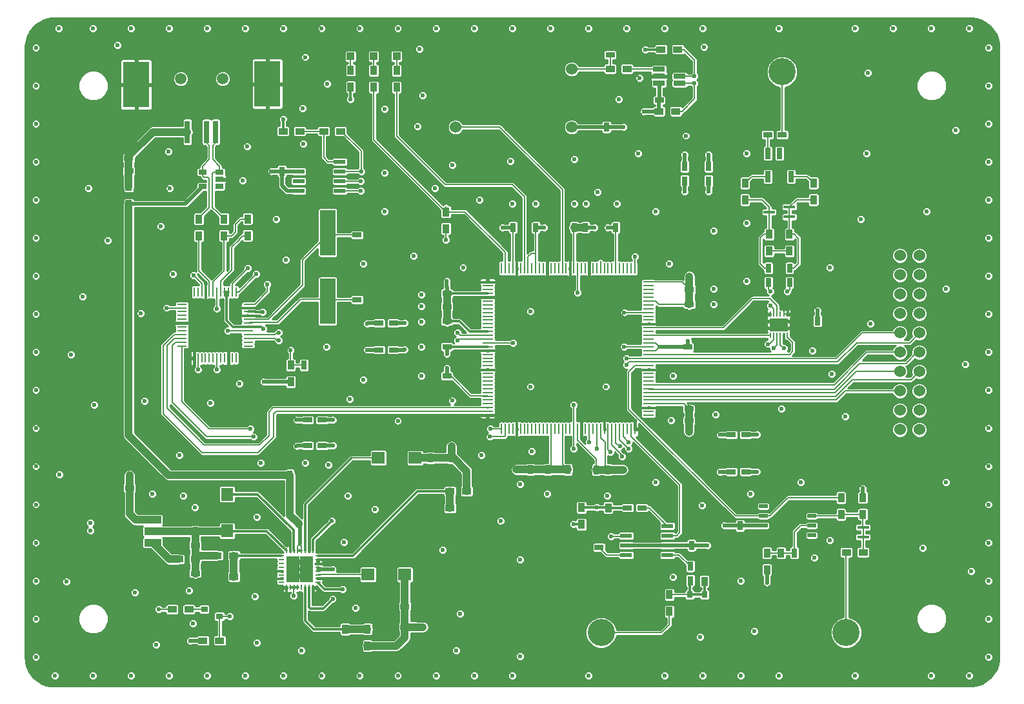
<source format=gbr>
G04 #@! TF.FileFunction,Copper,L1,Top,Signal*
%FSLAX46Y46*%
G04 Gerber Fmt 4.6, Leading zero omitted, Abs format (unit mm)*
G04 Created by KiCad (PCBNEW 4.0.6) date 11/10/17 17:18:37*
%MOMM*%
%LPD*%
G01*
G04 APERTURE LIST*
%ADD10C,0.100000*%
%ADD11R,2.000000X6.000000*%
%ADD12R,1.600000X1.700000*%
%ADD13R,0.250000X1.300000*%
%ADD14R,1.300000X0.250000*%
%ADD15C,1.524000*%
%ADD16R,0.750000X1.200000*%
%ADD17R,1.200000X0.750000*%
%ADD18C,3.810000*%
%ADD19C,3.556000*%
%ADD20R,1.450000X0.250000*%
%ADD21R,0.250000X1.450000*%
%ADD22R,1.550000X0.600000*%
%ADD23R,2.200000X1.000000*%
%ADD24R,1.800000X3.400000*%
%ADD25C,0.600000*%
%ADD26R,1.560000X0.650000*%
%ADD27R,0.900000X1.200000*%
%ADD28R,1.060000X0.650000*%
%ADD29C,1.500000*%
%ADD30R,0.700000X3.000000*%
%ADD31R,3.400000X6.000000*%
%ADD32R,1.000000X1.000000*%
%ADD33R,1.200000X0.900000*%
%ADD34R,0.760000X1.500000*%
%ADD35R,0.800000X0.700000*%
%ADD36R,0.850000X1.000000*%
%ADD37R,0.250000X0.700000*%
%ADD38R,1.190000X0.830000*%
%ADD39R,1.500000X0.450000*%
%ADD40R,1.143000X0.508000*%
%ADD41R,0.800000X0.900000*%
%ADD42R,0.700000X0.250000*%
%ADD43R,1.725000X1.725000*%
%ADD44R,1.700000X1.600000*%
%ADD45R,0.900000X0.800000*%
%ADD46C,1.000000*%
%ADD47C,0.500000*%
%ADD48C,0.300000*%
%ADD49C,0.200000*%
%ADD50C,0.254000*%
G04 APERTURE END LIST*
D10*
D11*
X110760000Y-94300000D03*
X110760000Y-85300000D03*
D12*
X97580000Y-119650000D03*
X97570000Y-124460000D03*
D13*
X98733900Y-93074200D03*
X98233900Y-93074200D03*
X97733900Y-93074200D03*
X97233900Y-93074200D03*
X96733900Y-93074200D03*
X96233900Y-93074200D03*
X95733900Y-93074200D03*
X95233900Y-93074200D03*
X94733900Y-93074200D03*
X94233900Y-93074200D03*
X93733900Y-93074200D03*
X93233900Y-93074200D03*
D14*
X91633900Y-94674200D03*
X91633900Y-95174200D03*
X91633900Y-95674200D03*
X91633900Y-96174200D03*
X91633900Y-96674200D03*
X91633900Y-97174200D03*
X91633900Y-97674200D03*
X91633900Y-98174200D03*
X91633900Y-98674200D03*
X91633900Y-99174200D03*
X91633900Y-99674200D03*
X91633900Y-100174200D03*
D13*
X93233900Y-101774200D03*
X93733900Y-101774200D03*
X94233900Y-101774200D03*
X94733900Y-101774200D03*
X95233900Y-101774200D03*
X95733900Y-101774200D03*
X96233900Y-101774200D03*
X96733900Y-101774200D03*
X97233900Y-101774200D03*
X97733900Y-101774200D03*
X98233900Y-101774200D03*
X98733900Y-101774200D03*
D14*
X100333900Y-100174200D03*
X100333900Y-99674200D03*
X100333900Y-99174200D03*
X100333900Y-98674200D03*
X100333900Y-98174200D03*
X100333900Y-97674200D03*
X100333900Y-97174200D03*
X100333900Y-96674200D03*
X100333900Y-96174200D03*
X100333900Y-95674200D03*
X100333900Y-95174200D03*
X100333900Y-94674200D03*
D15*
X185860000Y-108630000D03*
X188400000Y-111170000D03*
X188400000Y-108630000D03*
X185860000Y-111170000D03*
X185860000Y-106090000D03*
X188400000Y-106090000D03*
X185860000Y-103550000D03*
X188400000Y-103550000D03*
X185860000Y-101010000D03*
X188400000Y-101010000D03*
X188400000Y-98470000D03*
X185860000Y-98470000D03*
X185860000Y-88310000D03*
X185860000Y-90850000D03*
X188400000Y-90850000D03*
X188400000Y-88310000D03*
X188400000Y-95930000D03*
X185860000Y-95930000D03*
X185860000Y-93390000D03*
X188400000Y-93390000D03*
D16*
X168590000Y-91860000D03*
X168590000Y-89960000D03*
D17*
X146380000Y-126660000D03*
X144480000Y-126660000D03*
D18*
X183870000Y-132740000D03*
D19*
X178790000Y-137820000D03*
D18*
X183870000Y-142900000D03*
X173710000Y-132740000D03*
X173710000Y-142900000D03*
D20*
X152862215Y-109279851D03*
X152862215Y-108779851D03*
X152862215Y-108279851D03*
X152862215Y-107779851D03*
X152862215Y-107279851D03*
X152862215Y-106779851D03*
X152862215Y-106279851D03*
X152862215Y-105779851D03*
X152862215Y-105279851D03*
X152862215Y-104779851D03*
X152862215Y-104279851D03*
X152862215Y-103779851D03*
X152862215Y-103279851D03*
X152862215Y-102779851D03*
X152862215Y-102279851D03*
X152862215Y-101779851D03*
X152862215Y-101279851D03*
X152862215Y-100779851D03*
X152862215Y-100279851D03*
X152862215Y-99779851D03*
X152862215Y-99279851D03*
X152862215Y-98779851D03*
X152862215Y-98279851D03*
X152862215Y-97779851D03*
X152862215Y-97279851D03*
X152862215Y-96779851D03*
X152862215Y-96279851D03*
X152862215Y-95779851D03*
X152862215Y-95279851D03*
X152862215Y-94779851D03*
X152862215Y-94279851D03*
X152862215Y-93779851D03*
X152862215Y-93279851D03*
X152862215Y-92779851D03*
X152862215Y-92279851D03*
X152862215Y-91779851D03*
D21*
X151062215Y-89979851D03*
X150562215Y-89979851D03*
X150062215Y-89979851D03*
X149562215Y-89979851D03*
X149062215Y-89979851D03*
X148562215Y-89979851D03*
X148062215Y-89979851D03*
X147562215Y-89979851D03*
X147062215Y-89979851D03*
X146562215Y-89979851D03*
X146062215Y-89979851D03*
X145562215Y-89979851D03*
X145062215Y-89979851D03*
X144562215Y-89979851D03*
X144062215Y-89979851D03*
X143562215Y-89979851D03*
X143062215Y-89979851D03*
X142562215Y-89979851D03*
X142062215Y-89979851D03*
X141562215Y-89979851D03*
X141062215Y-89979851D03*
X140562215Y-89979851D03*
X140062215Y-89979851D03*
X139562215Y-89979851D03*
X139062215Y-89979851D03*
X138562215Y-89979851D03*
X138062215Y-89979851D03*
X137562215Y-89979851D03*
X137062215Y-89979851D03*
X136562215Y-89979851D03*
X136062215Y-89979851D03*
X135562215Y-89979851D03*
X135062215Y-89979851D03*
X134562215Y-89979851D03*
X134062215Y-89979851D03*
X133562215Y-89979851D03*
D20*
X131762215Y-91779851D03*
X131762215Y-92279851D03*
X131762215Y-92779851D03*
X131762215Y-93279851D03*
X131762215Y-93779851D03*
X131762215Y-94279851D03*
X131762215Y-94779851D03*
X131762215Y-95279851D03*
X131762215Y-95779851D03*
X131762215Y-96279851D03*
X131762215Y-96779851D03*
X131762215Y-97279851D03*
X131762215Y-97779851D03*
X131762215Y-98279851D03*
X131762215Y-98779851D03*
X131762215Y-99279851D03*
X131762215Y-99779851D03*
X131762215Y-100279851D03*
X131762215Y-100779851D03*
X131762215Y-101279851D03*
X131762215Y-101779851D03*
X131762215Y-102279851D03*
X131762215Y-102779851D03*
X131762215Y-103279851D03*
X131762215Y-103779851D03*
X131762215Y-104279851D03*
X131762215Y-104779851D03*
X131762215Y-105279851D03*
X131762215Y-105779851D03*
X131762215Y-106279851D03*
X131762215Y-106779851D03*
X131762215Y-107279851D03*
X131762215Y-107779851D03*
X131762215Y-108279851D03*
X131762215Y-108779851D03*
X131762215Y-109279851D03*
D21*
X133562215Y-111079851D03*
X134062215Y-111079851D03*
X134562215Y-111079851D03*
X135062215Y-111079851D03*
X135562215Y-111079851D03*
X136062215Y-111079851D03*
X136562215Y-111079851D03*
X137062215Y-111079851D03*
X137562215Y-111079851D03*
X138062215Y-111079851D03*
X138562215Y-111079851D03*
X139062215Y-111079851D03*
X139562215Y-111079851D03*
X140062215Y-111079851D03*
X140562215Y-111079851D03*
X141062215Y-111079851D03*
X141562215Y-111079851D03*
X142062215Y-111079851D03*
X142562215Y-111079851D03*
X143062215Y-111079851D03*
X143562215Y-111079851D03*
X144062215Y-111079851D03*
X144562215Y-111079851D03*
X145062215Y-111079851D03*
X145562215Y-111079851D03*
X146062215Y-111079851D03*
X146562215Y-111079851D03*
X147062215Y-111079851D03*
X147562215Y-111079851D03*
X148062215Y-111079851D03*
X148562215Y-111079851D03*
X149062215Y-111079851D03*
X149562215Y-111079851D03*
X150062215Y-111079851D03*
X150562215Y-111079851D03*
X151062215Y-111079851D03*
D17*
X158182364Y-108454350D03*
X160082364Y-108454350D03*
D22*
X155324200Y-127631100D03*
X155324200Y-126361100D03*
X155324200Y-125091100D03*
X155324200Y-123821100D03*
X149924200Y-123821100D03*
X149924200Y-125091100D03*
X149924200Y-126361100D03*
X149924200Y-127631100D03*
D15*
X142780000Y-63810000D03*
X142780000Y-71430000D03*
X127540000Y-63810000D03*
X127540000Y-71430000D03*
D16*
X146022215Y-116440000D03*
X146022215Y-118340000D03*
D23*
X87810000Y-121520000D03*
X87810000Y-124520000D03*
D24*
X81510000Y-123770000D03*
D23*
X87810000Y-123020000D03*
X87810000Y-126020000D03*
D25*
X170850000Y-97810000D03*
X169250000Y-97810000D03*
X170050000Y-97010000D03*
X170050000Y-97810000D03*
X170850000Y-97010000D03*
X169250000Y-97010000D03*
X106078100Y-130480300D03*
X106078100Y-129480300D03*
X106078100Y-128480300D03*
X107078100Y-130480300D03*
X107078100Y-129480300D03*
X107078100Y-128480300D03*
X108078100Y-130480300D03*
X108078100Y-129480300D03*
D17*
X154285000Y-67910000D03*
X156185000Y-67910000D03*
D26*
X154235000Y-63800000D03*
X154235000Y-64750000D03*
X154235000Y-65700000D03*
X156935000Y-65700000D03*
X156935000Y-63800000D03*
X156935000Y-64750000D03*
D27*
X93860000Y-85700000D03*
X93860000Y-83500000D03*
D17*
X126402066Y-93280000D03*
X124502066Y-93280000D03*
D16*
X171363900Y-91860000D03*
X171363900Y-89960000D03*
D28*
X96560000Y-79247000D03*
X96560000Y-78297000D03*
X96560000Y-77347000D03*
X94360000Y-77347000D03*
X94360000Y-79247000D03*
D29*
X91485000Y-65090000D03*
D30*
X96060000Y-72070000D03*
X93585000Y-72070000D03*
X92360000Y-72070000D03*
D31*
X85635000Y-65870000D03*
X102835000Y-65770000D03*
D30*
X94860000Y-72070000D03*
D29*
X96985000Y-65090000D03*
D17*
X84667300Y-77216400D03*
X86567300Y-77216400D03*
D16*
X126996100Y-114895800D03*
X126996100Y-116795800D03*
X124246100Y-114895800D03*
X124246100Y-116795800D03*
D17*
X93390000Y-126380000D03*
X91490000Y-126380000D03*
D16*
X93390000Y-124540000D03*
X93390000Y-122640000D03*
D17*
X120874200Y-137096100D03*
X118974200Y-137096100D03*
X120874200Y-134396100D03*
X118974200Y-134396100D03*
D16*
X105810000Y-117130000D03*
X105810000Y-115230000D03*
D17*
X93390000Y-130060000D03*
X91490000Y-130060000D03*
X84760000Y-118850000D03*
X82860000Y-118850000D03*
X158222364Y-92775402D03*
X160122364Y-92775402D03*
D16*
X147529574Y-116440000D03*
X147529574Y-118340000D03*
D17*
X158182364Y-109981701D03*
X160082364Y-109981701D03*
D16*
X144589066Y-84619702D03*
X144589066Y-82719702D03*
D17*
X126402066Y-100270000D03*
X124502066Y-100270000D03*
D16*
X143104142Y-84619702D03*
X143104142Y-82719702D03*
X142280000Y-116420000D03*
X142280000Y-118320000D03*
D17*
X126402066Y-104120000D03*
X124502066Y-104120000D03*
D16*
X147340000Y-71430000D03*
X147340000Y-73330000D03*
X137340000Y-116420000D03*
X137340000Y-118320000D03*
X139630000Y-116420000D03*
X139630000Y-118320000D03*
D17*
X126410000Y-95020000D03*
X124510000Y-95020000D03*
X126410000Y-96940000D03*
X124510000Y-96940000D03*
D16*
X148570077Y-84619702D03*
X148570077Y-82719702D03*
X138062215Y-84620000D03*
X138062215Y-82720000D03*
X135070000Y-84619702D03*
X135070000Y-82719702D03*
D17*
X158010000Y-100320000D03*
X159910000Y-100320000D03*
X158222364Y-94727017D03*
X160122364Y-94727017D03*
D16*
X107660000Y-102700000D03*
X107660000Y-104600000D03*
D17*
X84660000Y-75520000D03*
X86560000Y-75520000D03*
X114610000Y-94100000D03*
X116510000Y-94100000D03*
X114610000Y-85600000D03*
X116510000Y-85600000D03*
D16*
X104756100Y-77230800D03*
X104756100Y-75330800D03*
D17*
X168500000Y-72440000D03*
X170400000Y-72440000D03*
D16*
X175040000Y-96870000D03*
X175040000Y-98770000D03*
X158510000Y-126370000D03*
X158510000Y-124470000D03*
X158330000Y-129090000D03*
X158330000Y-130990000D03*
D32*
X116800000Y-62150000D03*
X116800000Y-59860000D03*
X119800000Y-62150000D03*
X119800000Y-59860000D03*
D18*
X165310000Y-69260000D03*
D19*
X170390000Y-64180000D03*
D18*
X165310000Y-59100000D03*
X175470000Y-69260000D03*
X175470000Y-59100000D03*
X151730000Y-132740000D03*
D19*
X146650000Y-137820000D03*
D18*
X151730000Y-142900000D03*
X141570000Y-132740000D03*
X141570000Y-142900000D03*
D33*
X129000000Y-119270000D03*
X126800000Y-119270000D03*
X96240000Y-127700000D03*
X98440000Y-127700000D03*
X126800000Y-121480000D03*
X129000000Y-121480000D03*
D27*
X115980000Y-139570000D03*
X115980000Y-137370000D03*
D33*
X98440000Y-130500000D03*
X96240000Y-130500000D03*
D27*
X113060000Y-137380000D03*
X113060000Y-139580000D03*
D33*
X93400000Y-128190000D03*
X91200000Y-128190000D03*
D27*
X126285547Y-84769702D03*
X126285547Y-82569702D03*
X116800000Y-66200000D03*
X116800000Y-64000000D03*
X119800000Y-66200000D03*
X119800000Y-64000000D03*
X105930000Y-102700000D03*
X105930000Y-104900000D03*
X97160000Y-85700000D03*
X97160000Y-83500000D03*
X100260000Y-83500000D03*
X100260000Y-85700000D03*
D33*
X104906100Y-71990800D03*
X107106100Y-71990800D03*
X112436100Y-71990800D03*
X110236100Y-71990800D03*
D27*
X165523900Y-80994200D03*
X165523900Y-78794200D03*
X168683900Y-85514200D03*
X168683900Y-87714200D03*
X171353900Y-87704200D03*
X171353900Y-85504200D03*
X174523900Y-80994200D03*
X174523900Y-78794200D03*
X160190000Y-131080000D03*
X160190000Y-128880000D03*
D34*
X168503900Y-74884200D03*
X170023900Y-74884200D03*
X171543900Y-74884200D03*
X171543900Y-77934200D03*
X170023900Y-77934200D03*
X168503900Y-77934200D03*
D35*
X85160000Y-80410000D03*
X84160000Y-80410000D03*
D36*
X84660000Y-81510000D03*
X84660000Y-79310000D03*
D22*
X112336100Y-79785800D03*
X112336100Y-78515800D03*
X112336100Y-77245800D03*
X112336100Y-75975800D03*
X106936100Y-75975800D03*
X106936100Y-77245800D03*
X106936100Y-78515800D03*
X106936100Y-79785800D03*
D37*
X168820000Y-98800000D03*
X169270000Y-98800000D03*
X169720000Y-98800000D03*
X170170000Y-98800000D03*
X170620000Y-98800000D03*
X171070000Y-98800000D03*
X171070000Y-96000000D03*
X170620000Y-96000000D03*
X170170000Y-96000000D03*
X169720000Y-96000000D03*
X169270000Y-96000000D03*
X168820000Y-96000000D03*
D38*
X170540000Y-96985000D03*
X169350000Y-96985000D03*
X170540000Y-97815000D03*
X169350000Y-97815000D03*
D39*
X171353900Y-83234200D03*
X171353900Y-81934200D03*
X168693900Y-82584200D03*
D25*
X108078100Y-128480300D03*
D33*
X154500000Y-61240000D03*
X156700000Y-61240000D03*
X154230000Y-69370000D03*
X156430000Y-69370000D03*
D32*
X113770000Y-62150000D03*
X113770000Y-59860000D03*
D27*
X113770000Y-66170000D03*
X113770000Y-63970000D03*
D17*
X147840000Y-61960000D03*
X149740000Y-61960000D03*
D33*
X150050000Y-63800000D03*
X147850000Y-63800000D03*
D16*
X164870000Y-123780000D03*
X164870000Y-125680000D03*
D17*
X150090000Y-121430000D03*
X151990000Y-121430000D03*
D27*
X144060000Y-123610000D03*
X144060000Y-121410000D03*
X147570000Y-121430000D03*
X147570000Y-123630000D03*
D40*
X167920000Y-125040000D03*
X167920000Y-123770000D03*
X167920000Y-122500000D03*
X167920000Y-121230000D03*
X174270000Y-121230000D03*
X174270000Y-122500000D03*
X174270000Y-123770000D03*
X174270000Y-125040000D03*
D41*
X160200000Y-132840000D03*
X158300000Y-132840000D03*
X159250000Y-134840000D03*
D37*
X108840000Y-127080000D03*
X108340000Y-127080000D03*
X107840000Y-127080000D03*
X107340000Y-127080000D03*
X106840000Y-127080000D03*
X106340000Y-127080000D03*
X105840000Y-127080000D03*
X105340000Y-127080000D03*
D42*
X104690000Y-127730000D03*
X104690000Y-128230000D03*
X104690000Y-128730000D03*
X104690000Y-129230000D03*
X104690000Y-129730000D03*
X104690000Y-130230000D03*
X104690000Y-130730000D03*
X104690000Y-131230000D03*
D37*
X105340000Y-131880000D03*
X105840000Y-131880000D03*
X106340000Y-131880000D03*
X106840000Y-131880000D03*
X107340000Y-131880000D03*
X107840000Y-131880000D03*
X108340000Y-131880000D03*
X108840000Y-131880000D03*
D42*
X109490000Y-131230000D03*
X109490000Y-130730000D03*
X109490000Y-130230000D03*
X109490000Y-129730000D03*
X109490000Y-129230000D03*
X109490000Y-128730000D03*
X109490000Y-128230000D03*
X109490000Y-127730000D03*
D43*
X106227500Y-130342500D03*
X107952500Y-130342500D03*
X106227500Y-128617500D03*
X107952500Y-128617500D03*
D16*
X157600000Y-78500000D03*
X157600000Y-76600000D03*
X160750000Y-78500000D03*
X160750000Y-76600000D03*
D17*
X110020000Y-109900000D03*
X108120000Y-109900000D03*
X110020000Y-113270000D03*
X108120000Y-113270000D03*
X119380000Y-97180000D03*
X117480000Y-97180000D03*
X119380000Y-100680000D03*
X117480000Y-100680000D03*
X163710000Y-111850000D03*
X165610000Y-111850000D03*
X163710000Y-116690000D03*
X165610000Y-116690000D03*
D27*
X155610000Y-132850000D03*
X155610000Y-135050000D03*
D33*
X181020000Y-127300000D03*
X178820000Y-127300000D03*
D39*
X181014000Y-125290000D03*
X181014000Y-123990000D03*
X178354000Y-124640000D03*
D44*
X117420000Y-114890000D03*
X122230000Y-114900000D03*
X116064200Y-130204500D03*
X120874200Y-130214500D03*
D45*
X94570000Y-134760000D03*
X94570000Y-136660000D03*
X96570000Y-135710000D03*
D33*
X96580000Y-138880000D03*
X94380000Y-138880000D03*
X92570000Y-134770000D03*
X90370000Y-134770000D03*
D27*
X180990000Y-122300000D03*
X180990000Y-120100000D03*
X178140000Y-120110000D03*
X178140000Y-122310000D03*
D16*
X172000000Y-127380000D03*
X172000000Y-129280000D03*
D27*
X168400000Y-129580000D03*
X168400000Y-127380000D03*
X170250000Y-127380000D03*
X170250000Y-129580000D03*
D25*
X101480000Y-122660000D03*
X151710000Y-64990000D03*
X157740000Y-72570000D03*
X181670000Y-64340000D03*
X128520000Y-89850000D03*
X81890000Y-86300000D03*
X76480000Y-131150000D03*
X127090000Y-107360000D03*
X119970000Y-110000000D03*
X194970000Y-58500000D03*
X189970000Y-58500000D03*
X184970000Y-58500000D03*
X179970000Y-58500000D03*
X169970000Y-58500000D03*
X159970000Y-58500000D03*
X154970000Y-58500000D03*
X149970000Y-58500000D03*
X144970000Y-58500000D03*
X139970000Y-58500000D03*
X134970000Y-58500000D03*
X129970000Y-58500000D03*
X124970000Y-58500000D03*
X119970000Y-58500000D03*
X114970000Y-58500000D03*
X109970000Y-58500000D03*
X104970000Y-58500000D03*
X99970000Y-58500000D03*
X94970000Y-58500000D03*
X89970000Y-58500000D03*
X84970000Y-58500000D03*
X197470000Y-91000000D03*
X197470000Y-76000000D03*
X197470000Y-71000000D03*
X197470000Y-81000000D03*
X197470000Y-86000000D03*
X197470000Y-61000000D03*
X197470000Y-66000000D03*
X197470000Y-136000000D03*
X197470000Y-131000000D03*
X197470000Y-126000000D03*
X197470000Y-121000000D03*
X197470000Y-116000000D03*
X197470000Y-111000000D03*
X197470000Y-106000000D03*
X197470000Y-101000000D03*
X197470000Y-96000000D03*
X197470000Y-141000000D03*
X194970000Y-143500000D03*
X189970000Y-143500000D03*
X179970000Y-143500000D03*
X169970000Y-143500000D03*
X164970000Y-143500000D03*
X159970000Y-143500000D03*
X154970000Y-143500000D03*
X144970000Y-143500000D03*
X134970000Y-143500000D03*
X129970000Y-143500000D03*
X124970000Y-143500000D03*
X119970000Y-143500000D03*
X114970000Y-143500000D03*
X109970000Y-143500000D03*
X104970000Y-143500000D03*
X99970000Y-143500000D03*
X72470000Y-141000000D03*
X74970000Y-143500000D03*
X79970000Y-143500000D03*
X72470000Y-96000000D03*
X72470000Y-91000000D03*
X72470000Y-131000000D03*
X89970000Y-143500000D03*
X84970000Y-143500000D03*
X72470000Y-86000000D03*
X72470000Y-81000000D03*
X72470000Y-126000000D03*
X72470000Y-136000000D03*
X94970000Y-143500000D03*
X72470000Y-76000000D03*
X72470000Y-71000000D03*
X72470000Y-121000000D03*
X72470000Y-116000000D03*
X72470000Y-111000000D03*
X72470000Y-66000000D03*
X79970000Y-58500000D03*
X72470000Y-106000000D03*
X75470000Y-58500000D03*
X72470000Y-61000000D03*
X72470000Y-101000000D03*
X101212000Y-133046000D03*
X123056000Y-93422000D03*
X161410000Y-94692000D03*
X161410000Y-92660000D03*
X110864000Y-115774000D03*
X123056000Y-94946000D03*
X123056000Y-104090000D03*
X166236000Y-119584000D03*
X112896000Y-125934000D03*
X176904000Y-103836000D03*
X123056000Y-96978000D03*
X107562000Y-73610000D03*
X127628000Y-140158000D03*
X137534000Y-113996000D03*
X130676000Y-80976000D03*
X123056000Y-100280000D03*
X180714000Y-83516000D03*
X77082000Y-101296000D03*
X83178000Y-60656000D03*
X193160000Y-71832000D03*
X79368000Y-79452000D03*
X115436000Y-89358000D03*
X75558000Y-117044000D03*
X134740000Y-75896000D03*
X178682000Y-109424000D03*
X161664000Y-109170000D03*
X170300000Y-108408000D03*
X107816000Y-115520000D03*
X155822000Y-109932000D03*
X181984000Y-97232000D03*
X176650000Y-125680000D03*
X174618000Y-127966000D03*
X93084000Y-136602000D03*
X104006000Y-83516000D03*
X134994000Y-81484000D03*
X143122000Y-81484000D03*
X156076000Y-104090000D03*
X87750000Y-119584000D03*
X143122000Y-75642000D03*
X122802000Y-61164000D03*
X148710000Y-81484000D03*
X127120000Y-76404000D03*
X78606000Y-93676000D03*
X79622000Y-124394000D03*
X144646000Y-81484000D03*
X138042000Y-81484000D03*
X122548000Y-71324000D03*
X93338000Y-121362000D03*
X181476000Y-74880000D03*
X146170000Y-79960000D03*
X110610000Y-100280000D03*
X139566000Y-119584000D03*
X147440000Y-119838000D03*
X176650000Y-89866000D03*
X151504000Y-74880000D03*
X118230000Y-82500000D03*
X136010000Y-118314000D03*
X156076000Y-130506000D03*
X165728000Y-91644000D03*
X148964000Y-67768000D03*
X124834000Y-79452000D03*
X122040000Y-88342000D03*
X130930000Y-114504000D03*
X174364000Y-100788000D03*
X160140000Y-60910000D03*
X161410000Y-85040000D03*
X115436000Y-104598000D03*
X113658000Y-107138000D03*
X165728000Y-84024000D03*
X165728000Y-74880000D03*
X153790000Y-82500000D03*
X118230000Y-69038000D03*
X85464000Y-132538000D03*
X92576000Y-132284000D03*
X113404000Y-119838000D03*
X136010000Y-140920000D03*
X136010000Y-128220000D03*
X88258000Y-139396000D03*
X114420000Y-134570000D03*
X133470000Y-123140000D03*
X159632000Y-138380000D03*
X195192000Y-129744000D03*
X107308000Y-140158000D03*
X128136000Y-135332000D03*
X164966000Y-131014000D03*
X188842000Y-126696000D03*
X172840000Y-118060000D03*
X125850000Y-126950000D03*
X153790000Y-118060000D03*
X166744000Y-137618000D03*
X191890000Y-118060000D03*
X194430000Y-102566000D03*
X101466000Y-139142000D03*
X159886000Y-121108000D03*
X191890000Y-92660000D03*
X189350000Y-82500000D03*
X118230000Y-77420000D03*
X101974000Y-115520000D03*
X95370000Y-107646000D03*
X105276000Y-88850000D03*
X79622000Y-123394000D03*
X80130000Y-107900000D03*
X86734000Y-107392000D03*
X91306000Y-114504000D03*
X99180000Y-105106000D03*
X155568000Y-89358000D03*
X116960000Y-121616000D03*
X107810000Y-62240000D03*
X110700000Y-65770000D03*
X90490000Y-90750000D03*
X86260000Y-95890000D03*
X91814000Y-119838000D03*
X100210000Y-74000000D03*
X99590000Y-78450000D03*
X107490000Y-68950000D03*
X88840000Y-84430000D03*
X90070000Y-79460000D03*
X89880000Y-74620000D03*
X111470000Y-109900000D03*
X111440000Y-113270000D03*
X111330000Y-123120000D03*
X143062215Y-123572215D03*
X143062215Y-113672215D03*
X126996100Y-113353900D03*
X135089642Y-99779851D03*
X149681780Y-95771989D03*
X149674709Y-100276259D03*
X143063261Y-107894891D03*
X143562215Y-93162765D03*
X137376577Y-95603829D03*
X147276072Y-105503324D03*
X137376577Y-105503324D03*
X171089211Y-99866072D03*
X161730000Y-100320000D03*
X109730000Y-133560000D03*
X112440000Y-130910000D03*
X105290000Y-125640000D03*
X167820000Y-96000000D03*
X102360000Y-104900000D03*
X111420000Y-133420000D03*
X102350000Y-97960000D03*
X98350000Y-117130000D03*
X107040000Y-123582200D03*
X111420000Y-129500000D03*
X123250000Y-67250000D03*
X92750000Y-138880000D03*
X84760000Y-117180000D03*
X168400000Y-131250000D03*
X180990000Y-118880000D03*
X93160000Y-90890000D03*
X167070000Y-116680000D03*
X167060000Y-111840000D03*
X115970000Y-97220000D03*
X115970000Y-100680000D03*
X106670000Y-113300000D03*
X106670000Y-109900000D03*
X157600000Y-75090000D03*
X160750000Y-75090000D03*
X168500000Y-99920000D03*
X168820000Y-94850000D03*
X89645800Y-95174200D03*
X175040000Y-95510000D03*
X160570000Y-126360000D03*
X162810000Y-123780000D03*
X152300000Y-69370000D03*
X149530000Y-71430000D03*
X96233900Y-103296100D03*
X93733900Y-103296100D03*
X113770000Y-67770000D03*
X103370800Y-77230800D03*
X104906100Y-70413900D03*
X152430000Y-61240000D03*
X105910000Y-100740000D03*
X102230000Y-95700000D03*
X96233900Y-95266100D03*
X115100000Y-78550000D03*
X101380000Y-90753100D03*
X132065148Y-112104852D03*
X101065148Y-112104852D03*
X132100149Y-111079851D03*
X100639851Y-111079851D03*
X127770000Y-99450000D03*
X104360000Y-99450000D03*
X127770000Y-98400000D03*
X104360000Y-98400000D03*
X115090000Y-79780000D03*
X102850000Y-92110000D03*
X146062215Y-121367785D03*
X146062215Y-113642215D03*
X115150000Y-77240000D03*
X100280000Y-89990000D03*
X168876950Y-93046950D03*
X169270000Y-100500000D03*
X171076950Y-93046950D03*
X170670000Y-100500000D03*
X149959851Y-101779851D03*
X158900000Y-65700000D03*
X149970000Y-102640000D03*
X158880000Y-64750000D03*
X117350000Y-139570000D03*
X151062215Y-88447785D03*
X162260000Y-116730000D03*
X162250000Y-111850000D03*
X120880000Y-97160000D03*
X120880000Y-100670000D03*
X157590000Y-79900000D03*
X160750000Y-79910000D03*
X126402066Y-101217934D03*
X112720000Y-132120000D03*
X126402066Y-103097934D03*
X147560298Y-84619702D03*
X145730298Y-84619702D03*
X139160000Y-84620000D03*
X135540000Y-116420000D03*
X158010000Y-99530000D03*
X158150000Y-111460000D03*
X158222364Y-91042364D03*
X133729702Y-84619702D03*
X126285547Y-86254453D03*
X149530000Y-116430000D03*
X126400000Y-91690000D03*
X123260000Y-137110000D03*
X147870000Y-114100000D03*
X149370000Y-114700000D03*
X149094265Y-113375735D03*
X150270000Y-113663468D03*
X150270000Y-112800000D03*
X106320000Y-132960000D03*
X97890000Y-135710000D03*
X97674200Y-98174200D03*
X88610000Y-134770000D03*
X147920000Y-125180000D03*
X145070000Y-112790000D03*
D46*
X124246100Y-114895800D02*
X122234200Y-114895800D01*
X122234200Y-114895800D02*
X122230000Y-114900000D01*
D47*
X110020000Y-109900000D02*
X111470000Y-109900000D01*
X110020000Y-113270000D02*
X111440000Y-113270000D01*
D46*
X126996100Y-114895800D02*
X127259102Y-114895800D01*
X127259102Y-114895800D02*
X129000000Y-116636698D01*
X129000000Y-116636698D02*
X129000000Y-119270000D01*
D48*
X110880000Y-123570000D02*
X111330000Y-123120000D01*
X108840000Y-125610000D02*
X110880000Y-123570000D01*
X108840000Y-127080000D02*
X108840000Y-125610000D01*
X143062215Y-123572215D02*
X144022215Y-123572215D01*
X144022215Y-123572215D02*
X144060000Y-123610000D01*
D49*
X143062215Y-111079851D02*
X143062215Y-113672215D01*
D46*
X126996100Y-114895800D02*
X126996100Y-113353900D01*
X124240300Y-114890000D02*
X124246100Y-114895800D01*
D49*
X131762215Y-99779851D02*
X135089642Y-99779851D01*
X131764761Y-99777305D02*
X131762215Y-99779851D01*
X150530308Y-95771989D02*
X149681780Y-95771989D01*
X152864694Y-95771989D02*
X150530308Y-95771989D01*
X152857623Y-100276259D02*
X150523237Y-100276259D01*
X150523237Y-100276259D02*
X149674709Y-100276259D01*
X143063261Y-108743419D02*
X143063261Y-107894891D01*
X143063261Y-111077805D02*
X143063261Y-108743419D01*
X143562215Y-92314237D02*
X143562215Y-93162765D01*
X143562215Y-89979851D02*
X143562215Y-92314237D01*
D47*
X129006100Y-119263900D02*
X129000000Y-119270000D01*
D46*
X124246100Y-114895800D02*
X126996100Y-114895800D01*
D49*
X170620000Y-99420000D02*
X171066072Y-99866072D01*
X171066072Y-99866072D02*
X171089211Y-99866072D01*
X170620000Y-98800000D02*
X170620000Y-99420000D01*
D48*
X105840000Y-127080000D02*
X105840000Y-126190000D01*
X105840000Y-126190000D02*
X105290000Y-125640000D01*
X159910000Y-100320000D02*
X161730000Y-100320000D01*
D49*
X170620000Y-96000000D02*
X171070000Y-96000000D01*
X108840000Y-132670000D02*
X109730000Y-133560000D01*
X108840000Y-131880000D02*
X108840000Y-132670000D01*
D48*
X112260000Y-130730000D02*
X112440000Y-130910000D01*
X109490000Y-130730000D02*
X112260000Y-130730000D01*
D49*
X168820000Y-96000000D02*
X167820000Y-96000000D01*
D46*
X84660000Y-81510000D02*
X84660000Y-111900000D01*
X84660000Y-111900000D02*
X89890000Y-117130000D01*
D47*
X92097000Y-81510000D02*
X84660000Y-81510000D01*
D48*
X98354200Y-97674200D02*
X97500000Y-96820000D01*
X97500000Y-96820000D02*
X97500000Y-96540000D01*
X100333900Y-97674200D02*
X98354200Y-97674200D01*
X102064200Y-97674200D02*
X100333900Y-97674200D01*
X97500000Y-93074200D02*
X97733900Y-93074200D01*
X97233900Y-93074200D02*
X97500000Y-93074200D01*
X97500000Y-93074200D02*
X97500000Y-96540000D01*
D46*
X89890000Y-117130000D02*
X98350000Y-117130000D01*
X98320000Y-117160000D02*
X98350000Y-117130000D01*
D47*
X105930000Y-104900000D02*
X102360000Y-104900000D01*
D48*
X111420000Y-133400000D02*
X110190000Y-134630000D01*
X110190000Y-134630000D02*
X108470000Y-134630000D01*
X108340000Y-134500000D02*
X108340000Y-131880000D01*
X108470000Y-134630000D02*
X108340000Y-134500000D01*
D47*
X107100000Y-126220000D02*
X107100000Y-123642200D01*
X107100000Y-123642200D02*
X107040000Y-123582200D01*
D49*
X107340000Y-127080000D02*
X107340000Y-126460000D01*
X107340000Y-126460000D02*
X107100000Y-126220000D01*
X106840000Y-127080000D02*
X106840000Y-126480000D01*
X106840000Y-126480000D02*
X107100000Y-126220000D01*
D48*
X107340000Y-127080000D02*
X106843910Y-127080000D01*
D47*
X94360000Y-79247000D02*
X92097000Y-81510000D01*
D48*
X108343900Y-132524200D02*
X108343900Y-131874200D01*
X102064200Y-97674200D02*
X102350000Y-97960000D01*
D46*
X84650000Y-81520000D02*
X84660000Y-81510000D01*
X102180000Y-117130000D02*
X98350000Y-117130000D01*
X105810000Y-117130000D02*
X102180000Y-117130000D01*
X106993890Y-123582200D02*
X106993890Y-123536090D01*
X106993890Y-123536090D02*
X105820000Y-122362200D01*
X105820000Y-122362200D02*
X105820000Y-117140000D01*
X105820000Y-117140000D02*
X105810000Y-117130000D01*
D49*
X100338100Y-97670000D02*
X100333900Y-97674200D01*
D48*
X109493900Y-129490000D02*
X109493900Y-129724200D01*
X109493900Y-129224200D02*
X109493900Y-129490000D01*
D47*
X111420000Y-129500000D02*
X109503900Y-129500000D01*
X109503900Y-129500000D02*
X109493900Y-129490000D01*
X94380000Y-138880000D02*
X92750000Y-138880000D01*
D46*
X84760000Y-118850000D02*
X84760000Y-117180000D01*
X84770000Y-122260000D02*
X84770000Y-118840000D01*
X85530000Y-123020000D02*
X84770000Y-122260000D01*
X87810000Y-123020000D02*
X85530000Y-123020000D01*
D47*
X168400000Y-129580000D02*
X168400000Y-131250000D01*
X105415800Y-79785800D02*
X104756100Y-79126100D01*
X104756100Y-79126100D02*
X104756100Y-77230800D01*
X106936100Y-79785800D02*
X105415800Y-79785800D01*
X180990000Y-120100000D02*
X180990000Y-118880000D01*
D49*
X94233900Y-91963900D02*
X93160000Y-90890000D01*
X94233900Y-93074200D02*
X94233900Y-91963900D01*
D47*
X165610000Y-116690000D02*
X167060000Y-116690000D01*
X167060000Y-116690000D02*
X167070000Y-116680000D01*
X165610000Y-111850000D02*
X167050000Y-111850000D01*
X167050000Y-111850000D02*
X167060000Y-111840000D01*
X117480000Y-97180000D02*
X116000000Y-97180000D01*
X116000000Y-97190000D02*
X115970000Y-97220000D01*
X117480000Y-100680000D02*
X115980000Y-100680000D01*
X115980000Y-100690000D02*
X115970000Y-100680000D01*
X108120000Y-113270000D02*
X106700000Y-113270000D01*
X106700000Y-113270000D02*
X106670000Y-113300000D01*
X108120000Y-109900000D02*
X106670000Y-109900000D01*
X157600000Y-76600000D02*
X157600000Y-75090000D01*
X160750000Y-75340000D02*
X160750000Y-75090000D01*
X160750000Y-76600000D02*
X160750000Y-75340000D01*
D49*
X168715002Y-99920000D02*
X168500000Y-99920000D01*
X169270000Y-98800000D02*
X169270000Y-99365002D01*
X169270000Y-99365002D02*
X168715002Y-99920000D01*
X169270000Y-95300000D02*
X168820000Y-94850000D01*
X169270000Y-95400000D02*
X169270000Y-95300000D01*
X169270000Y-96000000D02*
X169270000Y-95400000D01*
X91633900Y-95174200D02*
X89645800Y-95174200D01*
D47*
X175040000Y-96870000D02*
X175040000Y-95510000D01*
X158510000Y-126360000D02*
X160570000Y-126360000D01*
X158510000Y-126360000D02*
X155325300Y-126360000D01*
X155325300Y-126360000D02*
X155324200Y-126361100D01*
X164870000Y-123780000D02*
X162810000Y-123780000D01*
X164870000Y-123780000D02*
X167910000Y-123780000D01*
X167910000Y-123780000D02*
X167920000Y-123770000D01*
X149924200Y-126361100D02*
X155324200Y-126361100D01*
X154230000Y-69370000D02*
X152300000Y-69370000D01*
X147340000Y-71430000D02*
X149530000Y-71430000D01*
X147340000Y-71430000D02*
X142780000Y-71430000D01*
D49*
X96233900Y-102624200D02*
X96233900Y-103296100D01*
X96233900Y-101774200D02*
X96233900Y-102624200D01*
X93733900Y-101774200D02*
X93733900Y-103296100D01*
D48*
X113770000Y-66170000D02*
X113770000Y-67770000D01*
D47*
X104906100Y-70413900D02*
X104906100Y-70418900D01*
X104756100Y-77230800D02*
X103370800Y-77230800D01*
X106936100Y-77245800D02*
X104771100Y-77245800D01*
X104771100Y-77245800D02*
X104756100Y-77230800D01*
D48*
X104906100Y-70418900D02*
X104906100Y-71990800D01*
X153600000Y-61240000D02*
X152430000Y-61240000D01*
X154500000Y-61240000D02*
X153600000Y-61240000D01*
D47*
X154285000Y-67910000D02*
X154285000Y-65750000D01*
X154285000Y-65750000D02*
X154235000Y-65700000D01*
X154230000Y-69370000D02*
X154230000Y-67965000D01*
X154230000Y-67965000D02*
X154285000Y-67910000D01*
X154225000Y-67970000D02*
X154285000Y-67910000D01*
D49*
X105910000Y-100740000D02*
X105910000Y-102680000D01*
X105910000Y-102680000D02*
X105930000Y-102700000D01*
X107660000Y-102700000D02*
X105930000Y-102700000D01*
D48*
X102230000Y-95700000D02*
X101309700Y-95700000D01*
X101309700Y-95700000D02*
X101283900Y-95674200D01*
X101283900Y-95674200D02*
X100333900Y-95674200D01*
D49*
X100308100Y-95700000D02*
X100333900Y-95674200D01*
X96233900Y-94806860D02*
X96233900Y-95266100D01*
X96233900Y-94806860D02*
X96233900Y-93074200D01*
D46*
X84660000Y-75520000D02*
X84660000Y-75256998D01*
X84660000Y-75256998D02*
X87846998Y-72070000D01*
X92360000Y-72070000D02*
X87846998Y-72070000D01*
X84660000Y-79310000D02*
X84660000Y-77223700D01*
X84660000Y-77223700D02*
X84667300Y-77216400D01*
X84660000Y-75520000D02*
X84660000Y-77209100D01*
X84660000Y-77209100D02*
X84667300Y-77216400D01*
D49*
X107210000Y-94050000D02*
X104200799Y-97059201D01*
X104200799Y-97059201D02*
X100448899Y-97059201D01*
X100448899Y-97059201D02*
X100333900Y-97174200D01*
X110760000Y-94050000D02*
X107210000Y-94050000D01*
X114610000Y-94100000D02*
X110810000Y-94100000D01*
X110810000Y-94100000D02*
X110760000Y-94050000D01*
X107460000Y-92200000D02*
X107460000Y-88850000D01*
X107460000Y-88850000D02*
X110760000Y-85550000D01*
X102985800Y-96674200D02*
X107460000Y-92200000D01*
X100333900Y-96674200D02*
X102985800Y-96674200D01*
X114610000Y-85600000D02*
X110810000Y-85600000D01*
X110810000Y-85600000D02*
X110760000Y-85550000D01*
X168500000Y-72440000D02*
X168500000Y-74880300D01*
X168500000Y-74880300D02*
X168503900Y-74884200D01*
X166530000Y-93940000D02*
X162690149Y-97779851D01*
X168810000Y-93940000D02*
X166530000Y-93940000D01*
X169720000Y-94850000D02*
X168810000Y-93940000D01*
X162690149Y-97779851D02*
X152862215Y-97779851D01*
X169720000Y-96000000D02*
X169720000Y-94850000D01*
X155324200Y-127631100D02*
X156871100Y-127631100D01*
X156871100Y-127631100D02*
X158330000Y-129090000D01*
X155470000Y-127776900D02*
X155324200Y-127631100D01*
X155339200Y-127646100D02*
X155324200Y-127631100D01*
X155348900Y-127655800D02*
X155324200Y-127631100D01*
X155349200Y-127656100D02*
X155324200Y-127631100D01*
X155610000Y-132850000D02*
X158290000Y-132850000D01*
X158290000Y-132850000D02*
X158300000Y-132840000D01*
D48*
X158300000Y-132840000D02*
X158300000Y-131000000D01*
X158300000Y-131000000D02*
X158310000Y-130990000D01*
X160200000Y-132840000D02*
X158300000Y-132840000D01*
X160200000Y-132840000D02*
X160200000Y-131030000D01*
X160200000Y-131030000D02*
X160250000Y-130980000D01*
X158320000Y-130980000D02*
X158310000Y-130990000D01*
X160280000Y-132860000D02*
X160270000Y-132850000D01*
D49*
X146380000Y-126660000D02*
X147351100Y-127631100D01*
X147351100Y-127631100D02*
X149924200Y-127631100D01*
X149921100Y-127634200D02*
X149924200Y-127631100D01*
X177950000Y-122500000D02*
X174270000Y-122500000D01*
X178140000Y-122310000D02*
X177950000Y-122500000D01*
X178140000Y-122310000D02*
X180980000Y-122310000D01*
X181020000Y-127300000D02*
X181020000Y-125296000D01*
X181020000Y-125296000D02*
X181014000Y-125290000D01*
X180990000Y-122300000D02*
X180990000Y-123966000D01*
X180990000Y-123966000D02*
X181014000Y-123990000D01*
X180980000Y-122310000D02*
X180990000Y-122300000D01*
X181014000Y-125290000D02*
X181014000Y-123990000D01*
X116800000Y-64000000D02*
X116800000Y-62150000D01*
X119800000Y-64000000D02*
X119800000Y-62150000D01*
X113890000Y-114890000D02*
X117420000Y-114890000D01*
D48*
X107843900Y-121256100D02*
X107843900Y-120936100D01*
X107843900Y-120936100D02*
X113890000Y-114890000D01*
X107843900Y-127074200D02*
X107843900Y-121256100D01*
X107843900Y-121256100D02*
X107840000Y-121252200D01*
X106340000Y-127080000D02*
X106315001Y-127055001D01*
X106315001Y-127055001D02*
X106315001Y-124375001D01*
X106315001Y-124375001D02*
X101590000Y-119650000D01*
X101590000Y-119650000D02*
X97580000Y-119650000D01*
D49*
X116064200Y-130204500D02*
X109515500Y-130204500D01*
X109515500Y-130204500D02*
X109490000Y-130230000D01*
D48*
X109493900Y-127724200D02*
X114095800Y-127724200D01*
X114095800Y-127724200D02*
X122550000Y-119270000D01*
X122550000Y-119270000D02*
X126800000Y-119270000D01*
D46*
X126800000Y-119270000D02*
X126800000Y-121480000D01*
D49*
X126950000Y-121480000D02*
X126800000Y-121480000D01*
D48*
X98440000Y-127700000D02*
X104660000Y-127700000D01*
X104660000Y-127700000D02*
X104690000Y-127730000D01*
D46*
X98440000Y-130500000D02*
X98440000Y-127700000D01*
D48*
X107840000Y-136270000D02*
X108950000Y-137380000D01*
X108950000Y-137380000D02*
X113060000Y-137380000D01*
X107840000Y-131880000D02*
X107840000Y-136270000D01*
D46*
X115980000Y-137370000D02*
X113070000Y-137370000D01*
X113070000Y-137370000D02*
X113060000Y-137380000D01*
D49*
X116800000Y-66200000D02*
X116800000Y-73084155D01*
X116800000Y-73084155D02*
X126285547Y-82569702D01*
X126285547Y-81815547D02*
X126285547Y-82569702D01*
X128769702Y-82569702D02*
X134062215Y-87862215D01*
X134062215Y-87862215D02*
X134062215Y-89979851D01*
X126285547Y-82569702D02*
X128769702Y-82569702D01*
X126290000Y-82565249D02*
X126285547Y-82569702D01*
X116795547Y-66204453D02*
X116800000Y-66200000D01*
X119800000Y-66200000D02*
X119800000Y-72600000D01*
X119800000Y-72600000D02*
X126200000Y-79000000D01*
X126200000Y-79000000D02*
X134970000Y-79000000D01*
X134970000Y-79000000D02*
X136570000Y-80600000D01*
X136570000Y-80600000D02*
X136570000Y-89972066D01*
X136570000Y-89972066D02*
X136562215Y-89979851D01*
X136560000Y-89977636D02*
X136562215Y-89979851D01*
X107106100Y-71990800D02*
X110236100Y-71990800D01*
X112336100Y-75975800D02*
X110801100Y-75975800D01*
X110236100Y-75410800D02*
X110236100Y-71990800D01*
X110801100Y-75975800D02*
X110236100Y-75410800D01*
X168683900Y-87714200D02*
X171343900Y-87714200D01*
X171343900Y-87714200D02*
X171353900Y-87704200D01*
X115100000Y-78550000D02*
X112370300Y-78550000D01*
X112370300Y-78550000D02*
X112336100Y-78515800D01*
X98733900Y-93074200D02*
X99058900Y-93074200D01*
X99058900Y-93074200D02*
X101380000Y-90753100D01*
X112336900Y-78515000D02*
X112336100Y-78515800D01*
X98733900Y-93074200D02*
X98733900Y-92549200D01*
X91633900Y-98674200D02*
X90590102Y-98674200D01*
X103670000Y-112130000D02*
X103670000Y-109140000D01*
X90590102Y-98674200D02*
X89170000Y-100094302D01*
X89170000Y-100094302D02*
X89170000Y-109100000D01*
X89170000Y-109100000D02*
X94270000Y-114200000D01*
X94270000Y-114200000D02*
X101600000Y-114200000D01*
X101600000Y-114200000D02*
X103670000Y-112130000D01*
X103670000Y-109140000D02*
X104030149Y-108779851D01*
X104030149Y-108779851D02*
X108070149Y-108779851D01*
X108070149Y-108779851D02*
X131762215Y-108779851D01*
X131742365Y-108760001D02*
X131762215Y-108779851D01*
X91633900Y-99674200D02*
X90818898Y-99674200D01*
X90350000Y-100143098D02*
X90350000Y-107600000D01*
X90818898Y-99674200D02*
X90350000Y-100143098D01*
X90350000Y-107600000D02*
X94854852Y-112104852D01*
X94854852Y-112104852D02*
X95649153Y-112104852D01*
X95649153Y-112104852D02*
X101065148Y-112104852D01*
X132065148Y-112104852D02*
X133962214Y-112104852D01*
X133962214Y-112104852D02*
X134062215Y-112004851D01*
X134062215Y-112004851D02*
X134062215Y-111079851D01*
X134062215Y-111079851D02*
X134062215Y-111969853D01*
X95189851Y-111079851D02*
X91633900Y-107523900D01*
X91633900Y-107523900D02*
X91633900Y-103633900D01*
X132100149Y-111079851D02*
X133562215Y-111079851D01*
X95189851Y-111079851D02*
X100639851Y-111079851D01*
X91633900Y-103633900D02*
X91633900Y-100174200D01*
X127770000Y-99450000D02*
X127940149Y-99279851D01*
X127940149Y-99279851D02*
X131762215Y-99279851D01*
X104110000Y-99450000D02*
X104360000Y-99450000D01*
X103834200Y-99174200D02*
X104110000Y-99450000D01*
X103685800Y-99174200D02*
X103834200Y-99174200D01*
X100333900Y-99174200D02*
X103685800Y-99174200D01*
X127770000Y-98400000D02*
X128149851Y-98779851D01*
X128149851Y-98779851D02*
X129870149Y-98779851D01*
X104108400Y-98400000D02*
X104360000Y-98400000D01*
X103834200Y-98674200D02*
X104108400Y-98400000D01*
X100333900Y-98674200D02*
X103834200Y-98674200D01*
X131762215Y-98779851D02*
X129870149Y-98779851D01*
X115090000Y-79780000D02*
X112341900Y-79780000D01*
X112341900Y-79780000D02*
X112336100Y-79785800D01*
X102850000Y-93008100D02*
X102850000Y-92110000D01*
X100333900Y-94674200D02*
X101183900Y-94674200D01*
X101183900Y-94674200D02*
X102850000Y-93008100D01*
X100858900Y-94674200D02*
X100333900Y-94674200D01*
X146062215Y-111079851D02*
X146062215Y-113642215D01*
D48*
X147580000Y-121420000D02*
X146040000Y-121420000D01*
X146040000Y-121420000D02*
X145620000Y-121420000D01*
X146050000Y-121410000D02*
X146040000Y-121420000D01*
X145620000Y-121420000D02*
X144080000Y-121420000D01*
X144080000Y-121420000D02*
X144060000Y-121440000D01*
X150090000Y-121430000D02*
X147580000Y-121430000D01*
D49*
X171180000Y-120110000D02*
X178140000Y-120110000D01*
X168790000Y-122500000D02*
X171180000Y-120110000D01*
X167920000Y-122500000D02*
X168790000Y-122500000D01*
X167910000Y-122490000D02*
X164270000Y-122490000D01*
X164270000Y-122490000D02*
X150250000Y-108470000D01*
X167920000Y-122500000D02*
X167910000Y-122490000D01*
X150250000Y-108470000D02*
X150250000Y-103570000D01*
X150250000Y-103570000D02*
X151040149Y-102779851D01*
X151040149Y-102779851D02*
X152862215Y-102779851D01*
D46*
X91200000Y-128190000D02*
X89980000Y-128190000D01*
X89980000Y-128190000D02*
X87810000Y-126020000D01*
D49*
X99160000Y-86200000D02*
X99160000Y-86150000D01*
X99160000Y-86150000D02*
X99610000Y-85700000D01*
X99610000Y-85700000D02*
X100260000Y-85700000D01*
X98160000Y-87200000D02*
X99160000Y-86200000D01*
X98160000Y-90200000D02*
X98160000Y-87200000D01*
X96733900Y-91626100D02*
X98160000Y-90200000D01*
X96733900Y-93074200D02*
X96733900Y-91626100D01*
X115150000Y-77240000D02*
X115150000Y-74554700D01*
X115150000Y-74554700D02*
X112586100Y-71990800D01*
X112586100Y-71990800D02*
X112436100Y-71990800D01*
X112336100Y-77245800D02*
X115144200Y-77245800D01*
X115144200Y-77245800D02*
X115150000Y-77240000D01*
X99270000Y-91000000D02*
X100280000Y-89990000D01*
X98233900Y-92026100D02*
X99260000Y-91000000D01*
X99260000Y-91000000D02*
X99270000Y-91000000D01*
X98233900Y-93074200D02*
X98233900Y-92026100D01*
X94360000Y-77347000D02*
X94360000Y-76552000D01*
X94360000Y-76552000D02*
X95233000Y-75679000D01*
X95233000Y-75679000D02*
X95233000Y-73863000D01*
X95233000Y-73863000D02*
X94860000Y-73490000D01*
X94860000Y-73490000D02*
X94860000Y-72070000D01*
X95190000Y-82000000D02*
X95190000Y-82020000D01*
X95190000Y-82020000D02*
X93860000Y-83350000D01*
X93860000Y-83350000D02*
X93860000Y-83500000D01*
X95195601Y-82000000D02*
X95190000Y-82000000D01*
X94365600Y-77347000D02*
X94365600Y-77872000D01*
X95195601Y-78235601D02*
X95195601Y-82000000D01*
X94365600Y-77872000D02*
X94560000Y-78066400D01*
X94560000Y-78066400D02*
X95026400Y-78066400D01*
X95026400Y-78066400D02*
X95195601Y-78235601D01*
X96560000Y-77347000D02*
X96560000Y-76552000D01*
X96560000Y-76552000D02*
X95687000Y-75679000D01*
X96060000Y-73490000D02*
X96060000Y-72070000D01*
X95687000Y-75679000D02*
X95687000Y-73863000D01*
X95687000Y-73863000D02*
X96060000Y-73490000D01*
X96260000Y-82600000D02*
X97160000Y-83500000D01*
X95660000Y-82000000D02*
X96260000Y-82600000D01*
X95660000Y-77522600D02*
X95660000Y-82000000D01*
X96565600Y-77347000D02*
X95835600Y-77347000D01*
X95835600Y-77347000D02*
X95660000Y-77522600D01*
X98660000Y-84200000D02*
X99360000Y-83500000D01*
X99360000Y-83500000D02*
X100260000Y-83500000D01*
X98660000Y-85200000D02*
X98660000Y-84200000D01*
X98160000Y-85700000D02*
X98660000Y-85200000D01*
X97160000Y-85700000D02*
X98160000Y-85700000D01*
X95733900Y-91726100D02*
X97160000Y-90300000D01*
X97160000Y-90300000D02*
X97160000Y-85700000D01*
X95733900Y-93074200D02*
X95733900Y-91726100D01*
X93860000Y-90300000D02*
X95233900Y-91673900D01*
X95233900Y-91673900D02*
X95233900Y-93074200D01*
X93860000Y-85700000D02*
X93860000Y-90300000D01*
X168503900Y-77934200D02*
X166383900Y-77934200D01*
X166383900Y-77934200D02*
X165523900Y-78794200D01*
X171543900Y-77934200D02*
X173663900Y-77934200D01*
X173663900Y-77934200D02*
X174523900Y-78794200D01*
X169270000Y-100500000D02*
X169720000Y-100050000D01*
X169720000Y-98800000D02*
X169720000Y-100050000D01*
X168590000Y-91860000D02*
X168590000Y-92760000D01*
X168590000Y-92760000D02*
X168876950Y-93046950D01*
X165523900Y-80994200D02*
X167783900Y-80994200D01*
X167783900Y-80994200D02*
X168693900Y-81904200D01*
X167533900Y-89375000D02*
X167533900Y-86034200D01*
X167533900Y-86034200D02*
X167523900Y-86024200D01*
X168693900Y-81904200D02*
X168693900Y-82584200D01*
X168118900Y-89960000D02*
X168590000Y-89960000D01*
X168118900Y-89960000D02*
X167533900Y-89375000D01*
X167523900Y-86024200D02*
X168033900Y-85514200D01*
X168033900Y-85514200D02*
X168683900Y-85514200D01*
X168693900Y-82584200D02*
X168693900Y-85504200D01*
X168693900Y-85504200D02*
X168683900Y-85514200D01*
X170670000Y-100500000D02*
X170170000Y-100000000D01*
X170170000Y-98800000D02*
X170170000Y-100000000D01*
X171076950Y-93046950D02*
X171363900Y-92760000D01*
X171363900Y-92760000D02*
X171363900Y-91860000D01*
X174523900Y-80994200D02*
X172293900Y-80994200D01*
X172293900Y-80994200D02*
X171353900Y-81934200D01*
X172533900Y-89234200D02*
X172533900Y-86034200D01*
X172533900Y-86034200D02*
X172003900Y-85504200D01*
X172003900Y-85504200D02*
X171353900Y-85504200D01*
X172533900Y-89234200D02*
X172533900Y-89365000D01*
X172533900Y-89365000D02*
X171938900Y-89960000D01*
X171938900Y-89960000D02*
X171363900Y-89960000D01*
X171353900Y-83234200D02*
X171353900Y-85504200D01*
X171353900Y-81934200D02*
X171353900Y-83234200D01*
X171353900Y-81934200D02*
X171353900Y-81904200D01*
X152862215Y-101779851D02*
X149959851Y-101779851D01*
X179740000Y-99630000D02*
X177515150Y-101854850D01*
X177515150Y-101854850D02*
X152937214Y-101854850D01*
X152937214Y-101854850D02*
X152862215Y-101779851D01*
X179740000Y-99630000D02*
X179837999Y-99532001D01*
X179740000Y-99630000D02*
X180900000Y-98470000D01*
X180900000Y-98470000D02*
X185860000Y-98470000D01*
X157260000Y-69370000D02*
X156430000Y-69370000D01*
X156935000Y-65700000D02*
X158900000Y-65700000D01*
X158900000Y-65700000D02*
X158900000Y-67730000D01*
X158900000Y-67730000D02*
X157260000Y-69370000D01*
X156935000Y-65700000D02*
X157390000Y-65700000D01*
X152862215Y-102279851D02*
X150288653Y-102279851D01*
X150288653Y-102279851D02*
X149970000Y-102598504D01*
X149970000Y-102598504D02*
X149970000Y-102640000D01*
X188400000Y-98470000D02*
X187120000Y-99750000D01*
X187120000Y-99750000D02*
X180185698Y-99750000D01*
X180185698Y-99750000D02*
X177655847Y-102279851D01*
X177655847Y-102279851D02*
X152862215Y-102279851D01*
X156935000Y-64750000D02*
X158900000Y-64750000D01*
X156700000Y-61240000D02*
X157500000Y-61240000D01*
X157500000Y-61240000D02*
X158900000Y-62640000D01*
X158900000Y-62640000D02*
X158900000Y-64750000D01*
X170400000Y-72440000D02*
X170400000Y-64190000D01*
X170400000Y-64190000D02*
X170390000Y-64180000D01*
X170400000Y-64040000D02*
X170390000Y-64030000D01*
X131762215Y-108279851D02*
X131752364Y-108270000D01*
X131752364Y-108270000D02*
X103620000Y-108270000D01*
X103620000Y-108270000D02*
X103060000Y-108830000D01*
X103060000Y-108830000D02*
X103060000Y-111940000D01*
X103060000Y-111940000D02*
X101820000Y-113180000D01*
X101820000Y-113180000D02*
X94550000Y-113180000D01*
X94550000Y-113180000D02*
X89740000Y-108370000D01*
X89740000Y-108370000D02*
X89740000Y-100090000D01*
X89740000Y-100090000D02*
X90655800Y-99174200D01*
X90655800Y-99174200D02*
X91633900Y-99174200D01*
X131742066Y-108300000D02*
X131762215Y-108279851D01*
X131752741Y-108289325D02*
X131762215Y-108279851D01*
D46*
X96240000Y-127700000D02*
X93890000Y-127700000D01*
X93890000Y-127700000D02*
X93400000Y-128190000D01*
X93390000Y-124540000D02*
X87830000Y-124540000D01*
X87830000Y-124540000D02*
X87810000Y-124520000D01*
X93400000Y-128190000D02*
X93400000Y-130050000D01*
X93400000Y-130050000D02*
X93390000Y-130060000D01*
X93390000Y-126380000D02*
X93390000Y-128180000D01*
X93390000Y-128180000D02*
X93400000Y-128190000D01*
X93390000Y-124540000D02*
X93390000Y-126380000D01*
X93380000Y-126390000D02*
X93390000Y-126380000D01*
X93390000Y-124549700D02*
X93356100Y-124515800D01*
D48*
X105340000Y-127080000D02*
X102760000Y-124500000D01*
X102760000Y-124500000D02*
X97540000Y-124500000D01*
D46*
X93356100Y-124515800D02*
X97524200Y-124515800D01*
X97524200Y-124515800D02*
X97540000Y-124500000D01*
X97523900Y-124516100D02*
X97540000Y-124500000D01*
X117350000Y-139570000D02*
X119780000Y-139570000D01*
X115980000Y-139570000D02*
X117350000Y-139570000D01*
X158222364Y-92775402D02*
X158222364Y-94727017D01*
D49*
X138062215Y-84620000D02*
X138062215Y-88010000D01*
X138062215Y-88010000D02*
X138062215Y-89979851D01*
X137062215Y-88447785D02*
X137500000Y-88010000D01*
X137500000Y-88010000D02*
X138062215Y-88010000D01*
X137062215Y-89979851D02*
X137062215Y-88447785D01*
X151062215Y-89979851D02*
X151062215Y-88447785D01*
D46*
X120874200Y-134396100D02*
X120874200Y-130214500D01*
D47*
X163710000Y-116690000D02*
X162300000Y-116690000D01*
X162300000Y-116690000D02*
X162260000Y-116730000D01*
X163710000Y-111850000D02*
X162250000Y-111850000D01*
X119380000Y-97180000D02*
X120860000Y-97180000D01*
X120860000Y-97180000D02*
X120880000Y-97160000D01*
X119380000Y-100680000D02*
X120870000Y-100680000D01*
X120870000Y-100680000D02*
X120880000Y-100670000D01*
X157600000Y-78500000D02*
X157600000Y-79890000D01*
X157600000Y-79890000D02*
X157590000Y-79900000D01*
X160750000Y-78500000D02*
X160750000Y-79910000D01*
D46*
X126410000Y-95020000D02*
X126410000Y-93287934D01*
X126410000Y-93287934D02*
X126402066Y-93280000D01*
D48*
X128050000Y-96940000D02*
X129389851Y-98279851D01*
X129389851Y-98279851D02*
X131762215Y-98279851D01*
X126410000Y-96940000D02*
X128050000Y-96940000D01*
D47*
X126402066Y-100270000D02*
X126402066Y-101217934D01*
D49*
X143562215Y-112592215D02*
X146022215Y-115052215D01*
X146022215Y-115052215D02*
X146022215Y-116440000D01*
X143562215Y-111079851D02*
X143562215Y-112592215D01*
X152862215Y-107779851D02*
X157507865Y-107779851D01*
X157507865Y-107779851D02*
X157582864Y-107854850D01*
D48*
X109490000Y-131270000D02*
X110340000Y-132120000D01*
X110340000Y-132120000D02*
X112720000Y-132120000D01*
D49*
X146562215Y-111079851D02*
X146562215Y-112222215D01*
X146562215Y-112222215D02*
X147162205Y-112822205D01*
X147162205Y-112822205D02*
X147162205Y-116072631D01*
X147162205Y-116072631D02*
X147529574Y-116440000D01*
X126940000Y-104120000D02*
X129524852Y-106704852D01*
X129524852Y-106704852D02*
X131687216Y-106704852D01*
X131687216Y-106704852D02*
X131762215Y-106779851D01*
X126402066Y-104120000D02*
X126940000Y-104120000D01*
D47*
X126402066Y-104120000D02*
X126402066Y-103097934D01*
D46*
X126412066Y-96942066D02*
X126410000Y-96940000D01*
D47*
X148570077Y-84619702D02*
X147560298Y-84619702D01*
X144589066Y-84619702D02*
X145730298Y-84619702D01*
X138062215Y-84620000D02*
X139160000Y-84620000D01*
D48*
X147112205Y-116022631D02*
X147529574Y-116440000D01*
D49*
X141562215Y-111079851D02*
X141562215Y-115702215D01*
X141562215Y-115702215D02*
X142280000Y-116420000D01*
X140062215Y-111079851D02*
X140062215Y-115987785D01*
X140062215Y-115987785D02*
X139630000Y-116420000D01*
D46*
X137340000Y-116420000D02*
X135540000Y-116420000D01*
X139630000Y-116420000D02*
X142280000Y-116420000D01*
X137340000Y-116420000D02*
X139630000Y-116420000D01*
D49*
X158182364Y-108454350D02*
X157582864Y-107854850D01*
D47*
X158010000Y-100320000D02*
X154280000Y-100320000D01*
X158010000Y-100320000D02*
X158010000Y-99530000D01*
D46*
X158170000Y-109960000D02*
X158170000Y-111435935D01*
X158182364Y-108454350D02*
X158182364Y-109981701D01*
D49*
X158167865Y-108439851D02*
X158182364Y-108454350D01*
X158182364Y-108454350D02*
X158121864Y-108514850D01*
X152862215Y-100779851D02*
X153820149Y-100779851D01*
X153820149Y-100779851D02*
X154280000Y-100320000D01*
X154280000Y-100320000D02*
X154280000Y-100307634D01*
X154280000Y-100307634D02*
X153752217Y-99779851D01*
X153752217Y-99779851D02*
X152862215Y-99779851D01*
D46*
X158222364Y-92775402D02*
X158222364Y-91042364D01*
D49*
X158222364Y-94727017D02*
X154199383Y-94727017D01*
X154199383Y-94727017D02*
X153752217Y-94279851D01*
X153752217Y-94279851D02*
X152862215Y-94279851D01*
X158222364Y-92775402D02*
X157226813Y-91779851D01*
X157226813Y-91779851D02*
X152862215Y-91779851D01*
D47*
X135070000Y-84619702D02*
X133729702Y-84619702D01*
D49*
X135062215Y-89979851D02*
X135062215Y-84627487D01*
X135062215Y-84627487D02*
X135070000Y-84619702D01*
X126285547Y-84769702D02*
X126285547Y-86254453D01*
X135064337Y-89977729D02*
X135062215Y-89979851D01*
X148570077Y-84619702D02*
X148570077Y-88538251D01*
X148570077Y-88538251D02*
X148562215Y-88546113D01*
D46*
X143104142Y-84619702D02*
X144589066Y-84619702D01*
D49*
X143062216Y-89979851D02*
X143062216Y-84661628D01*
X143062216Y-84661628D02*
X143104142Y-84619702D01*
X146022215Y-116430000D02*
X146022215Y-116205000D01*
D46*
X148904574Y-116430000D02*
X149530000Y-116430000D01*
X147529574Y-116430000D02*
X148904574Y-116430000D01*
X146022215Y-116430000D02*
X147529574Y-116430000D01*
X126400000Y-93282066D02*
X126402066Y-93280000D01*
X126410000Y-95020000D02*
X126410000Y-96940000D01*
D48*
X126402066Y-100270000D02*
X131752364Y-100270000D01*
X131752364Y-100270000D02*
X131762215Y-100279851D01*
X131762066Y-98280000D02*
X131762215Y-98279851D01*
X131762215Y-93279851D02*
X126402215Y-93279851D01*
X126402215Y-93279851D02*
X126402066Y-93280000D01*
D47*
X126400000Y-92402934D02*
X126400000Y-91690000D01*
X126402066Y-93280000D02*
X126402066Y-92405000D01*
X126402066Y-92405000D02*
X126400000Y-92402934D01*
D46*
X122488100Y-137110000D02*
X123260000Y-137110000D01*
X120874200Y-137096100D02*
X122474200Y-137096100D01*
X122474200Y-137096100D02*
X122488100Y-137110000D01*
X119780000Y-139570000D02*
X120874200Y-138475800D01*
X120874200Y-138475800D02*
X120874200Y-137096100D01*
X120874200Y-137096100D02*
X120874200Y-134396100D01*
X120874200Y-130214500D02*
X120873900Y-130214200D01*
D49*
X148562215Y-89979851D02*
X148562215Y-88546113D01*
X151050000Y-89967636D02*
X151062215Y-89979851D01*
X113770000Y-62150000D02*
X113770000Y-63970000D01*
X147562215Y-113792215D02*
X147870000Y-114100000D01*
X147562215Y-111079851D02*
X147562215Y-113792215D01*
X149370000Y-114700000D02*
X149370000Y-114500000D01*
X149370000Y-114500000D02*
X148062215Y-113192215D01*
X148062215Y-113192215D02*
X148062215Y-111079851D01*
X148562215Y-112892215D02*
X149045735Y-113375735D01*
X149045735Y-113375735D02*
X149094265Y-113375735D01*
X148562215Y-111079851D02*
X148562215Y-112892215D01*
X149062215Y-111079851D02*
X149062215Y-112455683D01*
X149062215Y-112455683D02*
X150270000Y-113663468D01*
X150270000Y-112800000D02*
X149562215Y-112092215D01*
X149562215Y-112092215D02*
X149562215Y-111079851D01*
X152862215Y-107279851D02*
X177482942Y-107279851D01*
X177482942Y-107279851D02*
X178672793Y-106090000D01*
X178672793Y-106090000D02*
X185860000Y-106090000D01*
X188400000Y-103550000D02*
X187337999Y-104612001D01*
X187337999Y-104612001D02*
X179585094Y-104612001D01*
X179585094Y-104612001D02*
X177417244Y-106779851D01*
X177417244Y-106779851D02*
X152862215Y-106779851D01*
X185860000Y-103550000D02*
X180081396Y-103550000D01*
X180081396Y-103550000D02*
X177351545Y-106279851D01*
X185860000Y-103550000D02*
X186412240Y-103550000D01*
X177351545Y-106279851D02*
X152862215Y-106279851D01*
X127540000Y-71430000D02*
X133340000Y-71430000D01*
X133340000Y-71430000D02*
X141560000Y-79650000D01*
X141560000Y-79650000D02*
X141560000Y-89977636D01*
X141560000Y-89977636D02*
X141562215Y-89979851D01*
X188120000Y-101010000D02*
X186642001Y-102487999D01*
X186642001Y-102487999D02*
X180577699Y-102487999D01*
X180577699Y-102487999D02*
X177210848Y-105854850D01*
X177210848Y-105854850D02*
X152937214Y-105854850D01*
X152937214Y-105854850D02*
X152862215Y-105779851D01*
X188400000Y-101010000D02*
X188120000Y-101010000D01*
X177220149Y-105279851D02*
X181490000Y-101010000D01*
X181490000Y-101010000D02*
X185860000Y-101010000D01*
X152862215Y-105279851D02*
X177220149Y-105279851D01*
X147850000Y-63800000D02*
X142790000Y-63800000D01*
X142790000Y-63800000D02*
X142780000Y-63810000D01*
X147850000Y-63800000D02*
X147850000Y-61970000D01*
X147850000Y-61970000D02*
X147840000Y-61960000D01*
X154235000Y-63800000D02*
X150060000Y-63800000D01*
X150060000Y-63810000D02*
X150050000Y-63800000D01*
D47*
X154225000Y-63810000D02*
X154235000Y-63800000D01*
D49*
X151990000Y-121430000D02*
X152933100Y-121430000D01*
X152933100Y-121430000D02*
X155324200Y-123821100D01*
X146562215Y-89054851D02*
X146562215Y-89979851D01*
X152862215Y-101279851D02*
X171378151Y-101279851D01*
X171378151Y-101279851D02*
X171780000Y-100878002D01*
X171780000Y-100878002D02*
X171780000Y-99710000D01*
X171780000Y-99710000D02*
X171070000Y-99000000D01*
X171070000Y-99000000D02*
X171070000Y-98800000D01*
X171080000Y-98810000D02*
X171070000Y-98800000D01*
X168820000Y-98800000D02*
X152882364Y-98800000D01*
X152882364Y-98800000D02*
X152862215Y-98779851D01*
X146650000Y-137820000D02*
X154550000Y-137820000D01*
X154550000Y-137820000D02*
X155610000Y-136760000D01*
X155610000Y-136760000D02*
X155610000Y-135050000D01*
X178790000Y-137820000D02*
X178790000Y-127330000D01*
X178790000Y-127330000D02*
X178820000Y-127300000D01*
X94570000Y-134760000D02*
X92580000Y-134760000D01*
X92580000Y-134760000D02*
X92570000Y-134770000D01*
X106320000Y-132960000D02*
X106320000Y-131900000D01*
X106320000Y-131900000D02*
X106340000Y-131880000D01*
X96570000Y-135710000D02*
X97890000Y-135710000D01*
X96570000Y-138910000D02*
X96570000Y-135710000D01*
D48*
X106343900Y-131874200D02*
X105843900Y-131874200D01*
D49*
X106320000Y-131898100D02*
X106343900Y-131874200D01*
D48*
X106843900Y-131874200D02*
X106343900Y-131874200D01*
D49*
X100333900Y-98174200D02*
X97674200Y-98174200D01*
X88880000Y-134770000D02*
X88610000Y-134770000D01*
X90370000Y-134770000D02*
X88880000Y-134770000D01*
X155324200Y-125091100D02*
X156548900Y-125091100D01*
X156548900Y-125091100D02*
X156960000Y-124680000D01*
X156960000Y-124680000D02*
X156960000Y-118422784D01*
X156960000Y-118422784D02*
X150562215Y-112024999D01*
X150562215Y-112024999D02*
X150562215Y-111079851D01*
X147920000Y-125180000D02*
X149835300Y-125180000D01*
X149835300Y-125180000D02*
X149924200Y-125091100D01*
X145062215Y-111079851D02*
X145062215Y-112782215D01*
X145062215Y-112782215D02*
X145070000Y-112790000D01*
X172000000Y-124570000D02*
X172800000Y-123770000D01*
X172800000Y-123770000D02*
X174270000Y-123770000D01*
X172000000Y-127380000D02*
X172000000Y-124570000D01*
X170250000Y-127380000D02*
X168400000Y-127380000D01*
X172000000Y-127380000D02*
X170240000Y-127380000D01*
X170240000Y-127380000D02*
X170230000Y-127370000D01*
D50*
G36*
X194669968Y-57127000D02*
X194673341Y-57126956D01*
X195048651Y-57117079D01*
X195455976Y-57136476D01*
X195842155Y-57204057D01*
X196229697Y-57310631D01*
X196645199Y-57474900D01*
X197023823Y-57688483D01*
X197391833Y-57930594D01*
X197719883Y-58229698D01*
X197990881Y-58529732D01*
X198233429Y-58869300D01*
X198456473Y-59247505D01*
X198630427Y-59653397D01*
X198746553Y-60040484D01*
X198823833Y-60436541D01*
X198852902Y-60862887D01*
X198843033Y-61297114D01*
X198843000Y-61300000D01*
X198843000Y-141447216D01*
X198727083Y-142017141D01*
X198640616Y-142276543D01*
X198474848Y-142695838D01*
X198262744Y-143081482D01*
X198021025Y-143410219D01*
X197730110Y-143739923D01*
X197410074Y-144021167D01*
X197071674Y-144272550D01*
X196693760Y-144476042D01*
X196306972Y-144650097D01*
X195882351Y-144765902D01*
X195436945Y-144843364D01*
X194547869Y-144873000D01*
X75130943Y-144873000D01*
X74454750Y-144863200D01*
X73797994Y-144718327D01*
X73158727Y-144456809D01*
X72567204Y-144078622D01*
X72279130Y-143819356D01*
X72090031Y-143616249D01*
X74382898Y-143616249D01*
X74472075Y-143832074D01*
X74637057Y-143997344D01*
X74852726Y-144086898D01*
X75086249Y-144087102D01*
X75302074Y-143997925D01*
X75467344Y-143832943D01*
X75556898Y-143617274D01*
X75556898Y-143616249D01*
X79382898Y-143616249D01*
X79472075Y-143832074D01*
X79637057Y-143997344D01*
X79852726Y-144086898D01*
X80086249Y-144087102D01*
X80302074Y-143997925D01*
X80467344Y-143832943D01*
X80556898Y-143617274D01*
X80556898Y-143616249D01*
X84382898Y-143616249D01*
X84472075Y-143832074D01*
X84637057Y-143997344D01*
X84852726Y-144086898D01*
X85086249Y-144087102D01*
X85302074Y-143997925D01*
X85467344Y-143832943D01*
X85556898Y-143617274D01*
X85556898Y-143616249D01*
X89382898Y-143616249D01*
X89472075Y-143832074D01*
X89637057Y-143997344D01*
X89852726Y-144086898D01*
X90086249Y-144087102D01*
X90302074Y-143997925D01*
X90467344Y-143832943D01*
X90556898Y-143617274D01*
X90556898Y-143616249D01*
X94382898Y-143616249D01*
X94472075Y-143832074D01*
X94637057Y-143997344D01*
X94852726Y-144086898D01*
X95086249Y-144087102D01*
X95302074Y-143997925D01*
X95467344Y-143832943D01*
X95556898Y-143617274D01*
X95556898Y-143616249D01*
X99382898Y-143616249D01*
X99472075Y-143832074D01*
X99637057Y-143997344D01*
X99852726Y-144086898D01*
X100086249Y-144087102D01*
X100302074Y-143997925D01*
X100467344Y-143832943D01*
X100556898Y-143617274D01*
X100556898Y-143616249D01*
X104382898Y-143616249D01*
X104472075Y-143832074D01*
X104637057Y-143997344D01*
X104852726Y-144086898D01*
X105086249Y-144087102D01*
X105302074Y-143997925D01*
X105467344Y-143832943D01*
X105556898Y-143617274D01*
X105556898Y-143616249D01*
X109382898Y-143616249D01*
X109472075Y-143832074D01*
X109637057Y-143997344D01*
X109852726Y-144086898D01*
X110086249Y-144087102D01*
X110302074Y-143997925D01*
X110467344Y-143832943D01*
X110556898Y-143617274D01*
X110556898Y-143616249D01*
X114382898Y-143616249D01*
X114472075Y-143832074D01*
X114637057Y-143997344D01*
X114852726Y-144086898D01*
X115086249Y-144087102D01*
X115302074Y-143997925D01*
X115467344Y-143832943D01*
X115556898Y-143617274D01*
X115556898Y-143616249D01*
X119382898Y-143616249D01*
X119472075Y-143832074D01*
X119637057Y-143997344D01*
X119852726Y-144086898D01*
X120086249Y-144087102D01*
X120302074Y-143997925D01*
X120467344Y-143832943D01*
X120556898Y-143617274D01*
X120556898Y-143616249D01*
X124382898Y-143616249D01*
X124472075Y-143832074D01*
X124637057Y-143997344D01*
X124852726Y-144086898D01*
X125086249Y-144087102D01*
X125302074Y-143997925D01*
X125467344Y-143832943D01*
X125556898Y-143617274D01*
X125556898Y-143616249D01*
X129382898Y-143616249D01*
X129472075Y-143832074D01*
X129637057Y-143997344D01*
X129852726Y-144086898D01*
X130086249Y-144087102D01*
X130302074Y-143997925D01*
X130467344Y-143832943D01*
X130556898Y-143617274D01*
X130556898Y-143616249D01*
X134382898Y-143616249D01*
X134472075Y-143832074D01*
X134637057Y-143997344D01*
X134852726Y-144086898D01*
X135086249Y-144087102D01*
X135302074Y-143997925D01*
X135467344Y-143832943D01*
X135556898Y-143617274D01*
X135556898Y-143616249D01*
X144382898Y-143616249D01*
X144472075Y-143832074D01*
X144637057Y-143997344D01*
X144852726Y-144086898D01*
X145086249Y-144087102D01*
X145302074Y-143997925D01*
X145467344Y-143832943D01*
X145556898Y-143617274D01*
X145556898Y-143616249D01*
X154382898Y-143616249D01*
X154472075Y-143832074D01*
X154637057Y-143997344D01*
X154852726Y-144086898D01*
X155086249Y-144087102D01*
X155302074Y-143997925D01*
X155467344Y-143832943D01*
X155556898Y-143617274D01*
X155556898Y-143616249D01*
X159382898Y-143616249D01*
X159472075Y-143832074D01*
X159637057Y-143997344D01*
X159852726Y-144086898D01*
X160086249Y-144087102D01*
X160302074Y-143997925D01*
X160467344Y-143832943D01*
X160556898Y-143617274D01*
X160556898Y-143616249D01*
X164382898Y-143616249D01*
X164472075Y-143832074D01*
X164637057Y-143997344D01*
X164852726Y-144086898D01*
X165086249Y-144087102D01*
X165302074Y-143997925D01*
X165467344Y-143832943D01*
X165556898Y-143617274D01*
X165556898Y-143616249D01*
X169382898Y-143616249D01*
X169472075Y-143832074D01*
X169637057Y-143997344D01*
X169852726Y-144086898D01*
X170086249Y-144087102D01*
X170302074Y-143997925D01*
X170467344Y-143832943D01*
X170556898Y-143617274D01*
X170556898Y-143616249D01*
X179382898Y-143616249D01*
X179472075Y-143832074D01*
X179637057Y-143997344D01*
X179852726Y-144086898D01*
X180086249Y-144087102D01*
X180302074Y-143997925D01*
X180467344Y-143832943D01*
X180556898Y-143617274D01*
X180556898Y-143616249D01*
X189382898Y-143616249D01*
X189472075Y-143832074D01*
X189637057Y-143997344D01*
X189852726Y-144086898D01*
X190086249Y-144087102D01*
X190302074Y-143997925D01*
X190467344Y-143832943D01*
X190556898Y-143617274D01*
X190556898Y-143616249D01*
X194382898Y-143616249D01*
X194472075Y-143832074D01*
X194637057Y-143997344D01*
X194852726Y-144086898D01*
X195086249Y-144087102D01*
X195302074Y-143997925D01*
X195467344Y-143832943D01*
X195556898Y-143617274D01*
X195557102Y-143383751D01*
X195467925Y-143167926D01*
X195302943Y-143002656D01*
X195087274Y-142913102D01*
X194853751Y-142912898D01*
X194637926Y-143002075D01*
X194472656Y-143167057D01*
X194383102Y-143382726D01*
X194382898Y-143616249D01*
X190556898Y-143616249D01*
X190557102Y-143383751D01*
X190467925Y-143167926D01*
X190302943Y-143002656D01*
X190087274Y-142913102D01*
X189853751Y-142912898D01*
X189637926Y-143002075D01*
X189472656Y-143167057D01*
X189383102Y-143382726D01*
X189382898Y-143616249D01*
X180556898Y-143616249D01*
X180557102Y-143383751D01*
X180467925Y-143167926D01*
X180302943Y-143002656D01*
X180087274Y-142913102D01*
X179853751Y-142912898D01*
X179637926Y-143002075D01*
X179472656Y-143167057D01*
X179383102Y-143382726D01*
X179382898Y-143616249D01*
X170556898Y-143616249D01*
X170557102Y-143383751D01*
X170467925Y-143167926D01*
X170302943Y-143002656D01*
X170087274Y-142913102D01*
X169853751Y-142912898D01*
X169637926Y-143002075D01*
X169472656Y-143167057D01*
X169383102Y-143382726D01*
X169382898Y-143616249D01*
X165556898Y-143616249D01*
X165557102Y-143383751D01*
X165467925Y-143167926D01*
X165302943Y-143002656D01*
X165087274Y-142913102D01*
X164853751Y-142912898D01*
X164637926Y-143002075D01*
X164472656Y-143167057D01*
X164383102Y-143382726D01*
X164382898Y-143616249D01*
X160556898Y-143616249D01*
X160557102Y-143383751D01*
X160467925Y-143167926D01*
X160302943Y-143002656D01*
X160087274Y-142913102D01*
X159853751Y-142912898D01*
X159637926Y-143002075D01*
X159472656Y-143167057D01*
X159383102Y-143382726D01*
X159382898Y-143616249D01*
X155556898Y-143616249D01*
X155557102Y-143383751D01*
X155467925Y-143167926D01*
X155302943Y-143002656D01*
X155087274Y-142913102D01*
X154853751Y-142912898D01*
X154637926Y-143002075D01*
X154472656Y-143167057D01*
X154383102Y-143382726D01*
X154382898Y-143616249D01*
X145556898Y-143616249D01*
X145557102Y-143383751D01*
X145467925Y-143167926D01*
X145302943Y-143002656D01*
X145087274Y-142913102D01*
X144853751Y-142912898D01*
X144637926Y-143002075D01*
X144472656Y-143167057D01*
X144383102Y-143382726D01*
X144382898Y-143616249D01*
X135556898Y-143616249D01*
X135557102Y-143383751D01*
X135467925Y-143167926D01*
X135302943Y-143002656D01*
X135087274Y-142913102D01*
X134853751Y-142912898D01*
X134637926Y-143002075D01*
X134472656Y-143167057D01*
X134383102Y-143382726D01*
X134382898Y-143616249D01*
X130556898Y-143616249D01*
X130557102Y-143383751D01*
X130467925Y-143167926D01*
X130302943Y-143002656D01*
X130087274Y-142913102D01*
X129853751Y-142912898D01*
X129637926Y-143002075D01*
X129472656Y-143167057D01*
X129383102Y-143382726D01*
X129382898Y-143616249D01*
X125556898Y-143616249D01*
X125557102Y-143383751D01*
X125467925Y-143167926D01*
X125302943Y-143002656D01*
X125087274Y-142913102D01*
X124853751Y-142912898D01*
X124637926Y-143002075D01*
X124472656Y-143167057D01*
X124383102Y-143382726D01*
X124382898Y-143616249D01*
X120556898Y-143616249D01*
X120557102Y-143383751D01*
X120467925Y-143167926D01*
X120302943Y-143002656D01*
X120087274Y-142913102D01*
X119853751Y-142912898D01*
X119637926Y-143002075D01*
X119472656Y-143167057D01*
X119383102Y-143382726D01*
X119382898Y-143616249D01*
X115556898Y-143616249D01*
X115557102Y-143383751D01*
X115467925Y-143167926D01*
X115302943Y-143002656D01*
X115087274Y-142913102D01*
X114853751Y-142912898D01*
X114637926Y-143002075D01*
X114472656Y-143167057D01*
X114383102Y-143382726D01*
X114382898Y-143616249D01*
X110556898Y-143616249D01*
X110557102Y-143383751D01*
X110467925Y-143167926D01*
X110302943Y-143002656D01*
X110087274Y-142913102D01*
X109853751Y-142912898D01*
X109637926Y-143002075D01*
X109472656Y-143167057D01*
X109383102Y-143382726D01*
X109382898Y-143616249D01*
X105556898Y-143616249D01*
X105557102Y-143383751D01*
X105467925Y-143167926D01*
X105302943Y-143002656D01*
X105087274Y-142913102D01*
X104853751Y-142912898D01*
X104637926Y-143002075D01*
X104472656Y-143167057D01*
X104383102Y-143382726D01*
X104382898Y-143616249D01*
X100556898Y-143616249D01*
X100557102Y-143383751D01*
X100467925Y-143167926D01*
X100302943Y-143002656D01*
X100087274Y-142913102D01*
X99853751Y-142912898D01*
X99637926Y-143002075D01*
X99472656Y-143167057D01*
X99383102Y-143382726D01*
X99382898Y-143616249D01*
X95556898Y-143616249D01*
X95557102Y-143383751D01*
X95467925Y-143167926D01*
X95302943Y-143002656D01*
X95087274Y-142913102D01*
X94853751Y-142912898D01*
X94637926Y-143002075D01*
X94472656Y-143167057D01*
X94383102Y-143382726D01*
X94382898Y-143616249D01*
X90556898Y-143616249D01*
X90557102Y-143383751D01*
X90467925Y-143167926D01*
X90302943Y-143002656D01*
X90087274Y-142913102D01*
X89853751Y-142912898D01*
X89637926Y-143002075D01*
X89472656Y-143167057D01*
X89383102Y-143382726D01*
X89382898Y-143616249D01*
X85556898Y-143616249D01*
X85557102Y-143383751D01*
X85467925Y-143167926D01*
X85302943Y-143002656D01*
X85087274Y-142913102D01*
X84853751Y-142912898D01*
X84637926Y-143002075D01*
X84472656Y-143167057D01*
X84383102Y-143382726D01*
X84382898Y-143616249D01*
X80556898Y-143616249D01*
X80557102Y-143383751D01*
X80467925Y-143167926D01*
X80302943Y-143002656D01*
X80087274Y-142913102D01*
X79853751Y-142912898D01*
X79637926Y-143002075D01*
X79472656Y-143167057D01*
X79383102Y-143382726D01*
X79382898Y-143616249D01*
X75556898Y-143616249D01*
X75557102Y-143383751D01*
X75467925Y-143167926D01*
X75302943Y-143002656D01*
X75087274Y-142913102D01*
X74853751Y-142912898D01*
X74637926Y-143002075D01*
X74472656Y-143167057D01*
X74383102Y-143382726D01*
X74382898Y-143616249D01*
X72090031Y-143616249D01*
X72015632Y-143536339D01*
X71793561Y-143265992D01*
X71591758Y-142939264D01*
X71417269Y-142570897D01*
X71271010Y-142171124D01*
X71174379Y-141823251D01*
X71116490Y-141446972D01*
X71099084Y-141116249D01*
X71882898Y-141116249D01*
X71972075Y-141332074D01*
X72137057Y-141497344D01*
X72352726Y-141586898D01*
X72586249Y-141587102D01*
X72802074Y-141497925D01*
X72967344Y-141332943D01*
X73056898Y-141117274D01*
X73056968Y-141036249D01*
X135422898Y-141036249D01*
X135512075Y-141252074D01*
X135677057Y-141417344D01*
X135892726Y-141506898D01*
X136126249Y-141507102D01*
X136342074Y-141417925D01*
X136507344Y-141252943D01*
X136564104Y-141116249D01*
X196882898Y-141116249D01*
X196972075Y-141332074D01*
X197137057Y-141497344D01*
X197352726Y-141586898D01*
X197586249Y-141587102D01*
X197802074Y-141497925D01*
X197967344Y-141332943D01*
X198056898Y-141117274D01*
X198057102Y-140883751D01*
X197967925Y-140667926D01*
X197802943Y-140502656D01*
X197587274Y-140413102D01*
X197353751Y-140412898D01*
X197137926Y-140502075D01*
X196972656Y-140667057D01*
X196883102Y-140882726D01*
X196882898Y-141116249D01*
X136564104Y-141116249D01*
X136596898Y-141037274D01*
X136597102Y-140803751D01*
X136507925Y-140587926D01*
X136342943Y-140422656D01*
X136127274Y-140333102D01*
X135893751Y-140332898D01*
X135677926Y-140422075D01*
X135512656Y-140587057D01*
X135423102Y-140802726D01*
X135422898Y-141036249D01*
X73056968Y-141036249D01*
X73057102Y-140883751D01*
X72967925Y-140667926D01*
X72802943Y-140502656D01*
X72587274Y-140413102D01*
X72353751Y-140412898D01*
X72137926Y-140502075D01*
X71972656Y-140667057D01*
X71883102Y-140882726D01*
X71882898Y-141116249D01*
X71099084Y-141116249D01*
X71097000Y-141076669D01*
X71097000Y-140670032D01*
X71097099Y-140274249D01*
X106720898Y-140274249D01*
X106810075Y-140490074D01*
X106975057Y-140655344D01*
X107190726Y-140744898D01*
X107424249Y-140745102D01*
X107640074Y-140655925D01*
X107805344Y-140490943D01*
X107894898Y-140275274D01*
X107895102Y-140041751D01*
X107805925Y-139825926D01*
X107640943Y-139660656D01*
X107425274Y-139571102D01*
X107191751Y-139570898D01*
X106975926Y-139660075D01*
X106810656Y-139825057D01*
X106721102Y-140040726D01*
X106720898Y-140274249D01*
X71097099Y-140274249D01*
X71097291Y-139512249D01*
X87670898Y-139512249D01*
X87760075Y-139728074D01*
X87925057Y-139893344D01*
X88140726Y-139982898D01*
X88374249Y-139983102D01*
X88590074Y-139893925D01*
X88755344Y-139728943D01*
X88844898Y-139513274D01*
X88845102Y-139279751D01*
X88755925Y-139063926D01*
X88688366Y-138996249D01*
X92162898Y-138996249D01*
X92252075Y-139212074D01*
X92417057Y-139377344D01*
X92632726Y-139466898D01*
X92866249Y-139467102D01*
X92987505Y-139417000D01*
X93503748Y-139417000D01*
X93507390Y-139436356D01*
X93570246Y-139534037D01*
X93666154Y-139599568D01*
X93780000Y-139622622D01*
X94980000Y-139622622D01*
X95086356Y-139602610D01*
X95184037Y-139539754D01*
X95249568Y-139443846D01*
X95272622Y-139330000D01*
X95272622Y-138430000D01*
X95687378Y-138430000D01*
X95687378Y-139330000D01*
X95707390Y-139436356D01*
X95770246Y-139534037D01*
X95866154Y-139599568D01*
X95980000Y-139622622D01*
X97180000Y-139622622D01*
X97286356Y-139602610D01*
X97384037Y-139539754D01*
X97449568Y-139443846D01*
X97472622Y-139330000D01*
X97472622Y-139258249D01*
X100878898Y-139258249D01*
X100968075Y-139474074D01*
X101133057Y-139639344D01*
X101348726Y-139728898D01*
X101582249Y-139729102D01*
X101798074Y-139639925D01*
X101868121Y-139570000D01*
X115193000Y-139570000D01*
X115237378Y-139793103D01*
X115237378Y-140170000D01*
X115257390Y-140276356D01*
X115320246Y-140374037D01*
X115416154Y-140439568D01*
X115530000Y-140462622D01*
X116430000Y-140462622D01*
X116536356Y-140442610D01*
X116634037Y-140379754D01*
X116649584Y-140357000D01*
X119780000Y-140357000D01*
X120081172Y-140297093D01*
X120115360Y-140274249D01*
X127040898Y-140274249D01*
X127130075Y-140490074D01*
X127295057Y-140655344D01*
X127510726Y-140744898D01*
X127744249Y-140745102D01*
X127960074Y-140655925D01*
X128125344Y-140490943D01*
X128214898Y-140275274D01*
X128215102Y-140041751D01*
X128125925Y-139825926D01*
X127960943Y-139660656D01*
X127745274Y-139571102D01*
X127511751Y-139570898D01*
X127295926Y-139660075D01*
X127130656Y-139825057D01*
X127041102Y-140040726D01*
X127040898Y-140274249D01*
X120115360Y-140274249D01*
X120336493Y-140126493D01*
X121430693Y-139032293D01*
X121601293Y-138776972D01*
X121661200Y-138475800D01*
X121661200Y-138228952D01*
X144584642Y-138228952D01*
X144898357Y-138988201D01*
X145478744Y-139569601D01*
X146237444Y-139884641D01*
X147058952Y-139885358D01*
X147818201Y-139571643D01*
X148399601Y-138991256D01*
X148605146Y-138496249D01*
X159044898Y-138496249D01*
X159134075Y-138712074D01*
X159299057Y-138877344D01*
X159514726Y-138966898D01*
X159748249Y-138967102D01*
X159964074Y-138877925D01*
X160129344Y-138712943D01*
X160218898Y-138497274D01*
X160219102Y-138263751D01*
X160204724Y-138228952D01*
X176724642Y-138228952D01*
X177038357Y-138988201D01*
X177618744Y-139569601D01*
X178377444Y-139884641D01*
X179198952Y-139885358D01*
X179958201Y-139571643D01*
X180539601Y-138991256D01*
X180854641Y-138232556D01*
X180855358Y-137411048D01*
X180541643Y-136651799D01*
X180283800Y-136393505D01*
X188012655Y-136393505D01*
X188314521Y-137124075D01*
X188872985Y-137683515D01*
X189603027Y-137986655D01*
X190393505Y-137987345D01*
X191124075Y-137685479D01*
X191683515Y-137127015D01*
X191986655Y-136396973D01*
X191986900Y-136116249D01*
X196882898Y-136116249D01*
X196972075Y-136332074D01*
X197137057Y-136497344D01*
X197352726Y-136586898D01*
X197586249Y-136587102D01*
X197802074Y-136497925D01*
X197967344Y-136332943D01*
X198056898Y-136117274D01*
X198057102Y-135883751D01*
X197967925Y-135667926D01*
X197802943Y-135502656D01*
X197587274Y-135413102D01*
X197353751Y-135412898D01*
X197137926Y-135502075D01*
X196972656Y-135667057D01*
X196883102Y-135882726D01*
X196882898Y-136116249D01*
X191986900Y-136116249D01*
X191987345Y-135606495D01*
X191685479Y-134875925D01*
X191127015Y-134316485D01*
X190396973Y-134013345D01*
X189606495Y-134012655D01*
X188875925Y-134314521D01*
X188316485Y-134872985D01*
X188013345Y-135603027D01*
X188012655Y-136393505D01*
X180283800Y-136393505D01*
X179961256Y-136070399D01*
X179202556Y-135755359D01*
X179177000Y-135755337D01*
X179177000Y-131116249D01*
X196882898Y-131116249D01*
X196972075Y-131332074D01*
X197137057Y-131497344D01*
X197352726Y-131586898D01*
X197586249Y-131587102D01*
X197802074Y-131497925D01*
X197967344Y-131332943D01*
X198056898Y-131117274D01*
X198057102Y-130883751D01*
X197967925Y-130667926D01*
X197802943Y-130502656D01*
X197587274Y-130413102D01*
X197353751Y-130412898D01*
X197137926Y-130502075D01*
X196972656Y-130667057D01*
X196883102Y-130882726D01*
X196882898Y-131116249D01*
X179177000Y-131116249D01*
X179177000Y-129860249D01*
X194604898Y-129860249D01*
X194694075Y-130076074D01*
X194859057Y-130241344D01*
X195074726Y-130330898D01*
X195308249Y-130331102D01*
X195524074Y-130241925D01*
X195689344Y-130076943D01*
X195778898Y-129861274D01*
X195779102Y-129627751D01*
X195689925Y-129411926D01*
X195524943Y-129246656D01*
X195309274Y-129157102D01*
X195075751Y-129156898D01*
X194859926Y-129246075D01*
X194694656Y-129411057D01*
X194605102Y-129626726D01*
X194604898Y-129860249D01*
X179177000Y-129860249D01*
X179177000Y-128042622D01*
X179420000Y-128042622D01*
X179526356Y-128022610D01*
X179624037Y-127959754D01*
X179689568Y-127863846D01*
X179712622Y-127750000D01*
X179712622Y-126850000D01*
X179692610Y-126743644D01*
X179629754Y-126645963D01*
X179533846Y-126580432D01*
X179420000Y-126557378D01*
X178220000Y-126557378D01*
X178113644Y-126577390D01*
X178015963Y-126640246D01*
X177950432Y-126736154D01*
X177927378Y-126850000D01*
X177927378Y-127750000D01*
X177947390Y-127856356D01*
X178010246Y-127954037D01*
X178106154Y-128019568D01*
X178220000Y-128042622D01*
X178403000Y-128042622D01*
X178403000Y-135754661D01*
X178381048Y-135754642D01*
X177621799Y-136068357D01*
X177040399Y-136648744D01*
X176725359Y-137407444D01*
X176724642Y-138228952D01*
X160204724Y-138228952D01*
X160129925Y-138047926D01*
X159964943Y-137882656D01*
X159749274Y-137793102D01*
X159515751Y-137792898D01*
X159299926Y-137882075D01*
X159134656Y-138047057D01*
X159045102Y-138262726D01*
X159044898Y-138496249D01*
X148605146Y-138496249D01*
X148714641Y-138232556D01*
X148714663Y-138207000D01*
X154550000Y-138207000D01*
X154698099Y-138177541D01*
X154823650Y-138093650D01*
X155183051Y-137734249D01*
X166156898Y-137734249D01*
X166246075Y-137950074D01*
X166411057Y-138115344D01*
X166626726Y-138204898D01*
X166860249Y-138205102D01*
X167076074Y-138115925D01*
X167241344Y-137950943D01*
X167330898Y-137735274D01*
X167331102Y-137501751D01*
X167241925Y-137285926D01*
X167076943Y-137120656D01*
X166861274Y-137031102D01*
X166627751Y-137030898D01*
X166411926Y-137120075D01*
X166246656Y-137285057D01*
X166157102Y-137500726D01*
X166156898Y-137734249D01*
X155183051Y-137734249D01*
X155883650Y-137033651D01*
X155967540Y-136908099D01*
X155967541Y-136908098D01*
X155997000Y-136760000D01*
X155997000Y-135942622D01*
X156060000Y-135942622D01*
X156166356Y-135922610D01*
X156264037Y-135859754D01*
X156329568Y-135763846D01*
X156352622Y-135650000D01*
X156352622Y-134450000D01*
X156332610Y-134343644D01*
X156269754Y-134245963D01*
X156173846Y-134180432D01*
X156060000Y-134157378D01*
X155160000Y-134157378D01*
X155053644Y-134177390D01*
X154955963Y-134240246D01*
X154890432Y-134336154D01*
X154867378Y-134450000D01*
X154867378Y-135650000D01*
X154887390Y-135756356D01*
X154950246Y-135854037D01*
X155046154Y-135919568D01*
X155160000Y-135942622D01*
X155223000Y-135942622D01*
X155223000Y-136599699D01*
X154389700Y-137433000D01*
X148715339Y-137433000D01*
X148715358Y-137411048D01*
X148401643Y-136651799D01*
X147821256Y-136070399D01*
X147062556Y-135755359D01*
X146241048Y-135754642D01*
X145481799Y-136068357D01*
X144900399Y-136648744D01*
X144585359Y-137407444D01*
X144584642Y-138228952D01*
X121661200Y-138228952D01*
X121661200Y-137883100D01*
X122418220Y-137883100D01*
X122488100Y-137897000D01*
X123260000Y-137897000D01*
X123561172Y-137837093D01*
X123816493Y-137666493D01*
X123987093Y-137411172D01*
X124047000Y-137110000D01*
X123987093Y-136808828D01*
X123816493Y-136553507D01*
X123561172Y-136382907D01*
X123260000Y-136323000D01*
X122544080Y-136323000D01*
X122474200Y-136309100D01*
X121661200Y-136309100D01*
X121661200Y-135448249D01*
X127548898Y-135448249D01*
X127638075Y-135664074D01*
X127803057Y-135829344D01*
X128018726Y-135918898D01*
X128252249Y-135919102D01*
X128468074Y-135829925D01*
X128633344Y-135664943D01*
X128722898Y-135449274D01*
X128723102Y-135215751D01*
X128633925Y-134999926D01*
X128468943Y-134834656D01*
X128253274Y-134745102D01*
X128019751Y-134744898D01*
X127803926Y-134834075D01*
X127638656Y-134999057D01*
X127549102Y-135214726D01*
X127548898Y-135448249D01*
X121661200Y-135448249D01*
X121661200Y-134991817D01*
X121678237Y-134980854D01*
X121743768Y-134884946D01*
X121766822Y-134771100D01*
X121766822Y-134021100D01*
X121746810Y-133914744D01*
X121683954Y-133817063D01*
X121661200Y-133801516D01*
X121661200Y-132250000D01*
X154867378Y-132250000D01*
X154867378Y-133450000D01*
X154887390Y-133556356D01*
X154950246Y-133654037D01*
X155046154Y-133719568D01*
X155160000Y-133742622D01*
X156060000Y-133742622D01*
X156166356Y-133722610D01*
X156264037Y-133659754D01*
X156329568Y-133563846D01*
X156352622Y-133450000D01*
X156352622Y-133237000D01*
X157607378Y-133237000D01*
X157607378Y-133290000D01*
X157627390Y-133396356D01*
X157690246Y-133494037D01*
X157786154Y-133559568D01*
X157900000Y-133582622D01*
X158700000Y-133582622D01*
X158806356Y-133562610D01*
X158904037Y-133499754D01*
X158969568Y-133403846D01*
X158992622Y-133290000D01*
X158992622Y-133277000D01*
X159507378Y-133277000D01*
X159507378Y-133290000D01*
X159527390Y-133396356D01*
X159590246Y-133494037D01*
X159686154Y-133559568D01*
X159800000Y-133582622D01*
X160600000Y-133582622D01*
X160706356Y-133562610D01*
X160804037Y-133499754D01*
X160869568Y-133403846D01*
X160892622Y-133290000D01*
X160892622Y-132390000D01*
X160872610Y-132283644D01*
X160809754Y-132185963D01*
X160713846Y-132120432D01*
X160637000Y-132104871D01*
X160637000Y-131972622D01*
X160640000Y-131972622D01*
X160746356Y-131952610D01*
X160844037Y-131889754D01*
X160909568Y-131793846D01*
X160932622Y-131680000D01*
X160932622Y-131130249D01*
X164378898Y-131130249D01*
X164468075Y-131346074D01*
X164633057Y-131511344D01*
X164848726Y-131600898D01*
X165082249Y-131601102D01*
X165298074Y-131511925D01*
X165463344Y-131346943D01*
X165552898Y-131131274D01*
X165553102Y-130897751D01*
X165463925Y-130681926D01*
X165298943Y-130516656D01*
X165083274Y-130427102D01*
X164849751Y-130426898D01*
X164633926Y-130516075D01*
X164468656Y-130681057D01*
X164379102Y-130896726D01*
X164378898Y-131130249D01*
X160932622Y-131130249D01*
X160932622Y-130480000D01*
X160912610Y-130373644D01*
X160849754Y-130275963D01*
X160753846Y-130210432D01*
X160640000Y-130187378D01*
X159740000Y-130187378D01*
X159633644Y-130207390D01*
X159535963Y-130270246D01*
X159470432Y-130366154D01*
X159447378Y-130480000D01*
X159447378Y-131680000D01*
X159467390Y-131786356D01*
X159530246Y-131884037D01*
X159626154Y-131949568D01*
X159740000Y-131972622D01*
X159763000Y-131972622D01*
X159763000Y-132104340D01*
X159693644Y-132117390D01*
X159595963Y-132180246D01*
X159530432Y-132276154D01*
X159507378Y-132390000D01*
X159507378Y-132403000D01*
X158992622Y-132403000D01*
X158992622Y-132390000D01*
X158972610Y-132283644D01*
X158909754Y-132185963D01*
X158813846Y-132120432D01*
X158737000Y-132104871D01*
X158737000Y-131876601D01*
X158811356Y-131862610D01*
X158909037Y-131799754D01*
X158974568Y-131703846D01*
X158997622Y-131590000D01*
X158997622Y-130390000D01*
X158977610Y-130283644D01*
X158914754Y-130185963D01*
X158818846Y-130120432D01*
X158705000Y-130097378D01*
X157955000Y-130097378D01*
X157848644Y-130117390D01*
X157750963Y-130180246D01*
X157685432Y-130276154D01*
X157662378Y-130390000D01*
X157662378Y-131590000D01*
X157682390Y-131696356D01*
X157745246Y-131794037D01*
X157841154Y-131859568D01*
X157863000Y-131863992D01*
X157863000Y-132104340D01*
X157793644Y-132117390D01*
X157695963Y-132180246D01*
X157630432Y-132276154D01*
X157607378Y-132390000D01*
X157607378Y-132463000D01*
X156352622Y-132463000D01*
X156352622Y-132250000D01*
X156332610Y-132143644D01*
X156269754Y-132045963D01*
X156173846Y-131980432D01*
X156060000Y-131957378D01*
X155160000Y-131957378D01*
X155053644Y-131977390D01*
X154955963Y-132040246D01*
X154890432Y-132136154D01*
X154867378Y-132250000D01*
X121661200Y-132250000D01*
X121661200Y-131307122D01*
X121724200Y-131307122D01*
X121830556Y-131287110D01*
X121928237Y-131224254D01*
X121993768Y-131128346D01*
X122016822Y-131014500D01*
X122016822Y-130622249D01*
X155488898Y-130622249D01*
X155578075Y-130838074D01*
X155743057Y-131003344D01*
X155958726Y-131092898D01*
X156192249Y-131093102D01*
X156408074Y-131003925D01*
X156573344Y-130838943D01*
X156662898Y-130623274D01*
X156663102Y-130389751D01*
X156573925Y-130173926D01*
X156408943Y-130008656D01*
X156193274Y-129919102D01*
X155959751Y-129918898D01*
X155743926Y-130008075D01*
X155578656Y-130173057D01*
X155489102Y-130388726D01*
X155488898Y-130622249D01*
X122016822Y-130622249D01*
X122016822Y-129414500D01*
X121996810Y-129308144D01*
X121933954Y-129210463D01*
X121838046Y-129144932D01*
X121724200Y-129121878D01*
X120024200Y-129121878D01*
X119917844Y-129141890D01*
X119820163Y-129204746D01*
X119754632Y-129300654D01*
X119731578Y-129414500D01*
X119731578Y-131014500D01*
X119751590Y-131120856D01*
X119814446Y-131218537D01*
X119910354Y-131284068D01*
X120024200Y-131307122D01*
X120087200Y-131307122D01*
X120087200Y-133800383D01*
X120070163Y-133811346D01*
X120004632Y-133907254D01*
X119981578Y-134021100D01*
X119981578Y-134771100D01*
X120001590Y-134877456D01*
X120064446Y-134975137D01*
X120087200Y-134990684D01*
X120087200Y-136500383D01*
X120070163Y-136511346D01*
X120004632Y-136607254D01*
X119981578Y-136721100D01*
X119981578Y-137471100D01*
X120001590Y-137577456D01*
X120064446Y-137675137D01*
X120087200Y-137690684D01*
X120087200Y-138149814D01*
X119454014Y-138783000D01*
X116650717Y-138783000D01*
X116639754Y-138765963D01*
X116543846Y-138700432D01*
X116430000Y-138677378D01*
X115530000Y-138677378D01*
X115423644Y-138697390D01*
X115325963Y-138760246D01*
X115260432Y-138856154D01*
X115237378Y-138970000D01*
X115237378Y-139346897D01*
X115193000Y-139570000D01*
X101868121Y-139570000D01*
X101963344Y-139474943D01*
X102052898Y-139259274D01*
X102053102Y-139025751D01*
X101963925Y-138809926D01*
X101798943Y-138644656D01*
X101583274Y-138555102D01*
X101349751Y-138554898D01*
X101133926Y-138644075D01*
X100968656Y-138809057D01*
X100879102Y-139024726D01*
X100878898Y-139258249D01*
X97472622Y-139258249D01*
X97472622Y-138430000D01*
X97452610Y-138323644D01*
X97389754Y-138225963D01*
X97293846Y-138160432D01*
X97180000Y-138137378D01*
X96957000Y-138137378D01*
X96957000Y-136402622D01*
X97020000Y-136402622D01*
X97126356Y-136382610D01*
X97224037Y-136319754D01*
X97289568Y-136223846D01*
X97312622Y-136110000D01*
X97312622Y-136097000D01*
X97446905Y-136097000D01*
X97557057Y-136207344D01*
X97772726Y-136296898D01*
X98006249Y-136297102D01*
X98222074Y-136207925D01*
X98387344Y-136042943D01*
X98476898Y-135827274D01*
X98477102Y-135593751D01*
X98387925Y-135377926D01*
X98222943Y-135212656D01*
X98007274Y-135123102D01*
X97773751Y-135122898D01*
X97557926Y-135212075D01*
X97446807Y-135323000D01*
X97312622Y-135323000D01*
X97312622Y-135310000D01*
X97292610Y-135203644D01*
X97229754Y-135105963D01*
X97133846Y-135040432D01*
X97020000Y-135017378D01*
X96120000Y-135017378D01*
X96013644Y-135037390D01*
X95915963Y-135100246D01*
X95850432Y-135196154D01*
X95827378Y-135310000D01*
X95827378Y-136110000D01*
X95847390Y-136216356D01*
X95910246Y-136314037D01*
X96006154Y-136379568D01*
X96120000Y-136402622D01*
X96183000Y-136402622D01*
X96183000Y-138137378D01*
X95980000Y-138137378D01*
X95873644Y-138157390D01*
X95775963Y-138220246D01*
X95710432Y-138316154D01*
X95687378Y-138430000D01*
X95272622Y-138430000D01*
X95252610Y-138323644D01*
X95189754Y-138225963D01*
X95093846Y-138160432D01*
X94980000Y-138137378D01*
X93780000Y-138137378D01*
X93673644Y-138157390D01*
X93575963Y-138220246D01*
X93510432Y-138316154D01*
X93504996Y-138343000D01*
X92987441Y-138343000D01*
X92867274Y-138293102D01*
X92633751Y-138292898D01*
X92417926Y-138382075D01*
X92252656Y-138547057D01*
X92163102Y-138762726D01*
X92162898Y-138996249D01*
X88688366Y-138996249D01*
X88590943Y-138898656D01*
X88375274Y-138809102D01*
X88141751Y-138808898D01*
X87925926Y-138898075D01*
X87760656Y-139063057D01*
X87671102Y-139278726D01*
X87670898Y-139512249D01*
X71097291Y-139512249D01*
X71098147Y-136116249D01*
X71882898Y-136116249D01*
X71972075Y-136332074D01*
X72137057Y-136497344D01*
X72352726Y-136586898D01*
X72586249Y-136587102D01*
X72802074Y-136497925D01*
X72906676Y-136393505D01*
X78012655Y-136393505D01*
X78314521Y-137124075D01*
X78872985Y-137683515D01*
X79603027Y-137986655D01*
X80393505Y-137987345D01*
X81124075Y-137685479D01*
X81683515Y-137127015D01*
X81853249Y-136718249D01*
X92496898Y-136718249D01*
X92586075Y-136934074D01*
X92751057Y-137099344D01*
X92966726Y-137188898D01*
X93200249Y-137189102D01*
X93416074Y-137099925D01*
X93581344Y-136934943D01*
X93670898Y-136719274D01*
X93671102Y-136485751D01*
X93581925Y-136269926D01*
X93416943Y-136104656D01*
X93201274Y-136015102D01*
X92967751Y-136014898D01*
X92751926Y-136104075D01*
X92586656Y-136269057D01*
X92497102Y-136484726D01*
X92496898Y-136718249D01*
X81853249Y-136718249D01*
X81986655Y-136396973D01*
X81987345Y-135606495D01*
X81689745Y-134886249D01*
X88022898Y-134886249D01*
X88112075Y-135102074D01*
X88277057Y-135267344D01*
X88492726Y-135356898D01*
X88726249Y-135357102D01*
X88942074Y-135267925D01*
X89053193Y-135157000D01*
X89477378Y-135157000D01*
X89477378Y-135220000D01*
X89497390Y-135326356D01*
X89560246Y-135424037D01*
X89656154Y-135489568D01*
X89770000Y-135512622D01*
X90970000Y-135512622D01*
X91076356Y-135492610D01*
X91174037Y-135429754D01*
X91239568Y-135333846D01*
X91262622Y-135220000D01*
X91262622Y-134320000D01*
X91677378Y-134320000D01*
X91677378Y-135220000D01*
X91697390Y-135326356D01*
X91760246Y-135424037D01*
X91856154Y-135489568D01*
X91970000Y-135512622D01*
X93170000Y-135512622D01*
X93276356Y-135492610D01*
X93374037Y-135429754D01*
X93439568Y-135333846D01*
X93462622Y-135220000D01*
X93462622Y-135147000D01*
X93827378Y-135147000D01*
X93827378Y-135160000D01*
X93847390Y-135266356D01*
X93910246Y-135364037D01*
X94006154Y-135429568D01*
X94120000Y-135452622D01*
X95020000Y-135452622D01*
X95126356Y-135432610D01*
X95224037Y-135369754D01*
X95289568Y-135273846D01*
X95312622Y-135160000D01*
X95312622Y-134360000D01*
X95292610Y-134253644D01*
X95229754Y-134155963D01*
X95133846Y-134090432D01*
X95020000Y-134067378D01*
X94120000Y-134067378D01*
X94013644Y-134087390D01*
X93915963Y-134150246D01*
X93850432Y-134246154D01*
X93827378Y-134360000D01*
X93827378Y-134373000D01*
X93462622Y-134373000D01*
X93462622Y-134320000D01*
X93442610Y-134213644D01*
X93379754Y-134115963D01*
X93283846Y-134050432D01*
X93170000Y-134027378D01*
X91970000Y-134027378D01*
X91863644Y-134047390D01*
X91765963Y-134110246D01*
X91700432Y-134206154D01*
X91677378Y-134320000D01*
X91262622Y-134320000D01*
X91242610Y-134213644D01*
X91179754Y-134115963D01*
X91083846Y-134050432D01*
X90970000Y-134027378D01*
X89770000Y-134027378D01*
X89663644Y-134047390D01*
X89565963Y-134110246D01*
X89500432Y-134206154D01*
X89477378Y-134320000D01*
X89477378Y-134383000D01*
X89053095Y-134383000D01*
X88942943Y-134272656D01*
X88727274Y-134183102D01*
X88493751Y-134182898D01*
X88277926Y-134272075D01*
X88112656Y-134437057D01*
X88023102Y-134652726D01*
X88022898Y-134886249D01*
X81689745Y-134886249D01*
X81685479Y-134875925D01*
X81127015Y-134316485D01*
X80396973Y-134013345D01*
X79606495Y-134012655D01*
X78875925Y-134314521D01*
X78316485Y-134872985D01*
X78013345Y-135603027D01*
X78012655Y-136393505D01*
X72906676Y-136393505D01*
X72967344Y-136332943D01*
X73056898Y-136117274D01*
X73057102Y-135883751D01*
X72967925Y-135667926D01*
X72802943Y-135502656D01*
X72587274Y-135413102D01*
X72353751Y-135412898D01*
X72137926Y-135502075D01*
X71972656Y-135667057D01*
X71883102Y-135882726D01*
X71882898Y-136116249D01*
X71098147Y-136116249D01*
X71098891Y-133162249D01*
X100624898Y-133162249D01*
X100714075Y-133378074D01*
X100879057Y-133543344D01*
X101094726Y-133632898D01*
X101328249Y-133633102D01*
X101544074Y-133543925D01*
X101709344Y-133378943D01*
X101798898Y-133163274D01*
X101799102Y-132929751D01*
X101709925Y-132713926D01*
X101544943Y-132548656D01*
X101329274Y-132459102D01*
X101095751Y-132458898D01*
X100879926Y-132548075D01*
X100714656Y-132713057D01*
X100625102Y-132928726D01*
X100624898Y-133162249D01*
X71098891Y-133162249D01*
X71099019Y-132654249D01*
X84876898Y-132654249D01*
X84966075Y-132870074D01*
X85131057Y-133035344D01*
X85346726Y-133124898D01*
X85580249Y-133125102D01*
X85796074Y-133035925D01*
X85961344Y-132870943D01*
X86050898Y-132655274D01*
X86051102Y-132421751D01*
X86042218Y-132400249D01*
X91988898Y-132400249D01*
X92078075Y-132616074D01*
X92243057Y-132781344D01*
X92458726Y-132870898D01*
X92692249Y-132871102D01*
X92908074Y-132781925D01*
X93073344Y-132616943D01*
X93162898Y-132401274D01*
X93163102Y-132167751D01*
X93136038Y-132102250D01*
X104834000Y-132102250D01*
X104834000Y-132305786D01*
X104892004Y-132445820D01*
X104999181Y-132552996D01*
X105139215Y-132611000D01*
X105182250Y-132611000D01*
X105277500Y-132515750D01*
X105277500Y-132007000D01*
X104929250Y-132007000D01*
X104834000Y-132102250D01*
X93136038Y-132102250D01*
X93073925Y-131951926D01*
X92908943Y-131786656D01*
X92693274Y-131697102D01*
X92459751Y-131696898D01*
X92243926Y-131786075D01*
X92078656Y-131951057D01*
X91989102Y-132166726D01*
X91988898Y-132400249D01*
X86042218Y-132400249D01*
X85961925Y-132205926D01*
X85796943Y-132040656D01*
X85581274Y-131951102D01*
X85347751Y-131950898D01*
X85131926Y-132040075D01*
X84966656Y-132205057D01*
X84877102Y-132420726D01*
X84876898Y-132654249D01*
X71099019Y-132654249D01*
X71099407Y-131116249D01*
X71882898Y-131116249D01*
X71972075Y-131332074D01*
X72137057Y-131497344D01*
X72352726Y-131586898D01*
X72586249Y-131587102D01*
X72802074Y-131497925D01*
X72967344Y-131332943D01*
X72995037Y-131266249D01*
X75892898Y-131266249D01*
X75982075Y-131482074D01*
X76147057Y-131647344D01*
X76362726Y-131736898D01*
X76596249Y-131737102D01*
X76812074Y-131647925D01*
X76977344Y-131482943D01*
X77066898Y-131267274D01*
X77067102Y-131033751D01*
X76977925Y-130817926D01*
X76812943Y-130652656D01*
X76597274Y-130563102D01*
X76363751Y-130562898D01*
X76147926Y-130652075D01*
X75982656Y-130817057D01*
X75893102Y-131032726D01*
X75892898Y-131266249D01*
X72995037Y-131266249D01*
X73056898Y-131117274D01*
X73057102Y-130883751D01*
X72967925Y-130667926D01*
X72802943Y-130502656D01*
X72587274Y-130413102D01*
X72353751Y-130412898D01*
X72137926Y-130502075D01*
X71972656Y-130667057D01*
X71883102Y-130882726D01*
X71882898Y-131116249D01*
X71099407Y-131116249D01*
X71100667Y-126116249D01*
X71882898Y-126116249D01*
X71972075Y-126332074D01*
X72137057Y-126497344D01*
X72352726Y-126586898D01*
X72586249Y-126587102D01*
X72802074Y-126497925D01*
X72967344Y-126332943D01*
X73056898Y-126117274D01*
X73057102Y-125883751D01*
X72967925Y-125667926D01*
X72802943Y-125502656D01*
X72587274Y-125413102D01*
X72353751Y-125412898D01*
X72137926Y-125502075D01*
X71972656Y-125667057D01*
X71883102Y-125882726D01*
X71882898Y-126116249D01*
X71100667Y-126116249D01*
X71101323Y-123510249D01*
X79034898Y-123510249D01*
X79124075Y-123726074D01*
X79289057Y-123891344D01*
X79295201Y-123893895D01*
X79289926Y-123896075D01*
X79124656Y-124061057D01*
X79035102Y-124276726D01*
X79034898Y-124510249D01*
X79124075Y-124726074D01*
X79289057Y-124891344D01*
X79504726Y-124980898D01*
X79738249Y-124981102D01*
X79954074Y-124891925D01*
X80119344Y-124726943D01*
X80208898Y-124511274D01*
X80209102Y-124277751D01*
X80119925Y-124061926D01*
X79954943Y-123896656D01*
X79948799Y-123894105D01*
X79954074Y-123891925D01*
X80119344Y-123726943D01*
X80208898Y-123511274D01*
X80209102Y-123277751D01*
X80119925Y-123061926D01*
X79954943Y-122896656D01*
X79739274Y-122807102D01*
X79505751Y-122806898D01*
X79289926Y-122896075D01*
X79124656Y-123061057D01*
X79035102Y-123276726D01*
X79034898Y-123510249D01*
X71101323Y-123510249D01*
X71101927Y-121116249D01*
X71882898Y-121116249D01*
X71972075Y-121332074D01*
X72137057Y-121497344D01*
X72352726Y-121586898D01*
X72586249Y-121587102D01*
X72802074Y-121497925D01*
X72967344Y-121332943D01*
X73056898Y-121117274D01*
X73057102Y-120883751D01*
X72967925Y-120667926D01*
X72802943Y-120502656D01*
X72587274Y-120413102D01*
X72353751Y-120412898D01*
X72137926Y-120502075D01*
X71972656Y-120667057D01*
X71883102Y-120882726D01*
X71882898Y-121116249D01*
X71101927Y-121116249D01*
X71102923Y-117160249D01*
X74970898Y-117160249D01*
X75060075Y-117376074D01*
X75225057Y-117541344D01*
X75440726Y-117630898D01*
X75674249Y-117631102D01*
X75890074Y-117541925D01*
X76055344Y-117376943D01*
X76144898Y-117161274D01*
X76145102Y-116927751D01*
X76055925Y-116711926D01*
X75890943Y-116546656D01*
X75675274Y-116457102D01*
X75441751Y-116456898D01*
X75225926Y-116546075D01*
X75060656Y-116711057D01*
X74971102Y-116926726D01*
X74970898Y-117160249D01*
X71102923Y-117160249D01*
X71103187Y-116116249D01*
X71882898Y-116116249D01*
X71972075Y-116332074D01*
X72137057Y-116497344D01*
X72352726Y-116586898D01*
X72586249Y-116587102D01*
X72802074Y-116497925D01*
X72967344Y-116332943D01*
X73056898Y-116117274D01*
X73057102Y-115883751D01*
X72967925Y-115667926D01*
X72802943Y-115502656D01*
X72587274Y-115413102D01*
X72353751Y-115412898D01*
X72137926Y-115502075D01*
X71972656Y-115667057D01*
X71883102Y-115882726D01*
X71882898Y-116116249D01*
X71103187Y-116116249D01*
X71104448Y-111116249D01*
X71882898Y-111116249D01*
X71972075Y-111332074D01*
X72137057Y-111497344D01*
X72352726Y-111586898D01*
X72586249Y-111587102D01*
X72802074Y-111497925D01*
X72967344Y-111332943D01*
X73056898Y-111117274D01*
X73057102Y-110883751D01*
X72967925Y-110667926D01*
X72802943Y-110502656D01*
X72587274Y-110413102D01*
X72353751Y-110412898D01*
X72137926Y-110502075D01*
X71972656Y-110667057D01*
X71883102Y-110882726D01*
X71882898Y-111116249D01*
X71104448Y-111116249D01*
X71105229Y-108016249D01*
X79542898Y-108016249D01*
X79632075Y-108232074D01*
X79797057Y-108397344D01*
X80012726Y-108486898D01*
X80246249Y-108487102D01*
X80462074Y-108397925D01*
X80627344Y-108232943D01*
X80716898Y-108017274D01*
X80717102Y-107783751D01*
X80627925Y-107567926D01*
X80462943Y-107402656D01*
X80247274Y-107313102D01*
X80013751Y-107312898D01*
X79797926Y-107402075D01*
X79632656Y-107567057D01*
X79543102Y-107782726D01*
X79542898Y-108016249D01*
X71105229Y-108016249D01*
X71105709Y-106116249D01*
X71882898Y-106116249D01*
X71972075Y-106332074D01*
X72137057Y-106497344D01*
X72352726Y-106586898D01*
X72586249Y-106587102D01*
X72802074Y-106497925D01*
X72967344Y-106332943D01*
X73056898Y-106117274D01*
X73057102Y-105883751D01*
X72967925Y-105667926D01*
X72802943Y-105502656D01*
X72587274Y-105413102D01*
X72353751Y-105412898D01*
X72137926Y-105502075D01*
X71972656Y-105667057D01*
X71883102Y-105882726D01*
X71882898Y-106116249D01*
X71105709Y-106116249D01*
X71106970Y-101116249D01*
X71882898Y-101116249D01*
X71972075Y-101332074D01*
X72137057Y-101497344D01*
X72352726Y-101586898D01*
X72586249Y-101587102D01*
X72802074Y-101497925D01*
X72887899Y-101412249D01*
X76494898Y-101412249D01*
X76584075Y-101628074D01*
X76749057Y-101793344D01*
X76964726Y-101882898D01*
X77198249Y-101883102D01*
X77414074Y-101793925D01*
X77579344Y-101628943D01*
X77668898Y-101413274D01*
X77669102Y-101179751D01*
X77579925Y-100963926D01*
X77414943Y-100798656D01*
X77199274Y-100709102D01*
X76965751Y-100708898D01*
X76749926Y-100798075D01*
X76584656Y-100963057D01*
X76495102Y-101178726D01*
X76494898Y-101412249D01*
X72887899Y-101412249D01*
X72967344Y-101332943D01*
X73056898Y-101117274D01*
X73057102Y-100883751D01*
X72967925Y-100667926D01*
X72802943Y-100502656D01*
X72587274Y-100413102D01*
X72353751Y-100412898D01*
X72137926Y-100502075D01*
X71972656Y-100667057D01*
X71883102Y-100882726D01*
X71882898Y-101116249D01*
X71106970Y-101116249D01*
X71107000Y-101000032D01*
X71107000Y-100999968D01*
X71105784Y-96116249D01*
X71882898Y-96116249D01*
X71972075Y-96332074D01*
X72137057Y-96497344D01*
X72352726Y-96586898D01*
X72586249Y-96587102D01*
X72802074Y-96497925D01*
X72967344Y-96332943D01*
X73056898Y-96117274D01*
X73057102Y-95883751D01*
X72967925Y-95667926D01*
X72802943Y-95502656D01*
X72587274Y-95413102D01*
X72353751Y-95412898D01*
X72137926Y-95502075D01*
X71972656Y-95667057D01*
X71883102Y-95882726D01*
X71882898Y-96116249D01*
X71105784Y-96116249D01*
X71105206Y-93792249D01*
X78018898Y-93792249D01*
X78108075Y-94008074D01*
X78273057Y-94173344D01*
X78488726Y-94262898D01*
X78722249Y-94263102D01*
X78938074Y-94173925D01*
X79103344Y-94008943D01*
X79192898Y-93793274D01*
X79193102Y-93559751D01*
X79103925Y-93343926D01*
X78938943Y-93178656D01*
X78723274Y-93089102D01*
X78489751Y-93088898D01*
X78273926Y-93178075D01*
X78108656Y-93343057D01*
X78019102Y-93558726D01*
X78018898Y-93792249D01*
X71105206Y-93792249D01*
X71104539Y-91116249D01*
X71882898Y-91116249D01*
X71972075Y-91332074D01*
X72137057Y-91497344D01*
X72352726Y-91586898D01*
X72586249Y-91587102D01*
X72802074Y-91497925D01*
X72967344Y-91332943D01*
X73056898Y-91117274D01*
X73057102Y-90883751D01*
X72967925Y-90667926D01*
X72802943Y-90502656D01*
X72587274Y-90413102D01*
X72353751Y-90412898D01*
X72137926Y-90502075D01*
X71972656Y-90667057D01*
X71883102Y-90882726D01*
X71882898Y-91116249D01*
X71104539Y-91116249D01*
X71103294Y-86116249D01*
X71882898Y-86116249D01*
X71972075Y-86332074D01*
X72137057Y-86497344D01*
X72352726Y-86586898D01*
X72586249Y-86587102D01*
X72802074Y-86497925D01*
X72883892Y-86416249D01*
X81302898Y-86416249D01*
X81392075Y-86632074D01*
X81557057Y-86797344D01*
X81772726Y-86886898D01*
X82006249Y-86887102D01*
X82222074Y-86797925D01*
X82387344Y-86632943D01*
X82476898Y-86417274D01*
X82477102Y-86183751D01*
X82387925Y-85967926D01*
X82222943Y-85802656D01*
X82007274Y-85713102D01*
X81773751Y-85712898D01*
X81557926Y-85802075D01*
X81392656Y-85967057D01*
X81303102Y-86182726D01*
X81302898Y-86416249D01*
X72883892Y-86416249D01*
X72967344Y-86332943D01*
X73056898Y-86117274D01*
X73057102Y-85883751D01*
X72967925Y-85667926D01*
X72802943Y-85502656D01*
X72587274Y-85413102D01*
X72353751Y-85412898D01*
X72137926Y-85502075D01*
X71972656Y-85667057D01*
X71883102Y-85882726D01*
X71882898Y-86116249D01*
X71103294Y-86116249D01*
X71102048Y-81116249D01*
X71882898Y-81116249D01*
X71972075Y-81332074D01*
X72137057Y-81497344D01*
X72352726Y-81586898D01*
X72586249Y-81587102D01*
X72748648Y-81520000D01*
X83863000Y-81520000D01*
X83873000Y-81570273D01*
X83873000Y-111900000D01*
X83932907Y-112201172D01*
X84103507Y-112456493D01*
X89333507Y-117686493D01*
X89588828Y-117857093D01*
X89890000Y-117917000D01*
X98169180Y-117917000D01*
X98320000Y-117947000D01*
X98470820Y-117917000D01*
X105033000Y-117917000D01*
X105033000Y-122362200D01*
X105061006Y-122502995D01*
X101899006Y-119340994D01*
X101846578Y-119305963D01*
X101757233Y-119246265D01*
X101590000Y-119213000D01*
X98672622Y-119213000D01*
X98672622Y-118800000D01*
X98652610Y-118693644D01*
X98589754Y-118595963D01*
X98493846Y-118530432D01*
X98380000Y-118507378D01*
X96780000Y-118507378D01*
X96673644Y-118527390D01*
X96575963Y-118590246D01*
X96510432Y-118686154D01*
X96487378Y-118800000D01*
X96487378Y-120500000D01*
X96507390Y-120606356D01*
X96570246Y-120704037D01*
X96666154Y-120769568D01*
X96780000Y-120792622D01*
X98380000Y-120792622D01*
X98486356Y-120772610D01*
X98584037Y-120709754D01*
X98649568Y-120613846D01*
X98672622Y-120500000D01*
X98672622Y-120087000D01*
X101408988Y-120087000D01*
X105878001Y-124556012D01*
X105878001Y-127055001D01*
X105908236Y-127207000D01*
X105902500Y-127207000D01*
X105902500Y-127227000D01*
X105777500Y-127227000D01*
X105777500Y-127207000D01*
X105757622Y-127207000D01*
X105757622Y-127177418D01*
X105777000Y-127080000D01*
X105757622Y-126982582D01*
X105757622Y-126953000D01*
X105777500Y-126953000D01*
X105777500Y-126444250D01*
X105682250Y-126349000D01*
X105639215Y-126349000D01*
X105499181Y-126407004D01*
X105468166Y-126438019D01*
X105465000Y-126437378D01*
X105315390Y-126437378D01*
X103069006Y-124190994D01*
X103036236Y-124169098D01*
X102927233Y-124096265D01*
X102760000Y-124063000D01*
X98662622Y-124063000D01*
X98662622Y-123610000D01*
X98642610Y-123503644D01*
X98579754Y-123405963D01*
X98483846Y-123340432D01*
X98370000Y-123317378D01*
X96770000Y-123317378D01*
X96663644Y-123337390D01*
X96565963Y-123400246D01*
X96500432Y-123496154D01*
X96477378Y-123610000D01*
X96477378Y-123728800D01*
X93964271Y-123728800D01*
X93878846Y-123670432D01*
X93765000Y-123647378D01*
X93015000Y-123647378D01*
X92908644Y-123667390D01*
X92810963Y-123730246D01*
X92795416Y-123753000D01*
X89077912Y-123753000D01*
X89114037Y-123729754D01*
X89179568Y-123633846D01*
X89202622Y-123520000D01*
X89202622Y-122776249D01*
X100892898Y-122776249D01*
X100982075Y-122992074D01*
X101147057Y-123157344D01*
X101362726Y-123246898D01*
X101596249Y-123247102D01*
X101812074Y-123157925D01*
X101977344Y-122992943D01*
X102066898Y-122777274D01*
X102067102Y-122543751D01*
X101977925Y-122327926D01*
X101812943Y-122162656D01*
X101597274Y-122073102D01*
X101363751Y-122072898D01*
X101147926Y-122162075D01*
X100982656Y-122327057D01*
X100893102Y-122542726D01*
X100892898Y-122776249D01*
X89202622Y-122776249D01*
X89202622Y-122520000D01*
X89182610Y-122413644D01*
X89119754Y-122315963D01*
X89023846Y-122250432D01*
X88910000Y-122227378D01*
X86710000Y-122227378D01*
X86680121Y-122233000D01*
X85855986Y-122233000D01*
X85557000Y-121934014D01*
X85557000Y-121478249D01*
X92750898Y-121478249D01*
X92840075Y-121694074D01*
X93005057Y-121859344D01*
X93220726Y-121948898D01*
X93454249Y-121949102D01*
X93670074Y-121859925D01*
X93835344Y-121694943D01*
X93924898Y-121479274D01*
X93925102Y-121245751D01*
X93835925Y-121029926D01*
X93670943Y-120864656D01*
X93455274Y-120775102D01*
X93221751Y-120774898D01*
X93005926Y-120864075D01*
X92840656Y-121029057D01*
X92751102Y-121244726D01*
X92750898Y-121478249D01*
X85557000Y-121478249D01*
X85557000Y-119700249D01*
X87162898Y-119700249D01*
X87252075Y-119916074D01*
X87417057Y-120081344D01*
X87632726Y-120170898D01*
X87866249Y-120171102D01*
X88082074Y-120081925D01*
X88209972Y-119954249D01*
X91226898Y-119954249D01*
X91316075Y-120170074D01*
X91481057Y-120335344D01*
X91696726Y-120424898D01*
X91930249Y-120425102D01*
X92146074Y-120335925D01*
X92311344Y-120170943D01*
X92400898Y-119955274D01*
X92401102Y-119721751D01*
X92311925Y-119505926D01*
X92146943Y-119340656D01*
X91931274Y-119251102D01*
X91697751Y-119250898D01*
X91481926Y-119340075D01*
X91316656Y-119505057D01*
X91227102Y-119720726D01*
X91226898Y-119954249D01*
X88209972Y-119954249D01*
X88247344Y-119916943D01*
X88336898Y-119701274D01*
X88337102Y-119467751D01*
X88247925Y-119251926D01*
X88082943Y-119086656D01*
X87867274Y-118997102D01*
X87633751Y-118996898D01*
X87417926Y-119086075D01*
X87252656Y-119251057D01*
X87163102Y-119466726D01*
X87162898Y-119700249D01*
X85557000Y-119700249D01*
X85557000Y-119439282D01*
X85564037Y-119434754D01*
X85629568Y-119338846D01*
X85652622Y-119225000D01*
X85652622Y-118475000D01*
X85632610Y-118368644D01*
X85569754Y-118270963D01*
X85547000Y-118255416D01*
X85547000Y-117180000D01*
X85487093Y-116878828D01*
X85316493Y-116623507D01*
X85061172Y-116452907D01*
X84760000Y-116393000D01*
X84458828Y-116452907D01*
X84203507Y-116623507D01*
X84032907Y-116878828D01*
X83973000Y-117180000D01*
X83973000Y-118254283D01*
X83955963Y-118265246D01*
X83890432Y-118361154D01*
X83867378Y-118475000D01*
X83867378Y-119225000D01*
X83887390Y-119331356D01*
X83950246Y-119429037D01*
X83983000Y-119451417D01*
X83983000Y-122260000D01*
X84042907Y-122561172D01*
X84213507Y-122816493D01*
X84973507Y-123576493D01*
X85228828Y-123747093D01*
X85530000Y-123807000D01*
X86511007Y-123807000D01*
X86505963Y-123810246D01*
X86440432Y-123906154D01*
X86417378Y-124020000D01*
X86417378Y-125020000D01*
X86437390Y-125126356D01*
X86500246Y-125224037D01*
X86567996Y-125270329D01*
X86505963Y-125310246D01*
X86440432Y-125406154D01*
X86417378Y-125520000D01*
X86417378Y-126520000D01*
X86437390Y-126626356D01*
X86500246Y-126724037D01*
X86596154Y-126789568D01*
X86710000Y-126812622D01*
X87489636Y-126812622D01*
X89423507Y-128746493D01*
X89678828Y-128917093D01*
X89980000Y-128977000D01*
X91200000Y-128977000D01*
X91423103Y-128932622D01*
X91800000Y-128932622D01*
X91906356Y-128912610D01*
X92004037Y-128849754D01*
X92069568Y-128753846D01*
X92092622Y-128640000D01*
X92092622Y-127740000D01*
X92072610Y-127633644D01*
X92009754Y-127535963D01*
X91913846Y-127470432D01*
X91800000Y-127447378D01*
X91423103Y-127447378D01*
X91200000Y-127403000D01*
X90305986Y-127403000D01*
X89202622Y-126299636D01*
X89202622Y-125520000D01*
X89182610Y-125413644D01*
X89126856Y-125327000D01*
X92603000Y-125327000D01*
X92603000Y-125784283D01*
X92585963Y-125795246D01*
X92520432Y-125891154D01*
X92497378Y-126005000D01*
X92497378Y-126755000D01*
X92517390Y-126861356D01*
X92580246Y-126959037D01*
X92603000Y-126974584D01*
X92603000Y-127525718D01*
X92595963Y-127530246D01*
X92530432Y-127626154D01*
X92507378Y-127740000D01*
X92507378Y-128640000D01*
X92527390Y-128746356D01*
X92590246Y-128844037D01*
X92613000Y-128859584D01*
X92613000Y-129457848D01*
X92585963Y-129475246D01*
X92520432Y-129571154D01*
X92497378Y-129685000D01*
X92497378Y-130435000D01*
X92517390Y-130541356D01*
X92580246Y-130639037D01*
X92676154Y-130704568D01*
X92790000Y-130727622D01*
X92999823Y-130727622D01*
X93088828Y-130787093D01*
X93390000Y-130847000D01*
X93691172Y-130787093D01*
X93780177Y-130727622D01*
X93990000Y-130727622D01*
X94096356Y-130707610D01*
X94194037Y-130644754D01*
X94259568Y-130548846D01*
X94282622Y-130435000D01*
X94282622Y-129685000D01*
X94262610Y-129578644D01*
X94199754Y-129480963D01*
X94187000Y-129472249D01*
X94187000Y-128860717D01*
X94204037Y-128849754D01*
X94269568Y-128753846D01*
X94292622Y-128640000D01*
X94292622Y-128487000D01*
X96240000Y-128487000D01*
X96463103Y-128442622D01*
X96840000Y-128442622D01*
X96946356Y-128422610D01*
X97044037Y-128359754D01*
X97109568Y-128263846D01*
X97132622Y-128150000D01*
X97132622Y-127250000D01*
X97112610Y-127143644D01*
X97049754Y-127045963D01*
X96953846Y-126980432D01*
X96840000Y-126957378D01*
X96463103Y-126957378D01*
X96240000Y-126913000D01*
X94229399Y-126913000D01*
X94259568Y-126868846D01*
X94282622Y-126755000D01*
X94282622Y-126005000D01*
X94262610Y-125898644D01*
X94199754Y-125800963D01*
X94177000Y-125785416D01*
X94177000Y-125302800D01*
X96477378Y-125302800D01*
X96477378Y-125310000D01*
X96497390Y-125416356D01*
X96560246Y-125514037D01*
X96656154Y-125579568D01*
X96770000Y-125602622D01*
X98370000Y-125602622D01*
X98476356Y-125582610D01*
X98574037Y-125519754D01*
X98639568Y-125423846D01*
X98662622Y-125310000D01*
X98662622Y-124937000D01*
X102578988Y-124937000D01*
X104922378Y-127280390D01*
X104922378Y-127312378D01*
X104851348Y-127312378D01*
X104827233Y-127296265D01*
X104660000Y-127263000D01*
X99332622Y-127263000D01*
X99332622Y-127250000D01*
X99312610Y-127143644D01*
X99249754Y-127045963D01*
X99153846Y-126980432D01*
X99040000Y-126957378D01*
X98663103Y-126957378D01*
X98440000Y-126913000D01*
X98216897Y-126957378D01*
X97840000Y-126957378D01*
X97733644Y-126977390D01*
X97635963Y-127040246D01*
X97570432Y-127136154D01*
X97547378Y-127250000D01*
X97547378Y-128150000D01*
X97567390Y-128256356D01*
X97630246Y-128354037D01*
X97653000Y-128369584D01*
X97653000Y-129829283D01*
X97635963Y-129840246D01*
X97570432Y-129936154D01*
X97547378Y-130050000D01*
X97547378Y-130950000D01*
X97567390Y-131056356D01*
X97630246Y-131154037D01*
X97726154Y-131219568D01*
X97840000Y-131242622D01*
X98216897Y-131242622D01*
X98440000Y-131287000D01*
X98663103Y-131242622D01*
X99040000Y-131242622D01*
X99146356Y-131222610D01*
X99244037Y-131159754D01*
X99309568Y-131063846D01*
X99332622Y-130950000D01*
X99332622Y-130050000D01*
X99312610Y-129943644D01*
X99249754Y-129845963D01*
X99227000Y-129830416D01*
X99227000Y-128370717D01*
X99244037Y-128359754D01*
X99309568Y-128263846D01*
X99332622Y-128150000D01*
X99332622Y-128137000D01*
X104047378Y-128137000D01*
X104047378Y-128355000D01*
X104067390Y-128461356D01*
X104078740Y-128478995D01*
X104070432Y-128491154D01*
X104047378Y-128605000D01*
X104047378Y-128855000D01*
X104067390Y-128961356D01*
X104078740Y-128978995D01*
X104070432Y-128991154D01*
X104047378Y-129105000D01*
X104047378Y-129355000D01*
X104047981Y-129358204D01*
X104017004Y-129389181D01*
X103959000Y-129529215D01*
X103959000Y-129572250D01*
X104054250Y-129667500D01*
X104563000Y-129667500D01*
X104563000Y-129647622D01*
X104817000Y-129647622D01*
X104817000Y-129667500D01*
X104837000Y-129667500D01*
X104837000Y-129792500D01*
X104817000Y-129792500D01*
X104817000Y-129812378D01*
X104563000Y-129812378D01*
X104563000Y-129792500D01*
X104054250Y-129792500D01*
X103959000Y-129887750D01*
X103959000Y-129930785D01*
X104017004Y-130070819D01*
X104048019Y-130101834D01*
X104047378Y-130105000D01*
X104047378Y-130355000D01*
X104047981Y-130358204D01*
X104017004Y-130389181D01*
X103959000Y-130529215D01*
X103959000Y-130572250D01*
X104054250Y-130667500D01*
X104563000Y-130667500D01*
X104563000Y-130647622D01*
X104817000Y-130647622D01*
X104817000Y-130667500D01*
X104837000Y-130667500D01*
X104837000Y-130792500D01*
X104817000Y-130792500D01*
X104817000Y-130812378D01*
X104563000Y-130812378D01*
X104563000Y-130792500D01*
X104054250Y-130792500D01*
X103959000Y-130887750D01*
X103959000Y-130930785D01*
X104017004Y-131070819D01*
X104048019Y-131101834D01*
X104047378Y-131105000D01*
X104047378Y-131355000D01*
X104067390Y-131461356D01*
X104130246Y-131559037D01*
X104226154Y-131624568D01*
X104340000Y-131647622D01*
X104834000Y-131647622D01*
X104834000Y-131657750D01*
X104929250Y-131753000D01*
X105277500Y-131753000D01*
X105277500Y-131733000D01*
X105402500Y-131733000D01*
X105402500Y-131753000D01*
X105422378Y-131753000D01*
X105422378Y-131796388D01*
X105406900Y-131874200D01*
X105422378Y-131952012D01*
X105422378Y-132007000D01*
X105402500Y-132007000D01*
X105402500Y-132515750D01*
X105497750Y-132611000D01*
X105540785Y-132611000D01*
X105680819Y-132552996D01*
X105711834Y-132521981D01*
X105715000Y-132522622D01*
X105927273Y-132522622D01*
X105822656Y-132627057D01*
X105733102Y-132842726D01*
X105732898Y-133076249D01*
X105822075Y-133292074D01*
X105987057Y-133457344D01*
X106202726Y-133546898D01*
X106436249Y-133547102D01*
X106652074Y-133457925D01*
X106817344Y-133292943D01*
X106906898Y-133077274D01*
X106907102Y-132843751D01*
X106817925Y-132627926D01*
X106712248Y-132522065D01*
X106715000Y-132522622D01*
X106965000Y-132522622D01*
X107071356Y-132502610D01*
X107088995Y-132491260D01*
X107101154Y-132499568D01*
X107215000Y-132522622D01*
X107403000Y-132522622D01*
X107403000Y-136270000D01*
X107436265Y-136437233D01*
X107504669Y-136539607D01*
X107530994Y-136579006D01*
X108640994Y-137689006D01*
X108782767Y-137783735D01*
X108950000Y-137817000D01*
X112317378Y-137817000D01*
X112317378Y-137980000D01*
X112337390Y-138086356D01*
X112400246Y-138184037D01*
X112496154Y-138249568D01*
X112610000Y-138272622D01*
X113510000Y-138272622D01*
X113616356Y-138252610D01*
X113714037Y-138189754D01*
X113736417Y-138157000D01*
X115309283Y-138157000D01*
X115320246Y-138174037D01*
X115416154Y-138239568D01*
X115530000Y-138262622D01*
X116430000Y-138262622D01*
X116536356Y-138242610D01*
X116634037Y-138179754D01*
X116699568Y-138083846D01*
X116722622Y-137970000D01*
X116722622Y-137593103D01*
X116767000Y-137370000D01*
X116722622Y-137146897D01*
X116722622Y-136770000D01*
X116702610Y-136663644D01*
X116639754Y-136565963D01*
X116543846Y-136500432D01*
X116430000Y-136477378D01*
X115530000Y-136477378D01*
X115423644Y-136497390D01*
X115325963Y-136560246D01*
X115310416Y-136583000D01*
X113724282Y-136583000D01*
X113719754Y-136575963D01*
X113623846Y-136510432D01*
X113510000Y-136487378D01*
X112610000Y-136487378D01*
X112503644Y-136507390D01*
X112405963Y-136570246D01*
X112340432Y-136666154D01*
X112317378Y-136780000D01*
X112317378Y-136943000D01*
X109131012Y-136943000D01*
X108277000Y-136088988D01*
X108277000Y-135016518D01*
X108302768Y-135033736D01*
X108470000Y-135067001D01*
X108470005Y-135067000D01*
X110190000Y-135067000D01*
X110357233Y-135033735D01*
X110499006Y-134939006D01*
X110751762Y-134686249D01*
X113832898Y-134686249D01*
X113922075Y-134902074D01*
X114087057Y-135067344D01*
X114302726Y-135156898D01*
X114536249Y-135157102D01*
X114752074Y-135067925D01*
X114917344Y-134902943D01*
X115006898Y-134687274D01*
X115007102Y-134453751D01*
X114917925Y-134237926D01*
X114752943Y-134072656D01*
X114537274Y-133983102D01*
X114303751Y-133982898D01*
X114087926Y-134072075D01*
X113922656Y-134237057D01*
X113833102Y-134452726D01*
X113832898Y-134686249D01*
X110751762Y-134686249D01*
X111431001Y-134007010D01*
X111536249Y-134007102D01*
X111752074Y-133917925D01*
X111917344Y-133752943D01*
X112006898Y-133537274D01*
X112007102Y-133303751D01*
X111917925Y-133087926D01*
X111752943Y-132922656D01*
X111537274Y-132833102D01*
X111303751Y-132832898D01*
X111087926Y-132922075D01*
X110922656Y-133087057D01*
X110833102Y-133302726D01*
X110833044Y-133368945D01*
X110008988Y-134193000D01*
X108777000Y-134193000D01*
X108777000Y-132543806D01*
X108780900Y-132524200D01*
X108780900Y-132007000D01*
X108902500Y-132007000D01*
X108902500Y-132515750D01*
X108997750Y-132611000D01*
X109040785Y-132611000D01*
X109180819Y-132552996D01*
X109287996Y-132445820D01*
X109346000Y-132305786D01*
X109346000Y-132102250D01*
X109250750Y-132007000D01*
X108902500Y-132007000D01*
X108780900Y-132007000D01*
X108780900Y-131874200D01*
X108757622Y-131757175D01*
X108757622Y-131753000D01*
X108777500Y-131753000D01*
X108777500Y-131733000D01*
X108902500Y-131733000D01*
X108902500Y-131753000D01*
X109250750Y-131753000D01*
X109302869Y-131700881D01*
X110030992Y-132429003D01*
X110030994Y-132429006D01*
X110081870Y-132463000D01*
X110172768Y-132523736D01*
X110340000Y-132557001D01*
X110340005Y-132557000D01*
X112326818Y-132557000D01*
X112387057Y-132617344D01*
X112602726Y-132706898D01*
X112836249Y-132707102D01*
X113052074Y-132617925D01*
X113217344Y-132452943D01*
X113306898Y-132237274D01*
X113307102Y-132003751D01*
X113217925Y-131787926D01*
X113052943Y-131622656D01*
X112837274Y-131533102D01*
X112603751Y-131532898D01*
X112387926Y-131622075D01*
X112326895Y-131683000D01*
X110521011Y-131683000D01*
X110132622Y-131294610D01*
X110132622Y-131105000D01*
X110132019Y-131101796D01*
X110162996Y-131070819D01*
X110221000Y-130930785D01*
X110221000Y-130887750D01*
X110125750Y-130792500D01*
X109617000Y-130792500D01*
X109617000Y-130812378D01*
X109363000Y-130812378D01*
X109363000Y-130792500D01*
X109343000Y-130792500D01*
X109343000Y-130667500D01*
X109363000Y-130667500D01*
X109363000Y-130647622D01*
X109617000Y-130647622D01*
X109617000Y-130667500D01*
X110125750Y-130667500D01*
X110201750Y-130591500D01*
X114921578Y-130591500D01*
X114921578Y-131004500D01*
X114941590Y-131110856D01*
X115004446Y-131208537D01*
X115100354Y-131274068D01*
X115214200Y-131297122D01*
X116914200Y-131297122D01*
X117020556Y-131277110D01*
X117118237Y-131214254D01*
X117183768Y-131118346D01*
X117206822Y-131004500D01*
X117206822Y-129404500D01*
X117186810Y-129298144D01*
X117123954Y-129200463D01*
X117028046Y-129134932D01*
X116914200Y-129111878D01*
X115214200Y-129111878D01*
X115107844Y-129131890D01*
X115010163Y-129194746D01*
X114944632Y-129290654D01*
X114921578Y-129404500D01*
X114921578Y-129817500D01*
X111923757Y-129817500D01*
X112006898Y-129617274D01*
X112007102Y-129383751D01*
X111917925Y-129167926D01*
X111752943Y-129002656D01*
X111537274Y-128913102D01*
X111303751Y-128912898D01*
X111182495Y-128963000D01*
X110207656Y-128963000D01*
X110221000Y-128930785D01*
X110221000Y-128887750D01*
X110125750Y-128792500D01*
X109617000Y-128792500D01*
X109617000Y-128811686D01*
X109493900Y-128787200D01*
X109367323Y-128812378D01*
X109363000Y-128812378D01*
X109363000Y-128792500D01*
X109148750Y-128792500D01*
X109100752Y-128744502D01*
X109196000Y-128744502D01*
X109196000Y-128736000D01*
X109267750Y-128736000D01*
X109336250Y-128667500D01*
X109363000Y-128667500D01*
X109363000Y-128292500D01*
X109617000Y-128292500D01*
X109617000Y-128667500D01*
X109643750Y-128667500D01*
X109712250Y-128736000D01*
X109915786Y-128736000D01*
X110055820Y-128677996D01*
X110066316Y-128667500D01*
X110125750Y-128667500D01*
X110221000Y-128572250D01*
X110221000Y-128529215D01*
X110200614Y-128480000D01*
X110221000Y-128430785D01*
X110221000Y-128387750D01*
X110169499Y-128336249D01*
X135422898Y-128336249D01*
X135512075Y-128552074D01*
X135677057Y-128717344D01*
X135892726Y-128806898D01*
X136126249Y-128807102D01*
X136342074Y-128717925D01*
X136507344Y-128552943D01*
X136596898Y-128337274D01*
X136597102Y-128103751D01*
X136507925Y-127887926D01*
X136342943Y-127722656D01*
X136127274Y-127633102D01*
X135893751Y-127632898D01*
X135677926Y-127722075D01*
X135512656Y-127887057D01*
X135423102Y-128102726D01*
X135422898Y-128336249D01*
X110169499Y-128336249D01*
X110125750Y-128292500D01*
X110066316Y-128292500D01*
X110055820Y-128282004D01*
X109915786Y-128224000D01*
X109712250Y-128224000D01*
X109643750Y-128292500D01*
X109617000Y-128292500D01*
X109363000Y-128292500D01*
X109343000Y-128292500D01*
X109343000Y-128167500D01*
X109363000Y-128167500D01*
X109363000Y-128147622D01*
X109425639Y-128147622D01*
X109493900Y-128161200D01*
X109617000Y-128161200D01*
X109617000Y-128167500D01*
X110125750Y-128167500D01*
X110132050Y-128161200D01*
X114095800Y-128161200D01*
X114263033Y-128127935D01*
X114404806Y-128033206D01*
X115371762Y-127066249D01*
X125262898Y-127066249D01*
X125352075Y-127282074D01*
X125517057Y-127447344D01*
X125732726Y-127536898D01*
X125966249Y-127537102D01*
X126182074Y-127447925D01*
X126347344Y-127282943D01*
X126436898Y-127067274D01*
X126437102Y-126833751D01*
X126347925Y-126617926D01*
X126182943Y-126452656D01*
X125967274Y-126363102D01*
X125733751Y-126362898D01*
X125517926Y-126452075D01*
X125352656Y-126617057D01*
X125263102Y-126832726D01*
X125262898Y-127066249D01*
X115371762Y-127066249D01*
X116153011Y-126285000D01*
X145487378Y-126285000D01*
X145487378Y-127035000D01*
X145507390Y-127141356D01*
X145570246Y-127239037D01*
X145666154Y-127304568D01*
X145780000Y-127327622D01*
X146500322Y-127327622D01*
X147077450Y-127904750D01*
X147203002Y-127988641D01*
X147351100Y-128018100D01*
X148872948Y-128018100D01*
X148876590Y-128037456D01*
X148939446Y-128135137D01*
X149035354Y-128200668D01*
X149149200Y-128223722D01*
X150699200Y-128223722D01*
X150805556Y-128203710D01*
X150903237Y-128140854D01*
X150968768Y-128044946D01*
X150991822Y-127931100D01*
X150991822Y-127331100D01*
X154256578Y-127331100D01*
X154256578Y-127931100D01*
X154276590Y-128037456D01*
X154339446Y-128135137D01*
X154435354Y-128200668D01*
X154549200Y-128223722D01*
X156099200Y-128223722D01*
X156205556Y-128203710D01*
X156303237Y-128140854D01*
X156368768Y-128044946D01*
X156374204Y-128018100D01*
X156710800Y-128018100D01*
X157662378Y-128969678D01*
X157662378Y-129690000D01*
X157682390Y-129796356D01*
X157745246Y-129894037D01*
X157841154Y-129959568D01*
X157955000Y-129982622D01*
X158705000Y-129982622D01*
X158811356Y-129962610D01*
X158909037Y-129899754D01*
X158974568Y-129803846D01*
X158997622Y-129690000D01*
X158997622Y-128980000D01*
X167657378Y-128980000D01*
X167657378Y-130180000D01*
X167677390Y-130286356D01*
X167740246Y-130384037D01*
X167836154Y-130449568D01*
X167863000Y-130455004D01*
X167863000Y-131012559D01*
X167813102Y-131132726D01*
X167812898Y-131366249D01*
X167902075Y-131582074D01*
X168067057Y-131747344D01*
X168282726Y-131836898D01*
X168516249Y-131837102D01*
X168732074Y-131747925D01*
X168897344Y-131582943D01*
X168986898Y-131367274D01*
X168987102Y-131133751D01*
X168937000Y-131012495D01*
X168937000Y-130456252D01*
X168956356Y-130452610D01*
X169054037Y-130389754D01*
X169119568Y-130293846D01*
X169142622Y-130180000D01*
X169142622Y-128980000D01*
X169122610Y-128873644D01*
X169059754Y-128775963D01*
X168963846Y-128710432D01*
X168850000Y-128687378D01*
X167950000Y-128687378D01*
X167843644Y-128707390D01*
X167745963Y-128770246D01*
X167680432Y-128866154D01*
X167657378Y-128980000D01*
X158997622Y-128980000D01*
X158997622Y-128490000D01*
X158977610Y-128383644D01*
X158914754Y-128285963D01*
X158818846Y-128220432D01*
X158705000Y-128197378D01*
X157984678Y-128197378D01*
X157144750Y-127357450D01*
X157019199Y-127273559D01*
X156871100Y-127244100D01*
X156375452Y-127244100D01*
X156371810Y-127224744D01*
X156308954Y-127127063D01*
X156213046Y-127061532D01*
X156099200Y-127038478D01*
X154549200Y-127038478D01*
X154442844Y-127058490D01*
X154345163Y-127121346D01*
X154279632Y-127217254D01*
X154256578Y-127331100D01*
X150991822Y-127331100D01*
X150971810Y-127224744D01*
X150908954Y-127127063D01*
X150813046Y-127061532D01*
X150699200Y-127038478D01*
X149149200Y-127038478D01*
X149042844Y-127058490D01*
X148945163Y-127121346D01*
X148879632Y-127217254D01*
X148874196Y-127244100D01*
X147511400Y-127244100D01*
X147272622Y-127005322D01*
X147272622Y-126285000D01*
X147252610Y-126178644D01*
X147189754Y-126080963D01*
X147160684Y-126061100D01*
X148856578Y-126061100D01*
X148856578Y-126661100D01*
X148876590Y-126767456D01*
X148939446Y-126865137D01*
X149035354Y-126930668D01*
X149149200Y-126953722D01*
X150699200Y-126953722D01*
X150805556Y-126933710D01*
X150860896Y-126898100D01*
X154387689Y-126898100D01*
X154435354Y-126930668D01*
X154549200Y-126953722D01*
X156099200Y-126953722D01*
X156205556Y-126933710D01*
X156262605Y-126897000D01*
X157842378Y-126897000D01*
X157842378Y-126970000D01*
X157862390Y-127076356D01*
X157925246Y-127174037D01*
X158021154Y-127239568D01*
X158135000Y-127262622D01*
X158885000Y-127262622D01*
X158991356Y-127242610D01*
X159089037Y-127179754D01*
X159154568Y-127083846D01*
X159177622Y-126970000D01*
X159177622Y-126897000D01*
X160332559Y-126897000D01*
X160452726Y-126946898D01*
X160686249Y-126947102D01*
X160902074Y-126857925D01*
X160980135Y-126780000D01*
X167657378Y-126780000D01*
X167657378Y-127980000D01*
X167677390Y-128086356D01*
X167740246Y-128184037D01*
X167836154Y-128249568D01*
X167950000Y-128272622D01*
X168850000Y-128272622D01*
X168956356Y-128252610D01*
X169054037Y-128189754D01*
X169119568Y-128093846D01*
X169142622Y-127980000D01*
X169142622Y-127767000D01*
X169507378Y-127767000D01*
X169507378Y-127980000D01*
X169527390Y-128086356D01*
X169590246Y-128184037D01*
X169686154Y-128249568D01*
X169800000Y-128272622D01*
X170700000Y-128272622D01*
X170806356Y-128252610D01*
X170904037Y-128189754D01*
X170969568Y-128093846D01*
X170992622Y-127980000D01*
X170992622Y-127767000D01*
X171332378Y-127767000D01*
X171332378Y-127980000D01*
X171352390Y-128086356D01*
X171415246Y-128184037D01*
X171511154Y-128249568D01*
X171625000Y-128272622D01*
X172375000Y-128272622D01*
X172481356Y-128252610D01*
X172579037Y-128189754D01*
X172644568Y-128093846D01*
X172646916Y-128082249D01*
X174030898Y-128082249D01*
X174120075Y-128298074D01*
X174285057Y-128463344D01*
X174500726Y-128552898D01*
X174734249Y-128553102D01*
X174950074Y-128463925D01*
X175115344Y-128298943D01*
X175204898Y-128083274D01*
X175205102Y-127849751D01*
X175115925Y-127633926D01*
X174950943Y-127468656D01*
X174735274Y-127379102D01*
X174501751Y-127378898D01*
X174285926Y-127468075D01*
X174120656Y-127633057D01*
X174031102Y-127848726D01*
X174030898Y-128082249D01*
X172646916Y-128082249D01*
X172667622Y-127980000D01*
X172667622Y-126780000D01*
X172647610Y-126673644D01*
X172584754Y-126575963D01*
X172488846Y-126510432D01*
X172387000Y-126489808D01*
X172387000Y-125796249D01*
X176062898Y-125796249D01*
X176152075Y-126012074D01*
X176317057Y-126177344D01*
X176532726Y-126266898D01*
X176766249Y-126267102D01*
X176982074Y-126177925D01*
X177147344Y-126012943D01*
X177236898Y-125797274D01*
X177237102Y-125563751D01*
X177147925Y-125347926D01*
X176982943Y-125182656D01*
X176767274Y-125093102D01*
X176533751Y-125092898D01*
X176317926Y-125182075D01*
X176152656Y-125347057D01*
X176063102Y-125562726D01*
X176062898Y-125796249D01*
X172387000Y-125796249D01*
X172387000Y-124786000D01*
X173405878Y-124786000D01*
X173405878Y-125294000D01*
X173425890Y-125400356D01*
X173488746Y-125498037D01*
X173584654Y-125563568D01*
X173698500Y-125586622D01*
X174841500Y-125586622D01*
X174947856Y-125566610D01*
X175045537Y-125503754D01*
X175111068Y-125407846D01*
X175134122Y-125294000D01*
X175134122Y-124786000D01*
X175114110Y-124679644D01*
X175051254Y-124581963D01*
X174955346Y-124516432D01*
X174841500Y-124493378D01*
X173698500Y-124493378D01*
X173592144Y-124513390D01*
X173494463Y-124576246D01*
X173428932Y-124672154D01*
X173405878Y-124786000D01*
X172387000Y-124786000D01*
X172387000Y-124730300D01*
X172960300Y-124157000D01*
X173443035Y-124157000D01*
X173488746Y-124228037D01*
X173584654Y-124293568D01*
X173698500Y-124316622D01*
X174841500Y-124316622D01*
X174947856Y-124296610D01*
X175045537Y-124233754D01*
X175111068Y-124137846D01*
X175134122Y-124024000D01*
X175134122Y-123516000D01*
X175114110Y-123409644D01*
X175051254Y-123311963D01*
X174955346Y-123246432D01*
X174841500Y-123223378D01*
X173698500Y-123223378D01*
X173592144Y-123243390D01*
X173494463Y-123306246D01*
X173442019Y-123383000D01*
X172800000Y-123383000D01*
X172651902Y-123412459D01*
X172526350Y-123496350D01*
X171726350Y-124296350D01*
X171642459Y-124421901D01*
X171623246Y-124518490D01*
X171613000Y-124570000D01*
X171613000Y-126489636D01*
X171518644Y-126507390D01*
X171420963Y-126570246D01*
X171355432Y-126666154D01*
X171332378Y-126780000D01*
X171332378Y-126993000D01*
X170992622Y-126993000D01*
X170992622Y-126780000D01*
X170972610Y-126673644D01*
X170909754Y-126575963D01*
X170813846Y-126510432D01*
X170700000Y-126487378D01*
X169800000Y-126487378D01*
X169693644Y-126507390D01*
X169595963Y-126570246D01*
X169530432Y-126666154D01*
X169507378Y-126780000D01*
X169507378Y-126993000D01*
X169142622Y-126993000D01*
X169142622Y-126780000D01*
X169122610Y-126673644D01*
X169059754Y-126575963D01*
X168963846Y-126510432D01*
X168850000Y-126487378D01*
X167950000Y-126487378D01*
X167843644Y-126507390D01*
X167745963Y-126570246D01*
X167680432Y-126666154D01*
X167657378Y-126780000D01*
X160980135Y-126780000D01*
X161067344Y-126692943D01*
X161156898Y-126477274D01*
X161157102Y-126243751D01*
X161067925Y-126027926D01*
X160902943Y-125862656D01*
X160687274Y-125773102D01*
X160453751Y-125772898D01*
X160332495Y-125823000D01*
X159177622Y-125823000D01*
X159177622Y-125770000D01*
X159157610Y-125663644D01*
X159094754Y-125565963D01*
X158998846Y-125500432D01*
X158885000Y-125477378D01*
X158135000Y-125477378D01*
X158028644Y-125497390D01*
X157930963Y-125560246D01*
X157865432Y-125656154D01*
X157842378Y-125770000D01*
X157842378Y-125823000D01*
X156259101Y-125823000D01*
X156213046Y-125791532D01*
X156099200Y-125768478D01*
X154549200Y-125768478D01*
X154442844Y-125788490D01*
X154387504Y-125824100D01*
X150860711Y-125824100D01*
X150813046Y-125791532D01*
X150699200Y-125768478D01*
X149149200Y-125768478D01*
X149042844Y-125788490D01*
X148945163Y-125851346D01*
X148879632Y-125947254D01*
X148856578Y-126061100D01*
X147160684Y-126061100D01*
X147093846Y-126015432D01*
X146980000Y-125992378D01*
X145780000Y-125992378D01*
X145673644Y-126012390D01*
X145575963Y-126075246D01*
X145510432Y-126171154D01*
X145487378Y-126285000D01*
X116153011Y-126285000D01*
X117141762Y-125296249D01*
X147332898Y-125296249D01*
X147422075Y-125512074D01*
X147587057Y-125677344D01*
X147802726Y-125766898D01*
X148036249Y-125767102D01*
X148252074Y-125677925D01*
X148363193Y-125567000D01*
X148921340Y-125567000D01*
X148939446Y-125595137D01*
X149035354Y-125660668D01*
X149149200Y-125683722D01*
X150699200Y-125683722D01*
X150805556Y-125663710D01*
X150903237Y-125600854D01*
X150968768Y-125504946D01*
X150991822Y-125391100D01*
X150991822Y-124791100D01*
X150971810Y-124684744D01*
X150908954Y-124587063D01*
X150813046Y-124521532D01*
X150699200Y-124498478D01*
X149149200Y-124498478D01*
X149042844Y-124518490D01*
X148945163Y-124581346D01*
X148879632Y-124677254D01*
X148856578Y-124791100D01*
X148856578Y-124793000D01*
X148363095Y-124793000D01*
X148252943Y-124682656D01*
X148037274Y-124593102D01*
X147803751Y-124592898D01*
X147587926Y-124682075D01*
X147422656Y-124847057D01*
X147333102Y-125062726D01*
X147332898Y-125296249D01*
X117141762Y-125296249D01*
X119181762Y-123256249D01*
X132882898Y-123256249D01*
X132972075Y-123472074D01*
X133137057Y-123637344D01*
X133352726Y-123726898D01*
X133586249Y-123727102D01*
X133679760Y-123688464D01*
X142475113Y-123688464D01*
X142564290Y-123904289D01*
X142729272Y-124069559D01*
X142944941Y-124159113D01*
X143178464Y-124159317D01*
X143317378Y-124101919D01*
X143317378Y-124210000D01*
X143337390Y-124316356D01*
X143400246Y-124414037D01*
X143496154Y-124479568D01*
X143610000Y-124502622D01*
X144510000Y-124502622D01*
X144616356Y-124482610D01*
X144714037Y-124419754D01*
X144779568Y-124323846D01*
X144802622Y-124210000D01*
X144802622Y-123010000D01*
X144782610Y-122903644D01*
X144719754Y-122805963D01*
X144623846Y-122740432D01*
X144510000Y-122717378D01*
X143610000Y-122717378D01*
X143503644Y-122737390D01*
X143405963Y-122800246D01*
X143340432Y-122896154D01*
X143317378Y-123010000D01*
X143317378Y-123042574D01*
X143179489Y-122985317D01*
X142945966Y-122985113D01*
X142730141Y-123074290D01*
X142564871Y-123239272D01*
X142475317Y-123454941D01*
X142475113Y-123688464D01*
X133679760Y-123688464D01*
X133802074Y-123637925D01*
X133967344Y-123472943D01*
X134056898Y-123257274D01*
X134057102Y-123023751D01*
X133967925Y-122807926D01*
X133802943Y-122642656D01*
X133587274Y-122553102D01*
X133353751Y-122552898D01*
X133137926Y-122642075D01*
X132972656Y-122807057D01*
X132883102Y-123022726D01*
X132882898Y-123256249D01*
X119181762Y-123256249D01*
X122731011Y-119707000D01*
X125907378Y-119707000D01*
X125907378Y-119720000D01*
X125927390Y-119826356D01*
X125990246Y-119924037D01*
X126013000Y-119939584D01*
X126013000Y-120809283D01*
X125995963Y-120820246D01*
X125930432Y-120916154D01*
X125907378Y-121030000D01*
X125907378Y-121930000D01*
X125927390Y-122036356D01*
X125990246Y-122134037D01*
X126086154Y-122199568D01*
X126200000Y-122222622D01*
X126576897Y-122222622D01*
X126800000Y-122267000D01*
X127023103Y-122222622D01*
X127400000Y-122222622D01*
X127506356Y-122202610D01*
X127604037Y-122139754D01*
X127669568Y-122043846D01*
X127692622Y-121930000D01*
X127692622Y-121030000D01*
X127672610Y-120923644D01*
X127609754Y-120825963D01*
X127587000Y-120810416D01*
X127587000Y-120810000D01*
X143317378Y-120810000D01*
X143317378Y-122010000D01*
X143337390Y-122116356D01*
X143400246Y-122214037D01*
X143496154Y-122279568D01*
X143610000Y-122302622D01*
X144510000Y-122302622D01*
X144616356Y-122282610D01*
X144714037Y-122219754D01*
X144779568Y-122123846D01*
X144802622Y-122010000D01*
X144802622Y-121857000D01*
X145721157Y-121857000D01*
X145729272Y-121865129D01*
X145944941Y-121954683D01*
X146178464Y-121954887D01*
X146394289Y-121865710D01*
X146403014Y-121857000D01*
X146827378Y-121857000D01*
X146827378Y-122030000D01*
X146847390Y-122136356D01*
X146910246Y-122234037D01*
X147006154Y-122299568D01*
X147120000Y-122322622D01*
X148020000Y-122322622D01*
X148126356Y-122302610D01*
X148224037Y-122239754D01*
X148289568Y-122143846D01*
X148312622Y-122030000D01*
X148312622Y-121867000D01*
X149209044Y-121867000D01*
X149217390Y-121911356D01*
X149280246Y-122009037D01*
X149376154Y-122074568D01*
X149490000Y-122097622D01*
X150690000Y-122097622D01*
X150796356Y-122077610D01*
X150894037Y-122014754D01*
X150959568Y-121918846D01*
X150982622Y-121805000D01*
X150982622Y-121055000D01*
X151097378Y-121055000D01*
X151097378Y-121805000D01*
X151117390Y-121911356D01*
X151180246Y-122009037D01*
X151276154Y-122074568D01*
X151390000Y-122097622D01*
X152590000Y-122097622D01*
X152696356Y-122077610D01*
X152794037Y-122014754D01*
X152859568Y-121918846D01*
X152862107Y-121906307D01*
X154313494Y-123357694D01*
X154279632Y-123407254D01*
X154256578Y-123521100D01*
X154256578Y-124121100D01*
X154276590Y-124227456D01*
X154339446Y-124325137D01*
X154435354Y-124390668D01*
X154549200Y-124413722D01*
X156099200Y-124413722D01*
X156205556Y-124393710D01*
X156303237Y-124330854D01*
X156368768Y-124234946D01*
X156391822Y-124121100D01*
X156391822Y-123521100D01*
X156371810Y-123414744D01*
X156308954Y-123317063D01*
X156213046Y-123251532D01*
X156099200Y-123228478D01*
X155278878Y-123228478D01*
X153206750Y-121156350D01*
X153081199Y-121072459D01*
X152933100Y-121043000D01*
X152880364Y-121043000D01*
X152862610Y-120948644D01*
X152799754Y-120850963D01*
X152703846Y-120785432D01*
X152590000Y-120762378D01*
X151390000Y-120762378D01*
X151283644Y-120782390D01*
X151185963Y-120845246D01*
X151120432Y-120941154D01*
X151097378Y-121055000D01*
X150982622Y-121055000D01*
X150962610Y-120948644D01*
X150899754Y-120850963D01*
X150803846Y-120785432D01*
X150690000Y-120762378D01*
X149490000Y-120762378D01*
X149383644Y-120782390D01*
X149285963Y-120845246D01*
X149220432Y-120941154D01*
X149209933Y-120993000D01*
X148312622Y-120993000D01*
X148312622Y-120830000D01*
X148292610Y-120723644D01*
X148229754Y-120625963D01*
X148133846Y-120560432D01*
X148020000Y-120537378D01*
X147120000Y-120537378D01*
X147013644Y-120557390D01*
X146915963Y-120620246D01*
X146850432Y-120716154D01*
X146827378Y-120830000D01*
X146827378Y-120983000D01*
X146507521Y-120983000D01*
X146395158Y-120870441D01*
X146179489Y-120780887D01*
X145945966Y-120780683D01*
X145730141Y-120869860D01*
X145616803Y-120983000D01*
X144802622Y-120983000D01*
X144802622Y-120810000D01*
X144782610Y-120703644D01*
X144719754Y-120605963D01*
X144623846Y-120540432D01*
X144510000Y-120517378D01*
X143610000Y-120517378D01*
X143503644Y-120537390D01*
X143405963Y-120600246D01*
X143340432Y-120696154D01*
X143317378Y-120810000D01*
X127587000Y-120810000D01*
X127587000Y-119940717D01*
X127604037Y-119929754D01*
X127669568Y-119833846D01*
X127692622Y-119720000D01*
X127692622Y-118820000D01*
X127672610Y-118713644D01*
X127609754Y-118615963D01*
X127513846Y-118550432D01*
X127400000Y-118527378D01*
X127023103Y-118527378D01*
X126800000Y-118483000D01*
X126576897Y-118527378D01*
X126200000Y-118527378D01*
X126093644Y-118547390D01*
X125995963Y-118610246D01*
X125930432Y-118706154D01*
X125907378Y-118820000D01*
X125907378Y-118833000D01*
X122550000Y-118833000D01*
X122382767Y-118866265D01*
X122240994Y-118960994D01*
X122240992Y-118960997D01*
X113914788Y-127287200D01*
X109493900Y-127287200D01*
X109367323Y-127312378D01*
X109257622Y-127312378D01*
X109257622Y-127177419D01*
X109277000Y-127080000D01*
X109277000Y-126050249D01*
X112308898Y-126050249D01*
X112398075Y-126266074D01*
X112563057Y-126431344D01*
X112778726Y-126520898D01*
X113012249Y-126521102D01*
X113228074Y-126431925D01*
X113393344Y-126266943D01*
X113482898Y-126051274D01*
X113483102Y-125817751D01*
X113393925Y-125601926D01*
X113228943Y-125436656D01*
X113013274Y-125347102D01*
X112779751Y-125346898D01*
X112563926Y-125436075D01*
X112398656Y-125601057D01*
X112309102Y-125816726D01*
X112308898Y-126050249D01*
X109277000Y-126050249D01*
X109277000Y-125791012D01*
X111189003Y-123879008D01*
X111189006Y-123879006D01*
X111360984Y-123707028D01*
X111446249Y-123707102D01*
X111662074Y-123617925D01*
X111827344Y-123452943D01*
X111916898Y-123237274D01*
X111917102Y-123003751D01*
X111827925Y-122787926D01*
X111662943Y-122622656D01*
X111447274Y-122533102D01*
X111213751Y-122532898D01*
X110997926Y-122622075D01*
X110832656Y-122787057D01*
X110743102Y-123002726D01*
X110743027Y-123088961D01*
X110570994Y-123260994D01*
X110570992Y-123260997D01*
X108530994Y-125300994D01*
X108436265Y-125442767D01*
X108403000Y-125610000D01*
X108403000Y-126443750D01*
X108402500Y-126444250D01*
X108402500Y-126953000D01*
X108403000Y-126953000D01*
X108403000Y-127080000D01*
X108422378Y-127177419D01*
X108422378Y-127207000D01*
X108402500Y-127207000D01*
X108402500Y-127227000D01*
X108277500Y-127227000D01*
X108277500Y-127207000D01*
X108257622Y-127207000D01*
X108257622Y-127191225D01*
X108280900Y-127074200D01*
X108280900Y-121732249D01*
X116372898Y-121732249D01*
X116462075Y-121948074D01*
X116627057Y-122113344D01*
X116842726Y-122202898D01*
X117076249Y-122203102D01*
X117292074Y-122113925D01*
X117457344Y-121948943D01*
X117546898Y-121733274D01*
X117547102Y-121499751D01*
X117457925Y-121283926D01*
X117292943Y-121118656D01*
X117077274Y-121029102D01*
X116843751Y-121028898D01*
X116627926Y-121118075D01*
X116462656Y-121283057D01*
X116373102Y-121498726D01*
X116372898Y-121732249D01*
X108280900Y-121732249D01*
X108280900Y-121117112D01*
X109443762Y-119954249D01*
X112816898Y-119954249D01*
X112906075Y-120170074D01*
X113071057Y-120335344D01*
X113286726Y-120424898D01*
X113520249Y-120425102D01*
X113736074Y-120335925D01*
X113901344Y-120170943D01*
X113990898Y-119955274D01*
X113991102Y-119721751D01*
X113901925Y-119505926D01*
X113736943Y-119340656D01*
X113521274Y-119251102D01*
X113287751Y-119250898D01*
X113071926Y-119340075D01*
X112906656Y-119505057D01*
X112817102Y-119720726D01*
X112816898Y-119954249D01*
X109443762Y-119954249D01*
X114121011Y-115277000D01*
X116277378Y-115277000D01*
X116277378Y-115690000D01*
X116297390Y-115796356D01*
X116360246Y-115894037D01*
X116456154Y-115959568D01*
X116570000Y-115982622D01*
X118270000Y-115982622D01*
X118376356Y-115962610D01*
X118474037Y-115899754D01*
X118539568Y-115803846D01*
X118562622Y-115690000D01*
X118562622Y-114100000D01*
X121087378Y-114100000D01*
X121087378Y-115700000D01*
X121107390Y-115806356D01*
X121170246Y-115904037D01*
X121266154Y-115969568D01*
X121380000Y-115992622D01*
X123080000Y-115992622D01*
X123186356Y-115972610D01*
X123284037Y-115909754D01*
X123349568Y-115813846D01*
X123372622Y-115700000D01*
X123372622Y-115682800D01*
X123650383Y-115682800D01*
X123661346Y-115699837D01*
X123757254Y-115765368D01*
X123871100Y-115788422D01*
X124621100Y-115788422D01*
X124727456Y-115768410D01*
X124825137Y-115705554D01*
X124840684Y-115682800D01*
X126400383Y-115682800D01*
X126411346Y-115699837D01*
X126507254Y-115765368D01*
X126621100Y-115788422D01*
X127038738Y-115788422D01*
X128213000Y-116962684D01*
X128213000Y-118599283D01*
X128195963Y-118610246D01*
X128130432Y-118706154D01*
X128107378Y-118820000D01*
X128107378Y-119720000D01*
X128127390Y-119826356D01*
X128190246Y-119924037D01*
X128286154Y-119989568D01*
X128400000Y-120012622D01*
X128776897Y-120012622D01*
X129000000Y-120057000D01*
X129223103Y-120012622D01*
X129600000Y-120012622D01*
X129706356Y-119992610D01*
X129804037Y-119929754D01*
X129869568Y-119833846D01*
X129892622Y-119720000D01*
X129892622Y-119700249D01*
X138978898Y-119700249D01*
X139068075Y-119916074D01*
X139233057Y-120081344D01*
X139448726Y-120170898D01*
X139682249Y-120171102D01*
X139898074Y-120081925D01*
X140025972Y-119954249D01*
X146852898Y-119954249D01*
X146942075Y-120170074D01*
X147107057Y-120335344D01*
X147322726Y-120424898D01*
X147556249Y-120425102D01*
X147772074Y-120335925D01*
X147937344Y-120170943D01*
X148026898Y-119955274D01*
X148027102Y-119721751D01*
X147937925Y-119505926D01*
X147772943Y-119340656D01*
X147557274Y-119251102D01*
X147323751Y-119250898D01*
X147107926Y-119340075D01*
X146942656Y-119505057D01*
X146853102Y-119720726D01*
X146852898Y-119954249D01*
X140025972Y-119954249D01*
X140063344Y-119916943D01*
X140152898Y-119701274D01*
X140153102Y-119467751D01*
X140063925Y-119251926D01*
X139898943Y-119086656D01*
X139683274Y-118997102D01*
X139449751Y-118996898D01*
X139233926Y-119086075D01*
X139068656Y-119251057D01*
X138979102Y-119466726D01*
X138978898Y-119700249D01*
X129892622Y-119700249D01*
X129892622Y-118820000D01*
X129872610Y-118713644D01*
X129809754Y-118615963D01*
X129787000Y-118600416D01*
X129787000Y-118430249D01*
X135422898Y-118430249D01*
X135512075Y-118646074D01*
X135677057Y-118811344D01*
X135892726Y-118900898D01*
X136126249Y-118901102D01*
X136342074Y-118811925D01*
X136507344Y-118646943D01*
X136596898Y-118431274D01*
X136597102Y-118197751D01*
X136588218Y-118176249D01*
X153202898Y-118176249D01*
X153292075Y-118392074D01*
X153457057Y-118557344D01*
X153672726Y-118646898D01*
X153906249Y-118647102D01*
X154122074Y-118557925D01*
X154287344Y-118392943D01*
X154376898Y-118177274D01*
X154377102Y-117943751D01*
X154287925Y-117727926D01*
X154122943Y-117562656D01*
X153907274Y-117473102D01*
X153673751Y-117472898D01*
X153457926Y-117562075D01*
X153292656Y-117727057D01*
X153203102Y-117942726D01*
X153202898Y-118176249D01*
X136588218Y-118176249D01*
X136507925Y-117981926D01*
X136342943Y-117816656D01*
X136127274Y-117727102D01*
X135893751Y-117726898D01*
X135677926Y-117816075D01*
X135512656Y-117981057D01*
X135423102Y-118196726D01*
X135422898Y-118430249D01*
X129787000Y-118430249D01*
X129787000Y-116636698D01*
X129743896Y-116420000D01*
X134753000Y-116420000D01*
X134812907Y-116721172D01*
X134983507Y-116976493D01*
X135238828Y-117147093D01*
X135540000Y-117207000D01*
X136744283Y-117207000D01*
X136755246Y-117224037D01*
X136851154Y-117289568D01*
X136965000Y-117312622D01*
X137715000Y-117312622D01*
X137821356Y-117292610D01*
X137919037Y-117229754D01*
X137934584Y-117207000D01*
X139034283Y-117207000D01*
X139045246Y-117224037D01*
X139141154Y-117289568D01*
X139255000Y-117312622D01*
X140005000Y-117312622D01*
X140111356Y-117292610D01*
X140209037Y-117229754D01*
X140224584Y-117207000D01*
X141684283Y-117207000D01*
X141695246Y-117224037D01*
X141791154Y-117289568D01*
X141905000Y-117312622D01*
X142655000Y-117312622D01*
X142761356Y-117292610D01*
X142859037Y-117229754D01*
X142924568Y-117133846D01*
X142947622Y-117020000D01*
X142947622Y-116810177D01*
X143007093Y-116721172D01*
X143067000Y-116420000D01*
X143007093Y-116118828D01*
X142947622Y-116029823D01*
X142947622Y-115820000D01*
X142927610Y-115713644D01*
X142864754Y-115615963D01*
X142768846Y-115550432D01*
X142655000Y-115527378D01*
X141949215Y-115527378D01*
X141949215Y-112097473D01*
X142187215Y-112097473D01*
X142293571Y-112077461D01*
X142311210Y-112066111D01*
X142323369Y-112074419D01*
X142437215Y-112097473D01*
X142675215Y-112097473D01*
X142675215Y-113229120D01*
X142564871Y-113339272D01*
X142475317Y-113554941D01*
X142475113Y-113788464D01*
X142564290Y-114004289D01*
X142729272Y-114169559D01*
X142944941Y-114259113D01*
X143178464Y-114259317D01*
X143394289Y-114170140D01*
X143559559Y-114005158D01*
X143649113Y-113789489D01*
X143649317Y-113555966D01*
X143560140Y-113340141D01*
X143449215Y-113229022D01*
X143449215Y-113026515D01*
X145635215Y-115212516D01*
X145635215Y-115549636D01*
X145540859Y-115567390D01*
X145443178Y-115630246D01*
X145377647Y-115726154D01*
X145354593Y-115840000D01*
X145354593Y-116039823D01*
X145295122Y-116128828D01*
X145235215Y-116430000D01*
X145295122Y-116731172D01*
X145354593Y-116820177D01*
X145354593Y-117040000D01*
X145374605Y-117146356D01*
X145437461Y-117244037D01*
X145533369Y-117309568D01*
X145647215Y-117332622D01*
X146397215Y-117332622D01*
X146503571Y-117312610D01*
X146601252Y-117249754D01*
X146623632Y-117217000D01*
X146927422Y-117217000D01*
X146944820Y-117244037D01*
X147040728Y-117309568D01*
X147154574Y-117332622D01*
X147904574Y-117332622D01*
X148010930Y-117312610D01*
X148108611Y-117249754D01*
X148130991Y-117217000D01*
X149530000Y-117217000D01*
X149831172Y-117157093D01*
X150086493Y-116986493D01*
X150257093Y-116731172D01*
X150317000Y-116430000D01*
X150257093Y-116128828D01*
X150086493Y-115873507D01*
X149831172Y-115702907D01*
X149530000Y-115643000D01*
X148118856Y-115643000D01*
X148114328Y-115635963D01*
X148018420Y-115570432D01*
X147904574Y-115547378D01*
X147549205Y-115547378D01*
X147549205Y-114602388D01*
X147752726Y-114686898D01*
X147986249Y-114687102D01*
X148202074Y-114597925D01*
X148367344Y-114432943D01*
X148456898Y-114217274D01*
X148456971Y-114134271D01*
X148818992Y-114496293D01*
X148783102Y-114582726D01*
X148782898Y-114816249D01*
X148872075Y-115032074D01*
X149037057Y-115197344D01*
X149252726Y-115286898D01*
X149486249Y-115287102D01*
X149702074Y-115197925D01*
X149867344Y-115032943D01*
X149956898Y-114817274D01*
X149957102Y-114583751D01*
X149867925Y-114367926D01*
X149702943Y-114202656D01*
X149561029Y-114143728D01*
X149330543Y-113913242D01*
X149426339Y-113873660D01*
X149591609Y-113708678D01*
X149643337Y-113584105D01*
X149683034Y-113623802D01*
X149682898Y-113779717D01*
X149772075Y-113995542D01*
X149937057Y-114160812D01*
X150152726Y-114250366D01*
X150386249Y-114250570D01*
X150602074Y-114161393D01*
X150767344Y-113996411D01*
X150856898Y-113780742D01*
X150857102Y-113547219D01*
X150767925Y-113331394D01*
X150668410Y-113231705D01*
X150767344Y-113132943D01*
X150856898Y-112917274D01*
X150856942Y-112867026D01*
X156573000Y-118583085D01*
X156573000Y-124519700D01*
X156388600Y-124704100D01*
X156375452Y-124704100D01*
X156371810Y-124684744D01*
X156308954Y-124587063D01*
X156213046Y-124521532D01*
X156099200Y-124498478D01*
X154549200Y-124498478D01*
X154442844Y-124518490D01*
X154345163Y-124581346D01*
X154279632Y-124677254D01*
X154256578Y-124791100D01*
X154256578Y-125391100D01*
X154276590Y-125497456D01*
X154339446Y-125595137D01*
X154435354Y-125660668D01*
X154549200Y-125683722D01*
X156099200Y-125683722D01*
X156205556Y-125663710D01*
X156303237Y-125600854D01*
X156368768Y-125504946D01*
X156374204Y-125478100D01*
X156548900Y-125478100D01*
X156696999Y-125448641D01*
X156822550Y-125364750D01*
X157233650Y-124953650D01*
X157317541Y-124828099D01*
X157324039Y-124795432D01*
X157347000Y-124680000D01*
X157347000Y-123896249D01*
X162222898Y-123896249D01*
X162312075Y-124112074D01*
X162477057Y-124277344D01*
X162692726Y-124366898D01*
X162926249Y-124367102D01*
X163047505Y-124317000D01*
X164202378Y-124317000D01*
X164202378Y-124380000D01*
X164222390Y-124486356D01*
X164285246Y-124584037D01*
X164381154Y-124649568D01*
X164495000Y-124672622D01*
X165245000Y-124672622D01*
X165351356Y-124652610D01*
X165449037Y-124589754D01*
X165514568Y-124493846D01*
X165537622Y-124380000D01*
X165537622Y-124317000D01*
X167910000Y-124317000D01*
X167911900Y-124316622D01*
X168491500Y-124316622D01*
X168597856Y-124296610D01*
X168695537Y-124233754D01*
X168761068Y-124137846D01*
X168784122Y-124024000D01*
X168784122Y-123516000D01*
X168764110Y-123409644D01*
X168701254Y-123311963D01*
X168605346Y-123246432D01*
X168491500Y-123223378D01*
X167348500Y-123223378D01*
X167244217Y-123243000D01*
X165537622Y-123243000D01*
X165537622Y-123180000D01*
X165517610Y-123073644D01*
X165454754Y-122975963D01*
X165358846Y-122910432D01*
X165245000Y-122887378D01*
X164495000Y-122887378D01*
X164388644Y-122907390D01*
X164290963Y-122970246D01*
X164225432Y-123066154D01*
X164202378Y-123180000D01*
X164202378Y-123243000D01*
X163047441Y-123243000D01*
X162927274Y-123193102D01*
X162693751Y-123192898D01*
X162477926Y-123282075D01*
X162312656Y-123447057D01*
X162223102Y-123662726D01*
X162222898Y-123896249D01*
X157347000Y-123896249D01*
X157347000Y-121224249D01*
X159298898Y-121224249D01*
X159388075Y-121440074D01*
X159553057Y-121605344D01*
X159768726Y-121694898D01*
X160002249Y-121695102D01*
X160218074Y-121605925D01*
X160383344Y-121440943D01*
X160472898Y-121225274D01*
X160473102Y-120991751D01*
X160383925Y-120775926D01*
X160218943Y-120610656D01*
X160003274Y-120521102D01*
X159769751Y-120520898D01*
X159553926Y-120610075D01*
X159388656Y-120775057D01*
X159299102Y-120990726D01*
X159298898Y-121224249D01*
X157347000Y-121224249D01*
X157347000Y-118422784D01*
X157317541Y-118274686D01*
X157317541Y-118274685D01*
X157233650Y-118149133D01*
X151268209Y-112183693D01*
X151403034Y-112127847D01*
X151510211Y-112020671D01*
X151568215Y-111880637D01*
X151568215Y-111302101D01*
X151472965Y-111206851D01*
X151124715Y-111206851D01*
X151124715Y-111226851D01*
X150999715Y-111226851D01*
X150999715Y-111206851D01*
X150979837Y-111206851D01*
X150979837Y-110952851D01*
X150999715Y-110952851D01*
X150999715Y-110069101D01*
X150904465Y-109973851D01*
X150861430Y-109973851D01*
X150721396Y-110031855D01*
X150690381Y-110062870D01*
X150687215Y-110062229D01*
X150437215Y-110062229D01*
X150330859Y-110082241D01*
X150313220Y-110093591D01*
X150301061Y-110085283D01*
X150187215Y-110062229D01*
X149937215Y-110062229D01*
X149830859Y-110082241D01*
X149813220Y-110093591D01*
X149801061Y-110085283D01*
X149687215Y-110062229D01*
X149437215Y-110062229D01*
X149330859Y-110082241D01*
X149313220Y-110093591D01*
X149301061Y-110085283D01*
X149187215Y-110062229D01*
X148937215Y-110062229D01*
X148830859Y-110082241D01*
X148813220Y-110093591D01*
X148801061Y-110085283D01*
X148687215Y-110062229D01*
X148437215Y-110062229D01*
X148330859Y-110082241D01*
X148313220Y-110093591D01*
X148301061Y-110085283D01*
X148187215Y-110062229D01*
X147937215Y-110062229D01*
X147830859Y-110082241D01*
X147813220Y-110093591D01*
X147801061Y-110085283D01*
X147687215Y-110062229D01*
X147437215Y-110062229D01*
X147434011Y-110062832D01*
X147403034Y-110031855D01*
X147263000Y-109973851D01*
X147219965Y-109973851D01*
X147124715Y-110069101D01*
X147124715Y-110952851D01*
X147144593Y-110952851D01*
X147144593Y-111206851D01*
X147124715Y-111206851D01*
X147124715Y-111226851D01*
X146999715Y-111226851D01*
X146999715Y-111206851D01*
X146979837Y-111206851D01*
X146979837Y-110952851D01*
X146999715Y-110952851D01*
X146999715Y-110069101D01*
X146904465Y-109973851D01*
X146861430Y-109973851D01*
X146721396Y-110031855D01*
X146690381Y-110062870D01*
X146687215Y-110062229D01*
X146437215Y-110062229D01*
X146330859Y-110082241D01*
X146313220Y-110093591D01*
X146301061Y-110085283D01*
X146187215Y-110062229D01*
X145937215Y-110062229D01*
X145830859Y-110082241D01*
X145813220Y-110093591D01*
X145801061Y-110085283D01*
X145687215Y-110062229D01*
X145437215Y-110062229D01*
X145330859Y-110082241D01*
X145313220Y-110093591D01*
X145301061Y-110085283D01*
X145187215Y-110062229D01*
X144937215Y-110062229D01*
X144830859Y-110082241D01*
X144813220Y-110093591D01*
X144801061Y-110085283D01*
X144687215Y-110062229D01*
X144437215Y-110062229D01*
X144434011Y-110062832D01*
X144403034Y-110031855D01*
X144263000Y-109973851D01*
X144219965Y-109973851D01*
X144124715Y-110069101D01*
X144124715Y-110952851D01*
X144144593Y-110952851D01*
X144144593Y-111206851D01*
X144124715Y-111206851D01*
X144124715Y-112090601D01*
X144219965Y-112185851D01*
X144263000Y-112185851D01*
X144403034Y-112127847D01*
X144434049Y-112096832D01*
X144437215Y-112097473D01*
X144675215Y-112097473D01*
X144675215Y-112354677D01*
X144572656Y-112457057D01*
X144483102Y-112672726D01*
X144482898Y-112906249D01*
X144524687Y-113007387D01*
X143949215Y-112431915D01*
X143949215Y-112141101D01*
X143999715Y-112090601D01*
X143999715Y-111206851D01*
X143979837Y-111206851D01*
X143979837Y-110952851D01*
X143999715Y-110952851D01*
X143999715Y-110069101D01*
X143904465Y-109973851D01*
X143861430Y-109973851D01*
X143721396Y-110031855D01*
X143690381Y-110062870D01*
X143687215Y-110062229D01*
X143450261Y-110062229D01*
X143450261Y-108337986D01*
X143560605Y-108227834D01*
X143650159Y-108012165D01*
X143650363Y-107778642D01*
X143561186Y-107562817D01*
X143396204Y-107397547D01*
X143180535Y-107307993D01*
X142947012Y-107307789D01*
X142731187Y-107396966D01*
X142565917Y-107561948D01*
X142476363Y-107777617D01*
X142476159Y-108011140D01*
X142565336Y-108226965D01*
X142676261Y-108338084D01*
X142676261Y-110062229D01*
X142437215Y-110062229D01*
X142330859Y-110082241D01*
X142313220Y-110093591D01*
X142301061Y-110085283D01*
X142187215Y-110062229D01*
X141937215Y-110062229D01*
X141830859Y-110082241D01*
X141813220Y-110093591D01*
X141801061Y-110085283D01*
X141687215Y-110062229D01*
X141437215Y-110062229D01*
X141330859Y-110082241D01*
X141313220Y-110093591D01*
X141301061Y-110085283D01*
X141187215Y-110062229D01*
X140937215Y-110062229D01*
X140830859Y-110082241D01*
X140813220Y-110093591D01*
X140801061Y-110085283D01*
X140687215Y-110062229D01*
X140437215Y-110062229D01*
X140330859Y-110082241D01*
X140313220Y-110093591D01*
X140301061Y-110085283D01*
X140187215Y-110062229D01*
X139937215Y-110062229D01*
X139830859Y-110082241D01*
X139813220Y-110093591D01*
X139801061Y-110085283D01*
X139687215Y-110062229D01*
X139437215Y-110062229D01*
X139330859Y-110082241D01*
X139313220Y-110093591D01*
X139301061Y-110085283D01*
X139187215Y-110062229D01*
X138937215Y-110062229D01*
X138830859Y-110082241D01*
X138813220Y-110093591D01*
X138801061Y-110085283D01*
X138687215Y-110062229D01*
X138437215Y-110062229D01*
X138330859Y-110082241D01*
X138313220Y-110093591D01*
X138301061Y-110085283D01*
X138187215Y-110062229D01*
X137937215Y-110062229D01*
X137830859Y-110082241D01*
X137813220Y-110093591D01*
X137801061Y-110085283D01*
X137687215Y-110062229D01*
X137437215Y-110062229D01*
X137330859Y-110082241D01*
X137313220Y-110093591D01*
X137301061Y-110085283D01*
X137187215Y-110062229D01*
X136937215Y-110062229D01*
X136830859Y-110082241D01*
X136813220Y-110093591D01*
X136801061Y-110085283D01*
X136687215Y-110062229D01*
X136437215Y-110062229D01*
X136330859Y-110082241D01*
X136313220Y-110093591D01*
X136301061Y-110085283D01*
X136187215Y-110062229D01*
X135937215Y-110062229D01*
X135934011Y-110062832D01*
X135903034Y-110031855D01*
X135763000Y-109973851D01*
X135719965Y-109973851D01*
X135624715Y-110069101D01*
X135624715Y-110952851D01*
X135644593Y-110952851D01*
X135644593Y-111206851D01*
X135624715Y-111206851D01*
X135624715Y-112090601D01*
X135719965Y-112185851D01*
X135763000Y-112185851D01*
X135903034Y-112127847D01*
X135934049Y-112096832D01*
X135937215Y-112097473D01*
X136187215Y-112097473D01*
X136293571Y-112077461D01*
X136311210Y-112066111D01*
X136323369Y-112074419D01*
X136437215Y-112097473D01*
X136687215Y-112097473D01*
X136793571Y-112077461D01*
X136811210Y-112066111D01*
X136823369Y-112074419D01*
X136937215Y-112097473D01*
X137187215Y-112097473D01*
X137293571Y-112077461D01*
X137311210Y-112066111D01*
X137323369Y-112074419D01*
X137437215Y-112097473D01*
X137687215Y-112097473D01*
X137793571Y-112077461D01*
X137811210Y-112066111D01*
X137823369Y-112074419D01*
X137937215Y-112097473D01*
X138187215Y-112097473D01*
X138293571Y-112077461D01*
X138311210Y-112066111D01*
X138323369Y-112074419D01*
X138437215Y-112097473D01*
X138687215Y-112097473D01*
X138793571Y-112077461D01*
X138811210Y-112066111D01*
X138823369Y-112074419D01*
X138937215Y-112097473D01*
X139187215Y-112097473D01*
X139293571Y-112077461D01*
X139311210Y-112066111D01*
X139323369Y-112074419D01*
X139437215Y-112097473D01*
X139675215Y-112097473D01*
X139675215Y-115527378D01*
X139255000Y-115527378D01*
X139148644Y-115547390D01*
X139050963Y-115610246D01*
X139035416Y-115633000D01*
X137935717Y-115633000D01*
X137924754Y-115615963D01*
X137828846Y-115550432D01*
X137715000Y-115527378D01*
X136965000Y-115527378D01*
X136858644Y-115547390D01*
X136760963Y-115610246D01*
X136745416Y-115633000D01*
X135540000Y-115633000D01*
X135238828Y-115692907D01*
X134983507Y-115863507D01*
X134812907Y-116118828D01*
X134753000Y-116420000D01*
X129743896Y-116420000D01*
X129727093Y-116335526D01*
X129556493Y-116080205D01*
X128096537Y-114620249D01*
X130342898Y-114620249D01*
X130432075Y-114836074D01*
X130597057Y-115001344D01*
X130812726Y-115090898D01*
X131046249Y-115091102D01*
X131262074Y-115001925D01*
X131427344Y-114836943D01*
X131516898Y-114621274D01*
X131517102Y-114387751D01*
X131427925Y-114171926D01*
X131368352Y-114112249D01*
X136946898Y-114112249D01*
X137036075Y-114328074D01*
X137201057Y-114493344D01*
X137416726Y-114582898D01*
X137650249Y-114583102D01*
X137866074Y-114493925D01*
X138031344Y-114328943D01*
X138120898Y-114113274D01*
X138121102Y-113879751D01*
X138031925Y-113663926D01*
X137866943Y-113498656D01*
X137651274Y-113409102D01*
X137417751Y-113408898D01*
X137201926Y-113498075D01*
X137036656Y-113663057D01*
X136947102Y-113878726D01*
X136946898Y-114112249D01*
X131368352Y-114112249D01*
X131262943Y-114006656D01*
X131047274Y-113917102D01*
X130813751Y-113916898D01*
X130597926Y-114006075D01*
X130432656Y-114171057D01*
X130343102Y-114386726D01*
X130342898Y-114620249D01*
X128096537Y-114620249D01*
X127815595Y-114339307D01*
X127783100Y-114317595D01*
X127783100Y-113353900D01*
X127723193Y-113052728D01*
X127552593Y-112797407D01*
X127297272Y-112626807D01*
X126996100Y-112566900D01*
X126694928Y-112626807D01*
X126439607Y-112797407D01*
X126269007Y-113052728D01*
X126209100Y-113353900D01*
X126209100Y-114108800D01*
X124841817Y-114108800D01*
X124830854Y-114091763D01*
X124734946Y-114026232D01*
X124621100Y-114003178D01*
X123871100Y-114003178D01*
X123764744Y-114023190D01*
X123667063Y-114086046D01*
X123651516Y-114108800D01*
X123372622Y-114108800D01*
X123372622Y-114100000D01*
X123352610Y-113993644D01*
X123289754Y-113895963D01*
X123193846Y-113830432D01*
X123080000Y-113807378D01*
X121380000Y-113807378D01*
X121273644Y-113827390D01*
X121175963Y-113890246D01*
X121110432Y-113986154D01*
X121087378Y-114100000D01*
X118562622Y-114100000D01*
X118562622Y-114090000D01*
X118542610Y-113983644D01*
X118479754Y-113885963D01*
X118383846Y-113820432D01*
X118270000Y-113797378D01*
X116570000Y-113797378D01*
X116463644Y-113817390D01*
X116365963Y-113880246D01*
X116300432Y-113976154D01*
X116277378Y-114090000D01*
X116277378Y-114503000D01*
X114082279Y-114503000D01*
X114057232Y-114486264D01*
X113890000Y-114452999D01*
X113722768Y-114486264D01*
X113580995Y-114580994D01*
X107534894Y-120627094D01*
X107440165Y-120768867D01*
X107406900Y-120936100D01*
X107406900Y-121232594D01*
X107403000Y-121252200D01*
X107406900Y-121271806D01*
X107406900Y-122836114D01*
X106607000Y-122036214D01*
X106607000Y-117140000D01*
X106547093Y-116838828D01*
X106477622Y-116734857D01*
X106477622Y-116530000D01*
X106457610Y-116423644D01*
X106394754Y-116325963D01*
X106298846Y-116260432D01*
X106185000Y-116237378D01*
X105435000Y-116237378D01*
X105328644Y-116257390D01*
X105230963Y-116320246D01*
X105215416Y-116343000D01*
X90215986Y-116343000D01*
X89509235Y-115636249D01*
X101386898Y-115636249D01*
X101476075Y-115852074D01*
X101641057Y-116017344D01*
X101856726Y-116106898D01*
X102090249Y-116107102D01*
X102306074Y-116017925D01*
X102471344Y-115852943D01*
X102560898Y-115637274D01*
X102560898Y-115636249D01*
X107228898Y-115636249D01*
X107318075Y-115852074D01*
X107483057Y-116017344D01*
X107698726Y-116106898D01*
X107932249Y-116107102D01*
X108148074Y-116017925D01*
X108275972Y-115890249D01*
X110276898Y-115890249D01*
X110366075Y-116106074D01*
X110531057Y-116271344D01*
X110746726Y-116360898D01*
X110980249Y-116361102D01*
X111196074Y-116271925D01*
X111361344Y-116106943D01*
X111450898Y-115891274D01*
X111451102Y-115657751D01*
X111361925Y-115441926D01*
X111196943Y-115276656D01*
X110981274Y-115187102D01*
X110747751Y-115186898D01*
X110531926Y-115276075D01*
X110366656Y-115441057D01*
X110277102Y-115656726D01*
X110276898Y-115890249D01*
X108275972Y-115890249D01*
X108313344Y-115852943D01*
X108402898Y-115637274D01*
X108403102Y-115403751D01*
X108313925Y-115187926D01*
X108148943Y-115022656D01*
X107933274Y-114933102D01*
X107699751Y-114932898D01*
X107483926Y-115022075D01*
X107318656Y-115187057D01*
X107229102Y-115402726D01*
X107228898Y-115636249D01*
X102560898Y-115636249D01*
X102561102Y-115403751D01*
X102471925Y-115187926D01*
X102306943Y-115022656D01*
X102091274Y-114933102D01*
X101857751Y-114932898D01*
X101641926Y-115022075D01*
X101476656Y-115187057D01*
X101387102Y-115402726D01*
X101386898Y-115636249D01*
X89509235Y-115636249D01*
X88493235Y-114620249D01*
X90718898Y-114620249D01*
X90808075Y-114836074D01*
X90973057Y-115001344D01*
X91188726Y-115090898D01*
X91422249Y-115091102D01*
X91638074Y-115001925D01*
X91803344Y-114836943D01*
X91892898Y-114621274D01*
X91893102Y-114387751D01*
X91803925Y-114171926D01*
X91638943Y-114006656D01*
X91423274Y-113917102D01*
X91189751Y-113916898D01*
X90973926Y-114006075D01*
X90808656Y-114171057D01*
X90719102Y-114386726D01*
X90718898Y-114620249D01*
X88493235Y-114620249D01*
X85447000Y-111574014D01*
X85447000Y-107508249D01*
X86146898Y-107508249D01*
X86236075Y-107724074D01*
X86401057Y-107889344D01*
X86616726Y-107978898D01*
X86850249Y-107979102D01*
X87066074Y-107889925D01*
X87231344Y-107724943D01*
X87320898Y-107509274D01*
X87321102Y-107275751D01*
X87231925Y-107059926D01*
X87066943Y-106894656D01*
X86851274Y-106805102D01*
X86617751Y-106804898D01*
X86401926Y-106894075D01*
X86236656Y-107059057D01*
X86147102Y-107274726D01*
X86146898Y-107508249D01*
X85447000Y-107508249D01*
X85447000Y-100094302D01*
X88783000Y-100094302D01*
X88783000Y-109100000D01*
X88812459Y-109248099D01*
X88896350Y-109373650D01*
X93996350Y-114473650D01*
X94121901Y-114557541D01*
X94146473Y-114562428D01*
X94270000Y-114587000D01*
X101600000Y-114587000D01*
X101748099Y-114557541D01*
X101873650Y-114473650D01*
X102931051Y-113416249D01*
X106082898Y-113416249D01*
X106172075Y-113632074D01*
X106337057Y-113797344D01*
X106552726Y-113886898D01*
X106786249Y-113887102D01*
X106980111Y-113807000D01*
X107283196Y-113807000D01*
X107310246Y-113849037D01*
X107406154Y-113914568D01*
X107520000Y-113937622D01*
X108720000Y-113937622D01*
X108826356Y-113917610D01*
X108924037Y-113854754D01*
X108989568Y-113758846D01*
X109012622Y-113645000D01*
X109012622Y-112895000D01*
X109127378Y-112895000D01*
X109127378Y-113645000D01*
X109147390Y-113751356D01*
X109210246Y-113849037D01*
X109306154Y-113914568D01*
X109420000Y-113937622D01*
X110620000Y-113937622D01*
X110726356Y-113917610D01*
X110824037Y-113854754D01*
X110856666Y-113807000D01*
X111202559Y-113807000D01*
X111322726Y-113856898D01*
X111556249Y-113857102D01*
X111772074Y-113767925D01*
X111937344Y-113602943D01*
X112026898Y-113387274D01*
X112027102Y-113153751D01*
X111937925Y-112937926D01*
X111772943Y-112772656D01*
X111557274Y-112683102D01*
X111323751Y-112682898D01*
X111202495Y-112733000D01*
X110856804Y-112733000D01*
X110829754Y-112690963D01*
X110733846Y-112625432D01*
X110620000Y-112602378D01*
X109420000Y-112602378D01*
X109313644Y-112622390D01*
X109215963Y-112685246D01*
X109150432Y-112781154D01*
X109127378Y-112895000D01*
X109012622Y-112895000D01*
X108992610Y-112788644D01*
X108929754Y-112690963D01*
X108833846Y-112625432D01*
X108720000Y-112602378D01*
X107520000Y-112602378D01*
X107413644Y-112622390D01*
X107315963Y-112685246D01*
X107283334Y-112733000D01*
X106835193Y-112733000D01*
X106787274Y-112713102D01*
X106553751Y-112712898D01*
X106337926Y-112802075D01*
X106172656Y-112967057D01*
X106083102Y-113182726D01*
X106082898Y-113416249D01*
X102931051Y-113416249D01*
X103943650Y-112403650D01*
X104027541Y-112278099D01*
X104038657Y-112222215D01*
X104038878Y-112221101D01*
X131478046Y-112221101D01*
X131567223Y-112436926D01*
X131732205Y-112602196D01*
X131947874Y-112691750D01*
X132181397Y-112691954D01*
X132397222Y-112602777D01*
X132508341Y-112491852D01*
X133962214Y-112491852D01*
X134110313Y-112462393D01*
X134235864Y-112378502D01*
X134335865Y-112278501D01*
X134419756Y-112152949D01*
X134431040Y-112096223D01*
X134437215Y-112097473D01*
X134687215Y-112097473D01*
X134793571Y-112077461D01*
X134811210Y-112066111D01*
X134823369Y-112074419D01*
X134937215Y-112097473D01*
X135187215Y-112097473D01*
X135190419Y-112096870D01*
X135221396Y-112127847D01*
X135361430Y-112185851D01*
X135404465Y-112185851D01*
X135499715Y-112090601D01*
X135499715Y-111206851D01*
X135479837Y-111206851D01*
X135479837Y-110952851D01*
X135499715Y-110952851D01*
X135499715Y-110069101D01*
X135404465Y-109973851D01*
X135361430Y-109973851D01*
X135221396Y-110031855D01*
X135190381Y-110062870D01*
X135187215Y-110062229D01*
X134937215Y-110062229D01*
X134830859Y-110082241D01*
X134813220Y-110093591D01*
X134801061Y-110085283D01*
X134687215Y-110062229D01*
X134437215Y-110062229D01*
X134330859Y-110082241D01*
X134313220Y-110093591D01*
X134301061Y-110085283D01*
X134187215Y-110062229D01*
X133937215Y-110062229D01*
X133830859Y-110082241D01*
X133813220Y-110093591D01*
X133801061Y-110085283D01*
X133687215Y-110062229D01*
X133437215Y-110062229D01*
X133330859Y-110082241D01*
X133233178Y-110145097D01*
X133167647Y-110241005D01*
X133144593Y-110354851D01*
X133144593Y-110692851D01*
X132543244Y-110692851D01*
X132433092Y-110582507D01*
X132217423Y-110492953D01*
X131983900Y-110492749D01*
X131768075Y-110581926D01*
X131602805Y-110746908D01*
X131513251Y-110962577D01*
X131513047Y-111196100D01*
X131602224Y-111411925D01*
X131767206Y-111577195D01*
X131786072Y-111585029D01*
X131733074Y-111606927D01*
X131567804Y-111771909D01*
X131478250Y-111987578D01*
X131478046Y-112221101D01*
X104038878Y-112221101D01*
X104057000Y-112130000D01*
X104057000Y-110016249D01*
X106082898Y-110016249D01*
X106172075Y-110232074D01*
X106337057Y-110397344D01*
X106552726Y-110486898D01*
X106786249Y-110487102D01*
X106907505Y-110437000D01*
X107283196Y-110437000D01*
X107310246Y-110479037D01*
X107406154Y-110544568D01*
X107520000Y-110567622D01*
X108720000Y-110567622D01*
X108826356Y-110547610D01*
X108924037Y-110484754D01*
X108989568Y-110388846D01*
X109012622Y-110275000D01*
X109012622Y-109525000D01*
X109127378Y-109525000D01*
X109127378Y-110275000D01*
X109147390Y-110381356D01*
X109210246Y-110479037D01*
X109306154Y-110544568D01*
X109420000Y-110567622D01*
X110620000Y-110567622D01*
X110726356Y-110547610D01*
X110824037Y-110484754D01*
X110856666Y-110437000D01*
X111232559Y-110437000D01*
X111352726Y-110486898D01*
X111586249Y-110487102D01*
X111802074Y-110397925D01*
X111967344Y-110232943D01*
X112015799Y-110116249D01*
X119382898Y-110116249D01*
X119472075Y-110332074D01*
X119637057Y-110497344D01*
X119852726Y-110586898D01*
X120086249Y-110587102D01*
X120302074Y-110497925D01*
X120467344Y-110332943D01*
X120556898Y-110117274D01*
X120557102Y-109883751D01*
X120467925Y-109667926D01*
X120302943Y-109502656D01*
X120146274Y-109437601D01*
X130656215Y-109437601D01*
X130656215Y-109480636D01*
X130714219Y-109620670D01*
X130821395Y-109727847D01*
X130961429Y-109785851D01*
X131539965Y-109785851D01*
X131635215Y-109690601D01*
X131635215Y-109342351D01*
X131889215Y-109342351D01*
X131889215Y-109690601D01*
X131984465Y-109785851D01*
X132563001Y-109785851D01*
X132703035Y-109727847D01*
X132810211Y-109620670D01*
X132868215Y-109480636D01*
X132868215Y-109437601D01*
X132772965Y-109342351D01*
X131889215Y-109342351D01*
X131635215Y-109342351D01*
X130751465Y-109342351D01*
X130656215Y-109437601D01*
X120146274Y-109437601D01*
X120087274Y-109413102D01*
X119853751Y-109412898D01*
X119637926Y-109502075D01*
X119472656Y-109667057D01*
X119383102Y-109882726D01*
X119382898Y-110116249D01*
X112015799Y-110116249D01*
X112056898Y-110017274D01*
X112057102Y-109783751D01*
X111967925Y-109567926D01*
X111802943Y-109402656D01*
X111587274Y-109313102D01*
X111353751Y-109312898D01*
X111232495Y-109363000D01*
X110856804Y-109363000D01*
X110829754Y-109320963D01*
X110733846Y-109255432D01*
X110620000Y-109232378D01*
X109420000Y-109232378D01*
X109313644Y-109252390D01*
X109215963Y-109315246D01*
X109150432Y-109411154D01*
X109127378Y-109525000D01*
X109012622Y-109525000D01*
X108992610Y-109418644D01*
X108929754Y-109320963D01*
X108833846Y-109255432D01*
X108720000Y-109232378D01*
X107520000Y-109232378D01*
X107413644Y-109252390D01*
X107315963Y-109315246D01*
X107283334Y-109363000D01*
X106907441Y-109363000D01*
X106787274Y-109313102D01*
X106553751Y-109312898D01*
X106337926Y-109402075D01*
X106172656Y-109567057D01*
X106083102Y-109782726D01*
X106082898Y-110016249D01*
X104057000Y-110016249D01*
X104057000Y-109300300D01*
X104190450Y-109166851D01*
X130700965Y-109166851D01*
X130751465Y-109217351D01*
X131635215Y-109217351D01*
X131635215Y-109197473D01*
X131889215Y-109197473D01*
X131889215Y-109217351D01*
X132772965Y-109217351D01*
X132868215Y-109122101D01*
X132868215Y-109079066D01*
X132810211Y-108939032D01*
X132779196Y-108908017D01*
X132779837Y-108904851D01*
X132779837Y-108654851D01*
X132759825Y-108548495D01*
X132748475Y-108530856D01*
X132756783Y-108518697D01*
X132779837Y-108404851D01*
X132779837Y-108154851D01*
X132759825Y-108048495D01*
X132748475Y-108030856D01*
X132756783Y-108018697D01*
X132779837Y-107904851D01*
X132779837Y-107654851D01*
X132759825Y-107548495D01*
X132748475Y-107530856D01*
X132756783Y-107518697D01*
X132779837Y-107404851D01*
X132779837Y-107154851D01*
X132759825Y-107048495D01*
X132748475Y-107030856D01*
X132756783Y-107018697D01*
X132779837Y-106904851D01*
X132779837Y-106654851D01*
X132759825Y-106548495D01*
X132748475Y-106530856D01*
X132756783Y-106518697D01*
X132779837Y-106404851D01*
X132779837Y-106154851D01*
X132759825Y-106048495D01*
X132748475Y-106030856D01*
X132756783Y-106018697D01*
X132779837Y-105904851D01*
X132779837Y-105654851D01*
X132773200Y-105619573D01*
X136789475Y-105619573D01*
X136878652Y-105835398D01*
X137043634Y-106000668D01*
X137259303Y-106090222D01*
X137492826Y-106090426D01*
X137708651Y-106001249D01*
X137873921Y-105836267D01*
X137963475Y-105620598D01*
X137963475Y-105619573D01*
X146688970Y-105619573D01*
X146778147Y-105835398D01*
X146943129Y-106000668D01*
X147158798Y-106090222D01*
X147392321Y-106090426D01*
X147608146Y-106001249D01*
X147773416Y-105836267D01*
X147862970Y-105620598D01*
X147863174Y-105387075D01*
X147773997Y-105171250D01*
X147609015Y-105005980D01*
X147393346Y-104916426D01*
X147159823Y-104916222D01*
X146943998Y-105005399D01*
X146778728Y-105170381D01*
X146689174Y-105386050D01*
X146688970Y-105619573D01*
X137963475Y-105619573D01*
X137963679Y-105387075D01*
X137874502Y-105171250D01*
X137709520Y-105005980D01*
X137493851Y-104916426D01*
X137260328Y-104916222D01*
X137044503Y-105005399D01*
X136879233Y-105170381D01*
X136789679Y-105386050D01*
X136789475Y-105619573D01*
X132773200Y-105619573D01*
X132759825Y-105548495D01*
X132748475Y-105530856D01*
X132756783Y-105518697D01*
X132779837Y-105404851D01*
X132779837Y-105154851D01*
X132759825Y-105048495D01*
X132748475Y-105030856D01*
X132756783Y-105018697D01*
X132779837Y-104904851D01*
X132779837Y-104654851D01*
X132759825Y-104548495D01*
X132748475Y-104530856D01*
X132756783Y-104518697D01*
X132779837Y-104404851D01*
X132779837Y-104154851D01*
X132759825Y-104048495D01*
X132748475Y-104030856D01*
X132756783Y-104018697D01*
X132779837Y-103904851D01*
X132779837Y-103654851D01*
X132779234Y-103651647D01*
X132810211Y-103620670D01*
X132868215Y-103480636D01*
X132868215Y-103437601D01*
X132772965Y-103342351D01*
X131889215Y-103342351D01*
X131889215Y-103362229D01*
X131635215Y-103362229D01*
X131635215Y-103342351D01*
X130751465Y-103342351D01*
X130656215Y-103437601D01*
X130656215Y-103480636D01*
X130714219Y-103620670D01*
X130745234Y-103651685D01*
X130744593Y-103654851D01*
X130744593Y-103904851D01*
X130764605Y-104011207D01*
X130775955Y-104028846D01*
X130767647Y-104041005D01*
X130744593Y-104154851D01*
X130744593Y-104404851D01*
X130764605Y-104511207D01*
X130775955Y-104528846D01*
X130767647Y-104541005D01*
X130744593Y-104654851D01*
X130744593Y-104904851D01*
X130764605Y-105011207D01*
X130775955Y-105028846D01*
X130767647Y-105041005D01*
X130744593Y-105154851D01*
X130744593Y-105404851D01*
X130764605Y-105511207D01*
X130775955Y-105528846D01*
X130767647Y-105541005D01*
X130744593Y-105654851D01*
X130744593Y-105904851D01*
X130764605Y-106011207D01*
X130775955Y-106028846D01*
X130767647Y-106041005D01*
X130744593Y-106154851D01*
X130744593Y-106317852D01*
X129685152Y-106317852D01*
X127294688Y-103927388D01*
X127294688Y-103745000D01*
X127274676Y-103638644D01*
X127211820Y-103540963D01*
X127115912Y-103475432D01*
X127002066Y-103452378D01*
X126939066Y-103452378D01*
X126939066Y-103335375D01*
X126988964Y-103215208D01*
X126989168Y-102981685D01*
X126899991Y-102765860D01*
X126735009Y-102600590D01*
X126519340Y-102511036D01*
X126285817Y-102510832D01*
X126069992Y-102600009D01*
X125904722Y-102764991D01*
X125815168Y-102980660D01*
X125814964Y-103214183D01*
X125865066Y-103335439D01*
X125865066Y-103452378D01*
X125802066Y-103452378D01*
X125695710Y-103472390D01*
X125598029Y-103535246D01*
X125532498Y-103631154D01*
X125509444Y-103745000D01*
X125509444Y-104495000D01*
X125529456Y-104601356D01*
X125592312Y-104699037D01*
X125688220Y-104764568D01*
X125802066Y-104787622D01*
X127002066Y-104787622D01*
X127051096Y-104778396D01*
X129251202Y-106978502D01*
X129376754Y-107062393D01*
X129524852Y-107091852D01*
X130757350Y-107091852D01*
X130744593Y-107154851D01*
X130744593Y-107404851D01*
X130764605Y-107511207D01*
X130775955Y-107528846D01*
X130767647Y-107541005D01*
X130744593Y-107654851D01*
X130744593Y-107883000D01*
X127361388Y-107883000D01*
X127422074Y-107857925D01*
X127587344Y-107692943D01*
X127676898Y-107477274D01*
X127677102Y-107243751D01*
X127587925Y-107027926D01*
X127422943Y-106862656D01*
X127207274Y-106773102D01*
X126973751Y-106772898D01*
X126757926Y-106862075D01*
X126592656Y-107027057D01*
X126503102Y-107242726D01*
X126502898Y-107476249D01*
X126592075Y-107692074D01*
X126757057Y-107857344D01*
X126818843Y-107883000D01*
X103620000Y-107883000D01*
X103471902Y-107912459D01*
X103346350Y-107996349D01*
X102786350Y-108556350D01*
X102702459Y-108681901D01*
X102699362Y-108697473D01*
X102673000Y-108830000D01*
X102673000Y-111779700D01*
X101659700Y-112793000D01*
X94710300Y-112793000D01*
X90127000Y-108209700D01*
X90127000Y-107924300D01*
X94581202Y-112378502D01*
X94706754Y-112462393D01*
X94854852Y-112491852D01*
X100622053Y-112491852D01*
X100732205Y-112602196D01*
X100947874Y-112691750D01*
X101181397Y-112691954D01*
X101397222Y-112602777D01*
X101562492Y-112437795D01*
X101652046Y-112222126D01*
X101652250Y-111988603D01*
X101563073Y-111772778D01*
X101398091Y-111607508D01*
X101182422Y-111517954D01*
X101031983Y-111517823D01*
X101137195Y-111412794D01*
X101226749Y-111197125D01*
X101226953Y-110963602D01*
X101137776Y-110747777D01*
X100972794Y-110582507D01*
X100757125Y-110492953D01*
X100523602Y-110492749D01*
X100307777Y-110581926D01*
X100196658Y-110692851D01*
X95350151Y-110692851D01*
X92419549Y-107762249D01*
X94782898Y-107762249D01*
X94872075Y-107978074D01*
X95037057Y-108143344D01*
X95252726Y-108232898D01*
X95486249Y-108233102D01*
X95702074Y-108143925D01*
X95867344Y-107978943D01*
X95956898Y-107763274D01*
X95957102Y-107529751D01*
X95867925Y-107313926D01*
X95808352Y-107254249D01*
X113070898Y-107254249D01*
X113160075Y-107470074D01*
X113325057Y-107635344D01*
X113540726Y-107724898D01*
X113774249Y-107725102D01*
X113990074Y-107635925D01*
X114155344Y-107470943D01*
X114244898Y-107255274D01*
X114245102Y-107021751D01*
X114155925Y-106805926D01*
X113990943Y-106640656D01*
X113775274Y-106551102D01*
X113541751Y-106550898D01*
X113325926Y-106640075D01*
X113160656Y-106805057D01*
X113071102Y-107020726D01*
X113070898Y-107254249D01*
X95808352Y-107254249D01*
X95702943Y-107148656D01*
X95487274Y-107059102D01*
X95253751Y-107058898D01*
X95037926Y-107148075D01*
X94872656Y-107313057D01*
X94783102Y-107528726D01*
X94782898Y-107762249D01*
X92419549Y-107762249D01*
X92020900Y-107363600D01*
X92020900Y-105222249D01*
X98592898Y-105222249D01*
X98682075Y-105438074D01*
X98847057Y-105603344D01*
X99062726Y-105692898D01*
X99296249Y-105693102D01*
X99512074Y-105603925D01*
X99677344Y-105438943D01*
X99766898Y-105223274D01*
X99767078Y-105016249D01*
X101772898Y-105016249D01*
X101862075Y-105232074D01*
X102027057Y-105397344D01*
X102242726Y-105486898D01*
X102476249Y-105487102D01*
X102597505Y-105437000D01*
X105187378Y-105437000D01*
X105187378Y-105500000D01*
X105207390Y-105606356D01*
X105270246Y-105704037D01*
X105366154Y-105769568D01*
X105480000Y-105792622D01*
X106380000Y-105792622D01*
X106486356Y-105772610D01*
X106584037Y-105709754D01*
X106649568Y-105613846D01*
X106672622Y-105500000D01*
X106672622Y-104714249D01*
X114848898Y-104714249D01*
X114938075Y-104930074D01*
X115103057Y-105095344D01*
X115318726Y-105184898D01*
X115552249Y-105185102D01*
X115768074Y-105095925D01*
X115933344Y-104930943D01*
X116022898Y-104715274D01*
X116023102Y-104481751D01*
X115933925Y-104265926D01*
X115874352Y-104206249D01*
X122468898Y-104206249D01*
X122558075Y-104422074D01*
X122723057Y-104587344D01*
X122938726Y-104676898D01*
X123172249Y-104677102D01*
X123388074Y-104587925D01*
X123553344Y-104422943D01*
X123642898Y-104207274D01*
X123643102Y-103973751D01*
X123553925Y-103757926D01*
X123388943Y-103592656D01*
X123173274Y-103503102D01*
X122939751Y-103502898D01*
X122723926Y-103592075D01*
X122558656Y-103757057D01*
X122469102Y-103972726D01*
X122468898Y-104206249D01*
X115874352Y-104206249D01*
X115768943Y-104100656D01*
X115553274Y-104011102D01*
X115319751Y-104010898D01*
X115103926Y-104100075D01*
X114938656Y-104265057D01*
X114849102Y-104480726D01*
X114848898Y-104714249D01*
X106672622Y-104714249D01*
X106672622Y-104300000D01*
X106652610Y-104193644D01*
X106589754Y-104095963D01*
X106493846Y-104030432D01*
X106380000Y-104007378D01*
X105480000Y-104007378D01*
X105373644Y-104027390D01*
X105275963Y-104090246D01*
X105210432Y-104186154D01*
X105187378Y-104300000D01*
X105187378Y-104363000D01*
X102597441Y-104363000D01*
X102477274Y-104313102D01*
X102243751Y-104312898D01*
X102027926Y-104402075D01*
X101862656Y-104567057D01*
X101773102Y-104782726D01*
X101772898Y-105016249D01*
X99767078Y-105016249D01*
X99767102Y-104989751D01*
X99677925Y-104773926D01*
X99512943Y-104608656D01*
X99297274Y-104519102D01*
X99063751Y-104518898D01*
X98847926Y-104608075D01*
X98682656Y-104773057D01*
X98593102Y-104988726D01*
X98592898Y-105222249D01*
X92020900Y-105222249D01*
X92020900Y-103412349D01*
X93146798Y-103412349D01*
X93235975Y-103628174D01*
X93400957Y-103793444D01*
X93616626Y-103882998D01*
X93850149Y-103883202D01*
X94065974Y-103794025D01*
X94231244Y-103629043D01*
X94320798Y-103413374D01*
X94321002Y-103179851D01*
X94231825Y-102964026D01*
X94120900Y-102852907D01*
X94120900Y-102716822D01*
X94358900Y-102716822D01*
X94465256Y-102696810D01*
X94482895Y-102685460D01*
X94495054Y-102693768D01*
X94608900Y-102716822D01*
X94858900Y-102716822D01*
X94965256Y-102696810D01*
X94982895Y-102685460D01*
X94995054Y-102693768D01*
X95108900Y-102716822D01*
X95358900Y-102716822D01*
X95465256Y-102696810D01*
X95482895Y-102685460D01*
X95495054Y-102693768D01*
X95608900Y-102716822D01*
X95846900Y-102716822D01*
X95846900Y-102853005D01*
X95736556Y-102963157D01*
X95647002Y-103178826D01*
X95646798Y-103412349D01*
X95735975Y-103628174D01*
X95900957Y-103793444D01*
X96116626Y-103882998D01*
X96350149Y-103883202D01*
X96565974Y-103794025D01*
X96731244Y-103629043D01*
X96820798Y-103413374D01*
X96821002Y-103179851D01*
X96731825Y-102964026D01*
X96620900Y-102852907D01*
X96620900Y-102716822D01*
X96858900Y-102716822D01*
X96965256Y-102696810D01*
X96982895Y-102685460D01*
X96995054Y-102693768D01*
X97108900Y-102716822D01*
X97358900Y-102716822D01*
X97362104Y-102716219D01*
X97393081Y-102747196D01*
X97533115Y-102805200D01*
X97576150Y-102805200D01*
X97671400Y-102709950D01*
X97671400Y-101901200D01*
X97651522Y-101901200D01*
X97651522Y-101647200D01*
X97671400Y-101647200D01*
X97671400Y-100838450D01*
X97796400Y-100838450D01*
X97796400Y-101647200D01*
X97816278Y-101647200D01*
X97816278Y-101901200D01*
X97796400Y-101901200D01*
X97796400Y-102709950D01*
X97891650Y-102805200D01*
X97934685Y-102805200D01*
X98074719Y-102747196D01*
X98105734Y-102716181D01*
X98108900Y-102716822D01*
X98358900Y-102716822D01*
X98465256Y-102696810D01*
X98482895Y-102685460D01*
X98495054Y-102693768D01*
X98608900Y-102716822D01*
X98858900Y-102716822D01*
X98965256Y-102696810D01*
X99062937Y-102633954D01*
X99128468Y-102538046D01*
X99151522Y-102424200D01*
X99151522Y-102100000D01*
X105187378Y-102100000D01*
X105187378Y-103300000D01*
X105207390Y-103406356D01*
X105270246Y-103504037D01*
X105366154Y-103569568D01*
X105480000Y-103592622D01*
X106380000Y-103592622D01*
X106486356Y-103572610D01*
X106584037Y-103509754D01*
X106649568Y-103413846D01*
X106672622Y-103300000D01*
X106672622Y-103087000D01*
X106992378Y-103087000D01*
X106992378Y-103300000D01*
X107012390Y-103406356D01*
X107075246Y-103504037D01*
X107171154Y-103569568D01*
X107285000Y-103592622D01*
X108035000Y-103592622D01*
X108141356Y-103572610D01*
X108239037Y-103509754D01*
X108304568Y-103413846D01*
X108327622Y-103300000D01*
X108327622Y-102100000D01*
X108307610Y-101993644D01*
X108244754Y-101895963D01*
X108148846Y-101830432D01*
X108035000Y-101807378D01*
X107285000Y-101807378D01*
X107178644Y-101827390D01*
X107080963Y-101890246D01*
X107015432Y-101986154D01*
X106992378Y-102100000D01*
X106992378Y-102313000D01*
X106672622Y-102313000D01*
X106672622Y-102100000D01*
X106652610Y-101993644D01*
X106589754Y-101895963D01*
X106493846Y-101830432D01*
X106380000Y-101807378D01*
X106297000Y-101807378D01*
X106297000Y-101183095D01*
X106407344Y-101072943D01*
X106496898Y-100857274D01*
X106497102Y-100623751D01*
X106407925Y-100407926D01*
X106396269Y-100396249D01*
X110022898Y-100396249D01*
X110112075Y-100612074D01*
X110277057Y-100777344D01*
X110492726Y-100866898D01*
X110726249Y-100867102D01*
X110897726Y-100796249D01*
X115382898Y-100796249D01*
X115472075Y-101012074D01*
X115637057Y-101177344D01*
X115852726Y-101266898D01*
X116086249Y-101267102D01*
X116207505Y-101217000D01*
X116643196Y-101217000D01*
X116670246Y-101259037D01*
X116766154Y-101324568D01*
X116880000Y-101347622D01*
X118080000Y-101347622D01*
X118186356Y-101327610D01*
X118284037Y-101264754D01*
X118349568Y-101168846D01*
X118372622Y-101055000D01*
X118372622Y-100305000D01*
X118487378Y-100305000D01*
X118487378Y-101055000D01*
X118507390Y-101161356D01*
X118570246Y-101259037D01*
X118666154Y-101324568D01*
X118780000Y-101347622D01*
X119980000Y-101347622D01*
X120086356Y-101327610D01*
X120184037Y-101264754D01*
X120216666Y-101217000D01*
X120666641Y-101217000D01*
X120762726Y-101256898D01*
X120996249Y-101257102D01*
X121212074Y-101167925D01*
X121377344Y-101002943D01*
X121466898Y-100787274D01*
X121467102Y-100553751D01*
X121402024Y-100396249D01*
X122468898Y-100396249D01*
X122558075Y-100612074D01*
X122723057Y-100777344D01*
X122938726Y-100866898D01*
X123172249Y-100867102D01*
X123388074Y-100777925D01*
X123553344Y-100612943D01*
X123642898Y-100397274D01*
X123643102Y-100163751D01*
X123553925Y-99947926D01*
X123388943Y-99782656D01*
X123173274Y-99693102D01*
X122939751Y-99692898D01*
X122723926Y-99782075D01*
X122558656Y-99947057D01*
X122469102Y-100162726D01*
X122468898Y-100396249D01*
X121402024Y-100396249D01*
X121377925Y-100337926D01*
X121212943Y-100172656D01*
X120997274Y-100083102D01*
X120763751Y-100082898D01*
X120618293Y-100143000D01*
X120216804Y-100143000D01*
X120189754Y-100100963D01*
X120093846Y-100035432D01*
X119980000Y-100012378D01*
X118780000Y-100012378D01*
X118673644Y-100032390D01*
X118575963Y-100095246D01*
X118510432Y-100191154D01*
X118487378Y-100305000D01*
X118372622Y-100305000D01*
X118352610Y-100198644D01*
X118289754Y-100100963D01*
X118193846Y-100035432D01*
X118080000Y-100012378D01*
X116880000Y-100012378D01*
X116773644Y-100032390D01*
X116675963Y-100095246D01*
X116643334Y-100143000D01*
X116207441Y-100143000D01*
X116087274Y-100093102D01*
X115853751Y-100092898D01*
X115637926Y-100182075D01*
X115472656Y-100347057D01*
X115383102Y-100562726D01*
X115382898Y-100796249D01*
X110897726Y-100796249D01*
X110942074Y-100777925D01*
X111107344Y-100612943D01*
X111196898Y-100397274D01*
X111197102Y-100163751D01*
X111107925Y-99947926D01*
X110942943Y-99782656D01*
X110727274Y-99693102D01*
X110493751Y-99692898D01*
X110277926Y-99782075D01*
X110112656Y-99947057D01*
X110023102Y-100162726D01*
X110022898Y-100396249D01*
X106396269Y-100396249D01*
X106242943Y-100242656D01*
X106027274Y-100153102D01*
X105793751Y-100152898D01*
X105577926Y-100242075D01*
X105412656Y-100407057D01*
X105323102Y-100622726D01*
X105322898Y-100856249D01*
X105412075Y-101072074D01*
X105523000Y-101183193D01*
X105523000Y-101807378D01*
X105480000Y-101807378D01*
X105373644Y-101827390D01*
X105275963Y-101890246D01*
X105210432Y-101986154D01*
X105187378Y-102100000D01*
X99151522Y-102100000D01*
X99151522Y-101124200D01*
X99131510Y-101017844D01*
X99068654Y-100920163D01*
X98972746Y-100854632D01*
X98858900Y-100831578D01*
X98608900Y-100831578D01*
X98502544Y-100851590D01*
X98484905Y-100862940D01*
X98472746Y-100854632D01*
X98358900Y-100831578D01*
X98108900Y-100831578D01*
X98105696Y-100832181D01*
X98074719Y-100801204D01*
X97934685Y-100743200D01*
X97891650Y-100743200D01*
X97796400Y-100838450D01*
X97671400Y-100838450D01*
X97576150Y-100743200D01*
X97533115Y-100743200D01*
X97393081Y-100801204D01*
X97362066Y-100832219D01*
X97358900Y-100831578D01*
X97108900Y-100831578D01*
X97002544Y-100851590D01*
X96984905Y-100862940D01*
X96972746Y-100854632D01*
X96858900Y-100831578D01*
X96608900Y-100831578D01*
X96502544Y-100851590D01*
X96484905Y-100862940D01*
X96472746Y-100854632D01*
X96358900Y-100831578D01*
X96108900Y-100831578D01*
X96002544Y-100851590D01*
X95984905Y-100862940D01*
X95972746Y-100854632D01*
X95858900Y-100831578D01*
X95608900Y-100831578D01*
X95502544Y-100851590D01*
X95484905Y-100862940D01*
X95472746Y-100854632D01*
X95358900Y-100831578D01*
X95108900Y-100831578D01*
X95002544Y-100851590D01*
X94984905Y-100862940D01*
X94972746Y-100854632D01*
X94858900Y-100831578D01*
X94608900Y-100831578D01*
X94502544Y-100851590D01*
X94484905Y-100862940D01*
X94472746Y-100854632D01*
X94358900Y-100831578D01*
X94108900Y-100831578D01*
X94002544Y-100851590D01*
X93984905Y-100862940D01*
X93972746Y-100854632D01*
X93858900Y-100831578D01*
X93608900Y-100831578D01*
X93605696Y-100832181D01*
X93574719Y-100801204D01*
X93434685Y-100743200D01*
X93391650Y-100743200D01*
X93296400Y-100838450D01*
X93296400Y-101647200D01*
X93316278Y-101647200D01*
X93316278Y-101901200D01*
X93296400Y-101901200D01*
X93296400Y-102709950D01*
X93346900Y-102760450D01*
X93346900Y-102853005D01*
X93236556Y-102963157D01*
X93147002Y-103178826D01*
X93146798Y-103412349D01*
X92020900Y-103412349D01*
X92020900Y-101996450D01*
X92727900Y-101996450D01*
X92727900Y-102499986D01*
X92785904Y-102640020D01*
X92893081Y-102747196D01*
X93033115Y-102805200D01*
X93076150Y-102805200D01*
X93171400Y-102709950D01*
X93171400Y-101901200D01*
X92823150Y-101901200D01*
X92727900Y-101996450D01*
X92020900Y-101996450D01*
X92020900Y-101048414D01*
X92727900Y-101048414D01*
X92727900Y-101551950D01*
X92823150Y-101647200D01*
X93171400Y-101647200D01*
X93171400Y-100838450D01*
X93076150Y-100743200D01*
X93033115Y-100743200D01*
X92893081Y-100801204D01*
X92785904Y-100908380D01*
X92727900Y-101048414D01*
X92020900Y-101048414D01*
X92020900Y-100591822D01*
X92283900Y-100591822D01*
X92390256Y-100571810D01*
X92487937Y-100508954D01*
X92553468Y-100413046D01*
X92576522Y-100299200D01*
X92576522Y-100049200D01*
X92556510Y-99942844D01*
X92545160Y-99925205D01*
X92553468Y-99913046D01*
X92576522Y-99799200D01*
X92576522Y-99549200D01*
X92556510Y-99442844D01*
X92545160Y-99425205D01*
X92553468Y-99413046D01*
X92576522Y-99299200D01*
X92576522Y-99049200D01*
X92556510Y-98942844D01*
X92545160Y-98925205D01*
X92553468Y-98913046D01*
X92576522Y-98799200D01*
X92576522Y-98549200D01*
X92556510Y-98442844D01*
X92545160Y-98425205D01*
X92553468Y-98413046D01*
X92576522Y-98299200D01*
X92576522Y-98049200D01*
X92556510Y-97942844D01*
X92545160Y-97925205D01*
X92553468Y-97913046D01*
X92576522Y-97799200D01*
X92576522Y-97549200D01*
X92575919Y-97545996D01*
X92606896Y-97515019D01*
X92664900Y-97374985D01*
X92664900Y-97331950D01*
X92569650Y-97236700D01*
X91760900Y-97236700D01*
X91760900Y-97256578D01*
X91506900Y-97256578D01*
X91506900Y-97236700D01*
X90698150Y-97236700D01*
X90602900Y-97331950D01*
X90602900Y-97374985D01*
X90660904Y-97515019D01*
X90691919Y-97546034D01*
X90691278Y-97549200D01*
X90691278Y-97799200D01*
X90711290Y-97905556D01*
X90722640Y-97923195D01*
X90714332Y-97935354D01*
X90691278Y-98049200D01*
X90691278Y-98287200D01*
X90590102Y-98287200D01*
X90442004Y-98316659D01*
X90316452Y-98400549D01*
X88896350Y-99820652D01*
X88812459Y-99946203D01*
X88788928Y-100064499D01*
X88783000Y-100094302D01*
X85447000Y-100094302D01*
X85447000Y-96006249D01*
X85672898Y-96006249D01*
X85762075Y-96222074D01*
X85927057Y-96387344D01*
X86142726Y-96476898D01*
X86376249Y-96477102D01*
X86592074Y-96387925D01*
X86757344Y-96222943D01*
X86846898Y-96007274D01*
X86847102Y-95773751D01*
X86757925Y-95557926D01*
X86592943Y-95392656D01*
X86377274Y-95303102D01*
X86143751Y-95302898D01*
X85927926Y-95392075D01*
X85762656Y-95557057D01*
X85673102Y-95772726D01*
X85672898Y-96006249D01*
X85447000Y-96006249D01*
X85447000Y-95290449D01*
X89058698Y-95290449D01*
X89147875Y-95506274D01*
X89312857Y-95671544D01*
X89528526Y-95761098D01*
X89762049Y-95761302D01*
X89977874Y-95672125D01*
X90088993Y-95561200D01*
X90691278Y-95561200D01*
X90691278Y-95799200D01*
X90711290Y-95905556D01*
X90722640Y-95923195D01*
X90714332Y-95935354D01*
X90691278Y-96049200D01*
X90691278Y-96299200D01*
X90711290Y-96405556D01*
X90722640Y-96423195D01*
X90714332Y-96435354D01*
X90691278Y-96549200D01*
X90691278Y-96799200D01*
X90691881Y-96802404D01*
X90660904Y-96833381D01*
X90602900Y-96973415D01*
X90602900Y-97016450D01*
X90698150Y-97111700D01*
X91506900Y-97111700D01*
X91506900Y-97091822D01*
X91760900Y-97091822D01*
X91760900Y-97111700D01*
X92569650Y-97111700D01*
X92664900Y-97016450D01*
X92664900Y-96973415D01*
X92606896Y-96833381D01*
X92575881Y-96802366D01*
X92576522Y-96799200D01*
X92576522Y-96549200D01*
X92556510Y-96442844D01*
X92545160Y-96425205D01*
X92553468Y-96413046D01*
X92576522Y-96299200D01*
X92576522Y-96049200D01*
X92556510Y-95942844D01*
X92545160Y-95925205D01*
X92553468Y-95913046D01*
X92576522Y-95799200D01*
X92576522Y-95549200D01*
X92556510Y-95442844D01*
X92545160Y-95425205D01*
X92553468Y-95413046D01*
X92576522Y-95299200D01*
X92576522Y-95049200D01*
X92556510Y-94942844D01*
X92545160Y-94925205D01*
X92553468Y-94913046D01*
X92576522Y-94799200D01*
X92576522Y-94549200D01*
X92556510Y-94442844D01*
X92493654Y-94345163D01*
X92397746Y-94279632D01*
X92283900Y-94256578D01*
X90983900Y-94256578D01*
X90877544Y-94276590D01*
X90779863Y-94339446D01*
X90714332Y-94435354D01*
X90691278Y-94549200D01*
X90691278Y-94787200D01*
X90088895Y-94787200D01*
X89978743Y-94676856D01*
X89763074Y-94587302D01*
X89529551Y-94587098D01*
X89313726Y-94676275D01*
X89148456Y-94841257D01*
X89058902Y-95056926D01*
X89058698Y-95290449D01*
X85447000Y-95290449D01*
X85447000Y-90866249D01*
X89902898Y-90866249D01*
X89992075Y-91082074D01*
X90157057Y-91247344D01*
X90372726Y-91336898D01*
X90606249Y-91337102D01*
X90822074Y-91247925D01*
X90987344Y-91082943D01*
X91019190Y-91006249D01*
X92572898Y-91006249D01*
X92662075Y-91222074D01*
X92827057Y-91387344D01*
X93042726Y-91476898D01*
X93199735Y-91477035D01*
X93846900Y-92124200D01*
X93846900Y-92131578D01*
X93608900Y-92131578D01*
X93502544Y-92151590D01*
X93484905Y-92162940D01*
X93472746Y-92154632D01*
X93358900Y-92131578D01*
X93108900Y-92131578D01*
X93002544Y-92151590D01*
X92904863Y-92214446D01*
X92839332Y-92310354D01*
X92816278Y-92424200D01*
X92816278Y-93724200D01*
X92836290Y-93830556D01*
X92899146Y-93928237D01*
X92995054Y-93993768D01*
X93108900Y-94016822D01*
X93358900Y-94016822D01*
X93465256Y-93996810D01*
X93482895Y-93985460D01*
X93495054Y-93993768D01*
X93608900Y-94016822D01*
X93858900Y-94016822D01*
X93965256Y-93996810D01*
X93982895Y-93985460D01*
X93995054Y-93993768D01*
X94108900Y-94016822D01*
X94358900Y-94016822D01*
X94362104Y-94016219D01*
X94393081Y-94047196D01*
X94533115Y-94105200D01*
X94576150Y-94105200D01*
X94671400Y-94009950D01*
X94671400Y-93201200D01*
X94651522Y-93201200D01*
X94651522Y-92947200D01*
X94671400Y-92947200D01*
X94671400Y-92138450D01*
X94620900Y-92087950D01*
X94620900Y-91963900D01*
X94600233Y-91860000D01*
X94591441Y-91815801D01*
X94507550Y-91690250D01*
X93746966Y-90929666D01*
X93747102Y-90773751D01*
X93719395Y-90706695D01*
X94846900Y-91834200D01*
X94846900Y-92087950D01*
X94796400Y-92138450D01*
X94796400Y-92947200D01*
X94816278Y-92947200D01*
X94816278Y-93201200D01*
X94796400Y-93201200D01*
X94796400Y-94009950D01*
X94891650Y-94105200D01*
X94934685Y-94105200D01*
X95074719Y-94047196D01*
X95105734Y-94016181D01*
X95108900Y-94016822D01*
X95358900Y-94016822D01*
X95465256Y-93996810D01*
X95482895Y-93985460D01*
X95495054Y-93993768D01*
X95608900Y-94016822D01*
X95846900Y-94016822D01*
X95846900Y-94823005D01*
X95736556Y-94933157D01*
X95647002Y-95148826D01*
X95646798Y-95382349D01*
X95735975Y-95598174D01*
X95900957Y-95763444D01*
X96116626Y-95852998D01*
X96350149Y-95853202D01*
X96565974Y-95764025D01*
X96731244Y-95599043D01*
X96820798Y-95383374D01*
... [522439 chars truncated]
</source>
